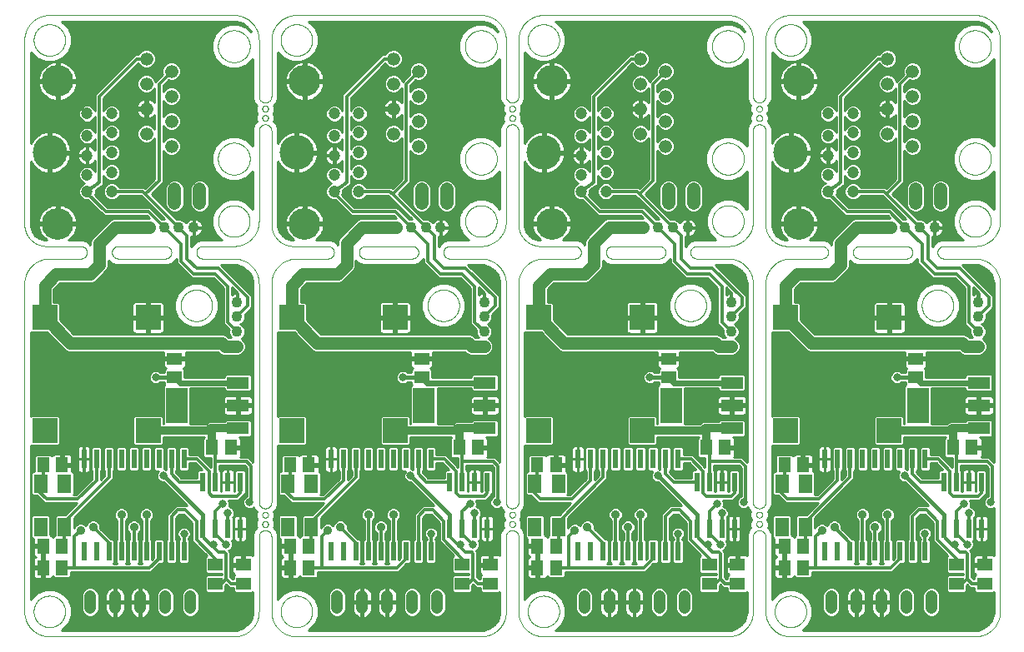
<source format=gtl>
G75*
%MOIN*%
%OFA0B0*%
%FSLAX25Y25*%
%IPPOS*%
%LPD*%
%AMOC8*
5,1,8,0,0,1.08239X$1,22.5*
%
%ADD10C,0.00000*%
%ADD11R,0.05118X0.05906*%
%ADD12R,0.05906X0.05118*%
%ADD13R,0.08800X0.04800*%
%ADD14R,0.08661X0.14173*%
%ADD15R,0.05512X0.07480*%
%ADD16R,0.02200X0.07800*%
%ADD17C,0.04331*%
%ADD18R,0.09843X0.09843*%
%ADD19C,0.05250*%
%ADD20C,0.04724*%
%ADD21C,0.13843*%
%ADD22C,0.12661*%
%ADD23C,0.05400*%
%ADD24C,0.04800*%
%ADD25C,0.03169*%
%ADD26C,0.01000*%
%ADD27C,0.02400*%
%ADD28C,0.01600*%
%ADD29C,0.01200*%
%ADD30C,0.03200*%
%ADD31C,0.05000*%
%ADD32C,0.03562*%
D10*
X0046345Y0032550D02*
X0046345Y0163800D01*
X0046348Y0164042D01*
X0046357Y0164283D01*
X0046371Y0164524D01*
X0046392Y0164765D01*
X0046418Y0165005D01*
X0046450Y0165245D01*
X0046488Y0165484D01*
X0046531Y0165721D01*
X0046581Y0165958D01*
X0046636Y0166193D01*
X0046696Y0166427D01*
X0046763Y0166659D01*
X0046834Y0166890D01*
X0046912Y0167119D01*
X0046995Y0167346D01*
X0047083Y0167571D01*
X0047177Y0167794D01*
X0047276Y0168014D01*
X0047381Y0168232D01*
X0047490Y0168447D01*
X0047605Y0168660D01*
X0047725Y0168870D01*
X0047850Y0169076D01*
X0047980Y0169280D01*
X0048115Y0169481D01*
X0048255Y0169678D01*
X0048399Y0169872D01*
X0048548Y0170062D01*
X0048702Y0170248D01*
X0048860Y0170431D01*
X0049022Y0170610D01*
X0049189Y0170785D01*
X0049360Y0170956D01*
X0049535Y0171123D01*
X0049714Y0171285D01*
X0049897Y0171443D01*
X0050083Y0171597D01*
X0050273Y0171746D01*
X0050467Y0171890D01*
X0050664Y0172030D01*
X0050865Y0172165D01*
X0051069Y0172295D01*
X0051275Y0172420D01*
X0051485Y0172540D01*
X0051698Y0172655D01*
X0051913Y0172764D01*
X0052131Y0172869D01*
X0052351Y0172968D01*
X0052574Y0173062D01*
X0052799Y0173150D01*
X0053026Y0173233D01*
X0053255Y0173311D01*
X0053486Y0173382D01*
X0053718Y0173449D01*
X0053952Y0173509D01*
X0054187Y0173564D01*
X0054424Y0173614D01*
X0054661Y0173657D01*
X0054900Y0173695D01*
X0055140Y0173727D01*
X0055380Y0173753D01*
X0055621Y0173774D01*
X0055862Y0173788D01*
X0056103Y0173797D01*
X0056345Y0173800D01*
X0068845Y0173800D01*
X0071345Y0176300D02*
X0071343Y0176398D01*
X0071337Y0176496D01*
X0071328Y0176594D01*
X0071314Y0176691D01*
X0071297Y0176788D01*
X0071276Y0176884D01*
X0071251Y0176979D01*
X0071223Y0177073D01*
X0071190Y0177165D01*
X0071155Y0177257D01*
X0071115Y0177347D01*
X0071073Y0177435D01*
X0071026Y0177522D01*
X0070977Y0177606D01*
X0070924Y0177689D01*
X0070868Y0177769D01*
X0070808Y0177848D01*
X0070746Y0177924D01*
X0070681Y0177997D01*
X0070613Y0178068D01*
X0070542Y0178136D01*
X0070469Y0178201D01*
X0070393Y0178263D01*
X0070314Y0178323D01*
X0070234Y0178379D01*
X0070151Y0178432D01*
X0070067Y0178481D01*
X0069980Y0178528D01*
X0069892Y0178570D01*
X0069802Y0178610D01*
X0069710Y0178645D01*
X0069618Y0178678D01*
X0069524Y0178706D01*
X0069429Y0178731D01*
X0069333Y0178752D01*
X0069236Y0178769D01*
X0069139Y0178783D01*
X0069041Y0178792D01*
X0068943Y0178798D01*
X0068845Y0178800D01*
X0055095Y0178800D01*
X0054884Y0178803D01*
X0054672Y0178810D01*
X0054461Y0178823D01*
X0054251Y0178841D01*
X0054040Y0178864D01*
X0053831Y0178892D01*
X0053622Y0178925D01*
X0053414Y0178963D01*
X0053207Y0179006D01*
X0053001Y0179054D01*
X0052796Y0179107D01*
X0052593Y0179165D01*
X0052391Y0179228D01*
X0052191Y0179296D01*
X0051992Y0179369D01*
X0051795Y0179446D01*
X0051601Y0179528D01*
X0051408Y0179615D01*
X0051217Y0179706D01*
X0051029Y0179802D01*
X0050843Y0179903D01*
X0050659Y0180008D01*
X0050478Y0180117D01*
X0050300Y0180231D01*
X0050124Y0180349D01*
X0049952Y0180471D01*
X0049782Y0180597D01*
X0049616Y0180728D01*
X0049453Y0180862D01*
X0049293Y0181001D01*
X0049136Y0181143D01*
X0048983Y0181289D01*
X0048834Y0181438D01*
X0048688Y0181591D01*
X0048546Y0181748D01*
X0048407Y0181908D01*
X0048273Y0182071D01*
X0048142Y0182237D01*
X0048016Y0182407D01*
X0047894Y0182579D01*
X0047776Y0182755D01*
X0047662Y0182933D01*
X0047553Y0183114D01*
X0047448Y0183298D01*
X0047347Y0183484D01*
X0047251Y0183672D01*
X0047160Y0183863D01*
X0047073Y0184056D01*
X0046991Y0184250D01*
X0046914Y0184447D01*
X0046841Y0184646D01*
X0046773Y0184846D01*
X0046710Y0185048D01*
X0046652Y0185251D01*
X0046599Y0185456D01*
X0046551Y0185662D01*
X0046508Y0185869D01*
X0046470Y0186077D01*
X0046437Y0186286D01*
X0046409Y0186495D01*
X0046386Y0186706D01*
X0046368Y0186916D01*
X0046355Y0187127D01*
X0046348Y0187339D01*
X0046345Y0187550D01*
X0046345Y0261300D01*
X0046348Y0261542D01*
X0046357Y0261783D01*
X0046371Y0262024D01*
X0046392Y0262265D01*
X0046418Y0262505D01*
X0046450Y0262745D01*
X0046488Y0262984D01*
X0046531Y0263221D01*
X0046581Y0263458D01*
X0046636Y0263693D01*
X0046696Y0263927D01*
X0046763Y0264159D01*
X0046834Y0264390D01*
X0046912Y0264619D01*
X0046995Y0264846D01*
X0047083Y0265071D01*
X0047177Y0265294D01*
X0047276Y0265514D01*
X0047381Y0265732D01*
X0047490Y0265947D01*
X0047605Y0266160D01*
X0047725Y0266370D01*
X0047850Y0266576D01*
X0047980Y0266780D01*
X0048115Y0266981D01*
X0048255Y0267178D01*
X0048399Y0267372D01*
X0048548Y0267562D01*
X0048702Y0267748D01*
X0048860Y0267931D01*
X0049022Y0268110D01*
X0049189Y0268285D01*
X0049360Y0268456D01*
X0049535Y0268623D01*
X0049714Y0268785D01*
X0049897Y0268943D01*
X0050083Y0269097D01*
X0050273Y0269246D01*
X0050467Y0269390D01*
X0050664Y0269530D01*
X0050865Y0269665D01*
X0051069Y0269795D01*
X0051275Y0269920D01*
X0051485Y0270040D01*
X0051698Y0270155D01*
X0051913Y0270264D01*
X0052131Y0270369D01*
X0052351Y0270468D01*
X0052574Y0270562D01*
X0052799Y0270650D01*
X0053026Y0270733D01*
X0053255Y0270811D01*
X0053486Y0270882D01*
X0053718Y0270949D01*
X0053952Y0271009D01*
X0054187Y0271064D01*
X0054424Y0271114D01*
X0054661Y0271157D01*
X0054900Y0271195D01*
X0055140Y0271227D01*
X0055380Y0271253D01*
X0055621Y0271274D01*
X0055862Y0271288D01*
X0056103Y0271297D01*
X0056345Y0271300D01*
X0130095Y0271300D01*
X0130337Y0271297D01*
X0130578Y0271288D01*
X0130819Y0271274D01*
X0131060Y0271253D01*
X0131300Y0271227D01*
X0131540Y0271195D01*
X0131779Y0271157D01*
X0132016Y0271114D01*
X0132253Y0271064D01*
X0132488Y0271009D01*
X0132722Y0270949D01*
X0132954Y0270882D01*
X0133185Y0270811D01*
X0133414Y0270733D01*
X0133641Y0270650D01*
X0133866Y0270562D01*
X0134089Y0270468D01*
X0134309Y0270369D01*
X0134527Y0270264D01*
X0134742Y0270155D01*
X0134955Y0270040D01*
X0135165Y0269920D01*
X0135371Y0269795D01*
X0135575Y0269665D01*
X0135776Y0269530D01*
X0135973Y0269390D01*
X0136167Y0269246D01*
X0136357Y0269097D01*
X0136543Y0268943D01*
X0136726Y0268785D01*
X0136905Y0268623D01*
X0137080Y0268456D01*
X0137251Y0268285D01*
X0137418Y0268110D01*
X0137580Y0267931D01*
X0137738Y0267748D01*
X0137892Y0267562D01*
X0138041Y0267372D01*
X0138185Y0267178D01*
X0138325Y0266981D01*
X0138460Y0266780D01*
X0138590Y0266576D01*
X0138715Y0266370D01*
X0138835Y0266160D01*
X0138950Y0265947D01*
X0139059Y0265732D01*
X0139164Y0265514D01*
X0139263Y0265294D01*
X0139357Y0265071D01*
X0139445Y0264846D01*
X0139528Y0264619D01*
X0139606Y0264390D01*
X0139677Y0264159D01*
X0139744Y0263927D01*
X0139804Y0263693D01*
X0139859Y0263458D01*
X0139909Y0263221D01*
X0139952Y0262984D01*
X0139990Y0262745D01*
X0140022Y0262505D01*
X0140048Y0262265D01*
X0140069Y0262024D01*
X0140083Y0261783D01*
X0140092Y0261542D01*
X0140095Y0261300D01*
X0140095Y0238800D01*
X0142595Y0236300D02*
X0142693Y0236302D01*
X0142791Y0236308D01*
X0142889Y0236317D01*
X0142986Y0236331D01*
X0143083Y0236348D01*
X0143179Y0236369D01*
X0143274Y0236394D01*
X0143368Y0236422D01*
X0143460Y0236455D01*
X0143552Y0236490D01*
X0143642Y0236530D01*
X0143730Y0236572D01*
X0143817Y0236619D01*
X0143901Y0236668D01*
X0143984Y0236721D01*
X0144064Y0236777D01*
X0144143Y0236837D01*
X0144219Y0236899D01*
X0144292Y0236964D01*
X0144363Y0237032D01*
X0144431Y0237103D01*
X0144496Y0237176D01*
X0144558Y0237252D01*
X0144618Y0237331D01*
X0144674Y0237411D01*
X0144727Y0237494D01*
X0144776Y0237578D01*
X0144823Y0237665D01*
X0144865Y0237753D01*
X0144905Y0237843D01*
X0144940Y0237935D01*
X0144973Y0238027D01*
X0145001Y0238121D01*
X0145026Y0238216D01*
X0145047Y0238312D01*
X0145064Y0238409D01*
X0145078Y0238506D01*
X0145087Y0238604D01*
X0145093Y0238702D01*
X0145095Y0238800D01*
X0145095Y0261300D01*
X0145098Y0261542D01*
X0145107Y0261783D01*
X0145121Y0262024D01*
X0145142Y0262265D01*
X0145168Y0262505D01*
X0145200Y0262745D01*
X0145238Y0262984D01*
X0145281Y0263221D01*
X0145331Y0263458D01*
X0145386Y0263693D01*
X0145446Y0263927D01*
X0145513Y0264159D01*
X0145584Y0264390D01*
X0145662Y0264619D01*
X0145745Y0264846D01*
X0145833Y0265071D01*
X0145927Y0265294D01*
X0146026Y0265514D01*
X0146131Y0265732D01*
X0146240Y0265947D01*
X0146355Y0266160D01*
X0146475Y0266370D01*
X0146600Y0266576D01*
X0146730Y0266780D01*
X0146865Y0266981D01*
X0147005Y0267178D01*
X0147149Y0267372D01*
X0147298Y0267562D01*
X0147452Y0267748D01*
X0147610Y0267931D01*
X0147772Y0268110D01*
X0147939Y0268285D01*
X0148110Y0268456D01*
X0148285Y0268623D01*
X0148464Y0268785D01*
X0148647Y0268943D01*
X0148833Y0269097D01*
X0149023Y0269246D01*
X0149217Y0269390D01*
X0149414Y0269530D01*
X0149615Y0269665D01*
X0149819Y0269795D01*
X0150025Y0269920D01*
X0150235Y0270040D01*
X0150448Y0270155D01*
X0150663Y0270264D01*
X0150881Y0270369D01*
X0151101Y0270468D01*
X0151324Y0270562D01*
X0151549Y0270650D01*
X0151776Y0270733D01*
X0152005Y0270811D01*
X0152236Y0270882D01*
X0152468Y0270949D01*
X0152702Y0271009D01*
X0152937Y0271064D01*
X0153174Y0271114D01*
X0153411Y0271157D01*
X0153650Y0271195D01*
X0153890Y0271227D01*
X0154130Y0271253D01*
X0154371Y0271274D01*
X0154612Y0271288D01*
X0154853Y0271297D01*
X0155095Y0271300D01*
X0228845Y0271300D01*
X0229087Y0271297D01*
X0229328Y0271288D01*
X0229569Y0271274D01*
X0229810Y0271253D01*
X0230050Y0271227D01*
X0230290Y0271195D01*
X0230529Y0271157D01*
X0230766Y0271114D01*
X0231003Y0271064D01*
X0231238Y0271009D01*
X0231472Y0270949D01*
X0231704Y0270882D01*
X0231935Y0270811D01*
X0232164Y0270733D01*
X0232391Y0270650D01*
X0232616Y0270562D01*
X0232839Y0270468D01*
X0233059Y0270369D01*
X0233277Y0270264D01*
X0233492Y0270155D01*
X0233705Y0270040D01*
X0233915Y0269920D01*
X0234121Y0269795D01*
X0234325Y0269665D01*
X0234526Y0269530D01*
X0234723Y0269390D01*
X0234917Y0269246D01*
X0235107Y0269097D01*
X0235293Y0268943D01*
X0235476Y0268785D01*
X0235655Y0268623D01*
X0235830Y0268456D01*
X0236001Y0268285D01*
X0236168Y0268110D01*
X0236330Y0267931D01*
X0236488Y0267748D01*
X0236642Y0267562D01*
X0236791Y0267372D01*
X0236935Y0267178D01*
X0237075Y0266981D01*
X0237210Y0266780D01*
X0237340Y0266576D01*
X0237465Y0266370D01*
X0237585Y0266160D01*
X0237700Y0265947D01*
X0237809Y0265732D01*
X0237914Y0265514D01*
X0238013Y0265294D01*
X0238107Y0265071D01*
X0238195Y0264846D01*
X0238278Y0264619D01*
X0238356Y0264390D01*
X0238427Y0264159D01*
X0238494Y0263927D01*
X0238554Y0263693D01*
X0238609Y0263458D01*
X0238659Y0263221D01*
X0238702Y0262984D01*
X0238740Y0262745D01*
X0238772Y0262505D01*
X0238798Y0262265D01*
X0238819Y0262024D01*
X0238833Y0261783D01*
X0238842Y0261542D01*
X0238845Y0261300D01*
X0238845Y0238800D01*
X0241345Y0236300D02*
X0241443Y0236302D01*
X0241541Y0236308D01*
X0241639Y0236317D01*
X0241736Y0236331D01*
X0241833Y0236348D01*
X0241929Y0236369D01*
X0242024Y0236394D01*
X0242118Y0236422D01*
X0242210Y0236455D01*
X0242302Y0236490D01*
X0242392Y0236530D01*
X0242480Y0236572D01*
X0242567Y0236619D01*
X0242651Y0236668D01*
X0242734Y0236721D01*
X0242814Y0236777D01*
X0242893Y0236837D01*
X0242969Y0236899D01*
X0243042Y0236964D01*
X0243113Y0237032D01*
X0243181Y0237103D01*
X0243246Y0237176D01*
X0243308Y0237252D01*
X0243368Y0237331D01*
X0243424Y0237411D01*
X0243477Y0237494D01*
X0243526Y0237578D01*
X0243573Y0237665D01*
X0243615Y0237753D01*
X0243655Y0237843D01*
X0243690Y0237935D01*
X0243723Y0238027D01*
X0243751Y0238121D01*
X0243776Y0238216D01*
X0243797Y0238312D01*
X0243814Y0238409D01*
X0243828Y0238506D01*
X0243837Y0238604D01*
X0243843Y0238702D01*
X0243845Y0238800D01*
X0243845Y0261300D01*
X0243848Y0261542D01*
X0243857Y0261783D01*
X0243871Y0262024D01*
X0243892Y0262265D01*
X0243918Y0262505D01*
X0243950Y0262745D01*
X0243988Y0262984D01*
X0244031Y0263221D01*
X0244081Y0263458D01*
X0244136Y0263693D01*
X0244196Y0263927D01*
X0244263Y0264159D01*
X0244334Y0264390D01*
X0244412Y0264619D01*
X0244495Y0264846D01*
X0244583Y0265071D01*
X0244677Y0265294D01*
X0244776Y0265514D01*
X0244881Y0265732D01*
X0244990Y0265947D01*
X0245105Y0266160D01*
X0245225Y0266370D01*
X0245350Y0266576D01*
X0245480Y0266780D01*
X0245615Y0266981D01*
X0245755Y0267178D01*
X0245899Y0267372D01*
X0246048Y0267562D01*
X0246202Y0267748D01*
X0246360Y0267931D01*
X0246522Y0268110D01*
X0246689Y0268285D01*
X0246860Y0268456D01*
X0247035Y0268623D01*
X0247214Y0268785D01*
X0247397Y0268943D01*
X0247583Y0269097D01*
X0247773Y0269246D01*
X0247967Y0269390D01*
X0248164Y0269530D01*
X0248365Y0269665D01*
X0248569Y0269795D01*
X0248775Y0269920D01*
X0248985Y0270040D01*
X0249198Y0270155D01*
X0249413Y0270264D01*
X0249631Y0270369D01*
X0249851Y0270468D01*
X0250074Y0270562D01*
X0250299Y0270650D01*
X0250526Y0270733D01*
X0250755Y0270811D01*
X0250986Y0270882D01*
X0251218Y0270949D01*
X0251452Y0271009D01*
X0251687Y0271064D01*
X0251924Y0271114D01*
X0252161Y0271157D01*
X0252400Y0271195D01*
X0252640Y0271227D01*
X0252880Y0271253D01*
X0253121Y0271274D01*
X0253362Y0271288D01*
X0253603Y0271297D01*
X0253845Y0271300D01*
X0327595Y0271300D01*
X0327837Y0271297D01*
X0328078Y0271288D01*
X0328319Y0271274D01*
X0328560Y0271253D01*
X0328800Y0271227D01*
X0329040Y0271195D01*
X0329279Y0271157D01*
X0329516Y0271114D01*
X0329753Y0271064D01*
X0329988Y0271009D01*
X0330222Y0270949D01*
X0330454Y0270882D01*
X0330685Y0270811D01*
X0330914Y0270733D01*
X0331141Y0270650D01*
X0331366Y0270562D01*
X0331589Y0270468D01*
X0331809Y0270369D01*
X0332027Y0270264D01*
X0332242Y0270155D01*
X0332455Y0270040D01*
X0332665Y0269920D01*
X0332871Y0269795D01*
X0333075Y0269665D01*
X0333276Y0269530D01*
X0333473Y0269390D01*
X0333667Y0269246D01*
X0333857Y0269097D01*
X0334043Y0268943D01*
X0334226Y0268785D01*
X0334405Y0268623D01*
X0334580Y0268456D01*
X0334751Y0268285D01*
X0334918Y0268110D01*
X0335080Y0267931D01*
X0335238Y0267748D01*
X0335392Y0267562D01*
X0335541Y0267372D01*
X0335685Y0267178D01*
X0335825Y0266981D01*
X0335960Y0266780D01*
X0336090Y0266576D01*
X0336215Y0266370D01*
X0336335Y0266160D01*
X0336450Y0265947D01*
X0336559Y0265732D01*
X0336664Y0265514D01*
X0336763Y0265294D01*
X0336857Y0265071D01*
X0336945Y0264846D01*
X0337028Y0264619D01*
X0337106Y0264390D01*
X0337177Y0264159D01*
X0337244Y0263927D01*
X0337304Y0263693D01*
X0337359Y0263458D01*
X0337409Y0263221D01*
X0337452Y0262984D01*
X0337490Y0262745D01*
X0337522Y0262505D01*
X0337548Y0262265D01*
X0337569Y0262024D01*
X0337583Y0261783D01*
X0337592Y0261542D01*
X0337595Y0261300D01*
X0337595Y0238800D01*
X0340095Y0236300D02*
X0340193Y0236302D01*
X0340291Y0236308D01*
X0340389Y0236317D01*
X0340486Y0236331D01*
X0340583Y0236348D01*
X0340679Y0236369D01*
X0340774Y0236394D01*
X0340868Y0236422D01*
X0340960Y0236455D01*
X0341052Y0236490D01*
X0341142Y0236530D01*
X0341230Y0236572D01*
X0341317Y0236619D01*
X0341401Y0236668D01*
X0341484Y0236721D01*
X0341564Y0236777D01*
X0341643Y0236837D01*
X0341719Y0236899D01*
X0341792Y0236964D01*
X0341863Y0237032D01*
X0341931Y0237103D01*
X0341996Y0237176D01*
X0342058Y0237252D01*
X0342118Y0237331D01*
X0342174Y0237411D01*
X0342227Y0237494D01*
X0342276Y0237578D01*
X0342323Y0237665D01*
X0342365Y0237753D01*
X0342405Y0237843D01*
X0342440Y0237935D01*
X0342473Y0238027D01*
X0342501Y0238121D01*
X0342526Y0238216D01*
X0342547Y0238312D01*
X0342564Y0238409D01*
X0342578Y0238506D01*
X0342587Y0238604D01*
X0342593Y0238702D01*
X0342595Y0238800D01*
X0342595Y0261300D01*
X0342598Y0261542D01*
X0342607Y0261783D01*
X0342621Y0262024D01*
X0342642Y0262265D01*
X0342668Y0262505D01*
X0342700Y0262745D01*
X0342738Y0262984D01*
X0342781Y0263221D01*
X0342831Y0263458D01*
X0342886Y0263693D01*
X0342946Y0263927D01*
X0343013Y0264159D01*
X0343084Y0264390D01*
X0343162Y0264619D01*
X0343245Y0264846D01*
X0343333Y0265071D01*
X0343427Y0265294D01*
X0343526Y0265514D01*
X0343631Y0265732D01*
X0343740Y0265947D01*
X0343855Y0266160D01*
X0343975Y0266370D01*
X0344100Y0266576D01*
X0344230Y0266780D01*
X0344365Y0266981D01*
X0344505Y0267178D01*
X0344649Y0267372D01*
X0344798Y0267562D01*
X0344952Y0267748D01*
X0345110Y0267931D01*
X0345272Y0268110D01*
X0345439Y0268285D01*
X0345610Y0268456D01*
X0345785Y0268623D01*
X0345964Y0268785D01*
X0346147Y0268943D01*
X0346333Y0269097D01*
X0346523Y0269246D01*
X0346717Y0269390D01*
X0346914Y0269530D01*
X0347115Y0269665D01*
X0347319Y0269795D01*
X0347525Y0269920D01*
X0347735Y0270040D01*
X0347948Y0270155D01*
X0348163Y0270264D01*
X0348381Y0270369D01*
X0348601Y0270468D01*
X0348824Y0270562D01*
X0349049Y0270650D01*
X0349276Y0270733D01*
X0349505Y0270811D01*
X0349736Y0270882D01*
X0349968Y0270949D01*
X0350202Y0271009D01*
X0350437Y0271064D01*
X0350674Y0271114D01*
X0350911Y0271157D01*
X0351150Y0271195D01*
X0351390Y0271227D01*
X0351630Y0271253D01*
X0351871Y0271274D01*
X0352112Y0271288D01*
X0352353Y0271297D01*
X0352595Y0271300D01*
X0426345Y0271300D01*
X0426587Y0271297D01*
X0426828Y0271288D01*
X0427069Y0271274D01*
X0427310Y0271253D01*
X0427550Y0271227D01*
X0427790Y0271195D01*
X0428029Y0271157D01*
X0428266Y0271114D01*
X0428503Y0271064D01*
X0428738Y0271009D01*
X0428972Y0270949D01*
X0429204Y0270882D01*
X0429435Y0270811D01*
X0429664Y0270733D01*
X0429891Y0270650D01*
X0430116Y0270562D01*
X0430339Y0270468D01*
X0430559Y0270369D01*
X0430777Y0270264D01*
X0430992Y0270155D01*
X0431205Y0270040D01*
X0431415Y0269920D01*
X0431621Y0269795D01*
X0431825Y0269665D01*
X0432026Y0269530D01*
X0432223Y0269390D01*
X0432417Y0269246D01*
X0432607Y0269097D01*
X0432793Y0268943D01*
X0432976Y0268785D01*
X0433155Y0268623D01*
X0433330Y0268456D01*
X0433501Y0268285D01*
X0433668Y0268110D01*
X0433830Y0267931D01*
X0433988Y0267748D01*
X0434142Y0267562D01*
X0434291Y0267372D01*
X0434435Y0267178D01*
X0434575Y0266981D01*
X0434710Y0266780D01*
X0434840Y0266576D01*
X0434965Y0266370D01*
X0435085Y0266160D01*
X0435200Y0265947D01*
X0435309Y0265732D01*
X0435414Y0265514D01*
X0435513Y0265294D01*
X0435607Y0265071D01*
X0435695Y0264846D01*
X0435778Y0264619D01*
X0435856Y0264390D01*
X0435927Y0264159D01*
X0435994Y0263927D01*
X0436054Y0263693D01*
X0436109Y0263458D01*
X0436159Y0263221D01*
X0436202Y0262984D01*
X0436240Y0262745D01*
X0436272Y0262505D01*
X0436298Y0262265D01*
X0436319Y0262024D01*
X0436333Y0261783D01*
X0436342Y0261542D01*
X0436345Y0261300D01*
X0436345Y0188800D01*
X0436342Y0188558D01*
X0436333Y0188317D01*
X0436319Y0188076D01*
X0436298Y0187835D01*
X0436272Y0187595D01*
X0436240Y0187355D01*
X0436202Y0187116D01*
X0436159Y0186879D01*
X0436109Y0186642D01*
X0436054Y0186407D01*
X0435994Y0186173D01*
X0435927Y0185941D01*
X0435856Y0185710D01*
X0435778Y0185481D01*
X0435695Y0185254D01*
X0435607Y0185029D01*
X0435513Y0184806D01*
X0435414Y0184586D01*
X0435309Y0184368D01*
X0435200Y0184153D01*
X0435085Y0183940D01*
X0434965Y0183730D01*
X0434840Y0183524D01*
X0434710Y0183320D01*
X0434575Y0183119D01*
X0434435Y0182922D01*
X0434291Y0182728D01*
X0434142Y0182538D01*
X0433988Y0182352D01*
X0433830Y0182169D01*
X0433668Y0181990D01*
X0433501Y0181815D01*
X0433330Y0181644D01*
X0433155Y0181477D01*
X0432976Y0181315D01*
X0432793Y0181157D01*
X0432607Y0181003D01*
X0432417Y0180854D01*
X0432223Y0180710D01*
X0432026Y0180570D01*
X0431825Y0180435D01*
X0431621Y0180305D01*
X0431415Y0180180D01*
X0431205Y0180060D01*
X0430992Y0179945D01*
X0430777Y0179836D01*
X0430559Y0179731D01*
X0430339Y0179632D01*
X0430116Y0179538D01*
X0429891Y0179450D01*
X0429664Y0179367D01*
X0429435Y0179289D01*
X0429204Y0179218D01*
X0428972Y0179151D01*
X0428738Y0179091D01*
X0428503Y0179036D01*
X0428266Y0178986D01*
X0428029Y0178943D01*
X0427790Y0178905D01*
X0427550Y0178873D01*
X0427310Y0178847D01*
X0427069Y0178826D01*
X0426828Y0178812D01*
X0426587Y0178803D01*
X0426345Y0178800D01*
X0413845Y0178800D01*
X0413747Y0178798D01*
X0413649Y0178792D01*
X0413551Y0178783D01*
X0413454Y0178769D01*
X0413357Y0178752D01*
X0413261Y0178731D01*
X0413166Y0178706D01*
X0413072Y0178678D01*
X0412980Y0178645D01*
X0412888Y0178610D01*
X0412798Y0178570D01*
X0412710Y0178528D01*
X0412623Y0178481D01*
X0412539Y0178432D01*
X0412456Y0178379D01*
X0412376Y0178323D01*
X0412297Y0178263D01*
X0412221Y0178201D01*
X0412148Y0178136D01*
X0412077Y0178068D01*
X0412009Y0177997D01*
X0411944Y0177924D01*
X0411882Y0177848D01*
X0411822Y0177769D01*
X0411766Y0177689D01*
X0411713Y0177606D01*
X0411664Y0177522D01*
X0411617Y0177435D01*
X0411575Y0177347D01*
X0411535Y0177257D01*
X0411500Y0177165D01*
X0411467Y0177073D01*
X0411439Y0176979D01*
X0411414Y0176884D01*
X0411393Y0176788D01*
X0411376Y0176691D01*
X0411362Y0176594D01*
X0411353Y0176496D01*
X0411347Y0176398D01*
X0411345Y0176300D01*
X0411347Y0176202D01*
X0411353Y0176104D01*
X0411362Y0176006D01*
X0411376Y0175909D01*
X0411393Y0175812D01*
X0411414Y0175716D01*
X0411439Y0175621D01*
X0411467Y0175527D01*
X0411500Y0175435D01*
X0411535Y0175343D01*
X0411575Y0175253D01*
X0411617Y0175165D01*
X0411664Y0175078D01*
X0411713Y0174994D01*
X0411766Y0174911D01*
X0411822Y0174831D01*
X0411882Y0174752D01*
X0411944Y0174676D01*
X0412009Y0174603D01*
X0412077Y0174532D01*
X0412148Y0174464D01*
X0412221Y0174399D01*
X0412297Y0174337D01*
X0412376Y0174277D01*
X0412456Y0174221D01*
X0412539Y0174168D01*
X0412623Y0174119D01*
X0412710Y0174072D01*
X0412798Y0174030D01*
X0412888Y0173990D01*
X0412980Y0173955D01*
X0413072Y0173922D01*
X0413166Y0173894D01*
X0413261Y0173869D01*
X0413357Y0173848D01*
X0413454Y0173831D01*
X0413551Y0173817D01*
X0413649Y0173808D01*
X0413747Y0173802D01*
X0413845Y0173800D01*
X0426345Y0173800D01*
X0426587Y0173797D01*
X0426828Y0173788D01*
X0427069Y0173774D01*
X0427310Y0173753D01*
X0427550Y0173727D01*
X0427790Y0173695D01*
X0428029Y0173657D01*
X0428266Y0173614D01*
X0428503Y0173564D01*
X0428738Y0173509D01*
X0428972Y0173449D01*
X0429204Y0173382D01*
X0429435Y0173311D01*
X0429664Y0173233D01*
X0429891Y0173150D01*
X0430116Y0173062D01*
X0430339Y0172968D01*
X0430559Y0172869D01*
X0430777Y0172764D01*
X0430992Y0172655D01*
X0431205Y0172540D01*
X0431415Y0172420D01*
X0431621Y0172295D01*
X0431825Y0172165D01*
X0432026Y0172030D01*
X0432223Y0171890D01*
X0432417Y0171746D01*
X0432607Y0171597D01*
X0432793Y0171443D01*
X0432976Y0171285D01*
X0433155Y0171123D01*
X0433330Y0170956D01*
X0433501Y0170785D01*
X0433668Y0170610D01*
X0433830Y0170431D01*
X0433988Y0170248D01*
X0434142Y0170062D01*
X0434291Y0169872D01*
X0434435Y0169678D01*
X0434575Y0169481D01*
X0434710Y0169280D01*
X0434840Y0169076D01*
X0434965Y0168870D01*
X0435085Y0168660D01*
X0435200Y0168447D01*
X0435309Y0168232D01*
X0435414Y0168014D01*
X0435513Y0167794D01*
X0435607Y0167571D01*
X0435695Y0167346D01*
X0435778Y0167119D01*
X0435856Y0166890D01*
X0435927Y0166659D01*
X0435994Y0166427D01*
X0436054Y0166193D01*
X0436109Y0165958D01*
X0436159Y0165721D01*
X0436202Y0165484D01*
X0436240Y0165245D01*
X0436272Y0165005D01*
X0436298Y0164765D01*
X0436319Y0164524D01*
X0436333Y0164283D01*
X0436342Y0164042D01*
X0436345Y0163800D01*
X0436345Y0032550D01*
X0436342Y0032308D01*
X0436333Y0032067D01*
X0436319Y0031826D01*
X0436298Y0031585D01*
X0436272Y0031345D01*
X0436240Y0031105D01*
X0436202Y0030866D01*
X0436159Y0030629D01*
X0436109Y0030392D01*
X0436054Y0030157D01*
X0435994Y0029923D01*
X0435927Y0029691D01*
X0435856Y0029460D01*
X0435778Y0029231D01*
X0435695Y0029004D01*
X0435607Y0028779D01*
X0435513Y0028556D01*
X0435414Y0028336D01*
X0435309Y0028118D01*
X0435200Y0027903D01*
X0435085Y0027690D01*
X0434965Y0027480D01*
X0434840Y0027274D01*
X0434710Y0027070D01*
X0434575Y0026869D01*
X0434435Y0026672D01*
X0434291Y0026478D01*
X0434142Y0026288D01*
X0433988Y0026102D01*
X0433830Y0025919D01*
X0433668Y0025740D01*
X0433501Y0025565D01*
X0433330Y0025394D01*
X0433155Y0025227D01*
X0432976Y0025065D01*
X0432793Y0024907D01*
X0432607Y0024753D01*
X0432417Y0024604D01*
X0432223Y0024460D01*
X0432026Y0024320D01*
X0431825Y0024185D01*
X0431621Y0024055D01*
X0431415Y0023930D01*
X0431205Y0023810D01*
X0430992Y0023695D01*
X0430777Y0023586D01*
X0430559Y0023481D01*
X0430339Y0023382D01*
X0430116Y0023288D01*
X0429891Y0023200D01*
X0429664Y0023117D01*
X0429435Y0023039D01*
X0429204Y0022968D01*
X0428972Y0022901D01*
X0428738Y0022841D01*
X0428503Y0022786D01*
X0428266Y0022736D01*
X0428029Y0022693D01*
X0427790Y0022655D01*
X0427550Y0022623D01*
X0427310Y0022597D01*
X0427069Y0022576D01*
X0426828Y0022562D01*
X0426587Y0022553D01*
X0426345Y0022550D01*
X0352595Y0022550D01*
X0352353Y0022553D01*
X0352112Y0022562D01*
X0351871Y0022576D01*
X0351630Y0022597D01*
X0351390Y0022623D01*
X0351150Y0022655D01*
X0350911Y0022693D01*
X0350674Y0022736D01*
X0350437Y0022786D01*
X0350202Y0022841D01*
X0349968Y0022901D01*
X0349736Y0022968D01*
X0349505Y0023039D01*
X0349276Y0023117D01*
X0349049Y0023200D01*
X0348824Y0023288D01*
X0348601Y0023382D01*
X0348381Y0023481D01*
X0348163Y0023586D01*
X0347948Y0023695D01*
X0347735Y0023810D01*
X0347525Y0023930D01*
X0347319Y0024055D01*
X0347115Y0024185D01*
X0346914Y0024320D01*
X0346717Y0024460D01*
X0346523Y0024604D01*
X0346333Y0024753D01*
X0346147Y0024907D01*
X0345964Y0025065D01*
X0345785Y0025227D01*
X0345610Y0025394D01*
X0345439Y0025565D01*
X0345272Y0025740D01*
X0345110Y0025919D01*
X0344952Y0026102D01*
X0344798Y0026288D01*
X0344649Y0026478D01*
X0344505Y0026672D01*
X0344365Y0026869D01*
X0344230Y0027070D01*
X0344100Y0027274D01*
X0343975Y0027480D01*
X0343855Y0027690D01*
X0343740Y0027903D01*
X0343631Y0028118D01*
X0343526Y0028336D01*
X0343427Y0028556D01*
X0343333Y0028779D01*
X0343245Y0029004D01*
X0343162Y0029231D01*
X0343084Y0029460D01*
X0343013Y0029691D01*
X0342946Y0029923D01*
X0342886Y0030157D01*
X0342831Y0030392D01*
X0342781Y0030629D01*
X0342738Y0030866D01*
X0342700Y0031105D01*
X0342668Y0031345D01*
X0342642Y0031585D01*
X0342621Y0031826D01*
X0342607Y0032067D01*
X0342598Y0032308D01*
X0342595Y0032550D01*
X0342595Y0062550D01*
X0342593Y0062648D01*
X0342587Y0062746D01*
X0342578Y0062844D01*
X0342564Y0062941D01*
X0342547Y0063038D01*
X0342526Y0063134D01*
X0342501Y0063229D01*
X0342473Y0063323D01*
X0342440Y0063415D01*
X0342405Y0063507D01*
X0342365Y0063597D01*
X0342323Y0063685D01*
X0342276Y0063772D01*
X0342227Y0063856D01*
X0342174Y0063939D01*
X0342118Y0064019D01*
X0342058Y0064098D01*
X0341996Y0064174D01*
X0341931Y0064247D01*
X0341863Y0064318D01*
X0341792Y0064386D01*
X0341719Y0064451D01*
X0341643Y0064513D01*
X0341564Y0064573D01*
X0341484Y0064629D01*
X0341401Y0064682D01*
X0341317Y0064731D01*
X0341230Y0064778D01*
X0341142Y0064820D01*
X0341052Y0064860D01*
X0340960Y0064895D01*
X0340868Y0064928D01*
X0340774Y0064956D01*
X0340679Y0064981D01*
X0340583Y0065002D01*
X0340486Y0065019D01*
X0340389Y0065033D01*
X0340291Y0065042D01*
X0340193Y0065048D01*
X0340095Y0065050D01*
X0339997Y0065048D01*
X0339899Y0065042D01*
X0339801Y0065033D01*
X0339704Y0065019D01*
X0339607Y0065002D01*
X0339511Y0064981D01*
X0339416Y0064956D01*
X0339322Y0064928D01*
X0339230Y0064895D01*
X0339138Y0064860D01*
X0339048Y0064820D01*
X0338960Y0064778D01*
X0338873Y0064731D01*
X0338789Y0064682D01*
X0338706Y0064629D01*
X0338626Y0064573D01*
X0338547Y0064513D01*
X0338471Y0064451D01*
X0338398Y0064386D01*
X0338327Y0064318D01*
X0338259Y0064247D01*
X0338194Y0064174D01*
X0338132Y0064098D01*
X0338072Y0064019D01*
X0338016Y0063939D01*
X0337963Y0063856D01*
X0337914Y0063772D01*
X0337867Y0063685D01*
X0337825Y0063597D01*
X0337785Y0063507D01*
X0337750Y0063415D01*
X0337717Y0063323D01*
X0337689Y0063229D01*
X0337664Y0063134D01*
X0337643Y0063038D01*
X0337626Y0062941D01*
X0337612Y0062844D01*
X0337603Y0062746D01*
X0337597Y0062648D01*
X0337595Y0062550D01*
X0337595Y0032550D01*
X0337592Y0032308D01*
X0337583Y0032067D01*
X0337569Y0031826D01*
X0337548Y0031585D01*
X0337522Y0031345D01*
X0337490Y0031105D01*
X0337452Y0030866D01*
X0337409Y0030629D01*
X0337359Y0030392D01*
X0337304Y0030157D01*
X0337244Y0029923D01*
X0337177Y0029691D01*
X0337106Y0029460D01*
X0337028Y0029231D01*
X0336945Y0029004D01*
X0336857Y0028779D01*
X0336763Y0028556D01*
X0336664Y0028336D01*
X0336559Y0028118D01*
X0336450Y0027903D01*
X0336335Y0027690D01*
X0336215Y0027480D01*
X0336090Y0027274D01*
X0335960Y0027070D01*
X0335825Y0026869D01*
X0335685Y0026672D01*
X0335541Y0026478D01*
X0335392Y0026288D01*
X0335238Y0026102D01*
X0335080Y0025919D01*
X0334918Y0025740D01*
X0334751Y0025565D01*
X0334580Y0025394D01*
X0334405Y0025227D01*
X0334226Y0025065D01*
X0334043Y0024907D01*
X0333857Y0024753D01*
X0333667Y0024604D01*
X0333473Y0024460D01*
X0333276Y0024320D01*
X0333075Y0024185D01*
X0332871Y0024055D01*
X0332665Y0023930D01*
X0332455Y0023810D01*
X0332242Y0023695D01*
X0332027Y0023586D01*
X0331809Y0023481D01*
X0331589Y0023382D01*
X0331366Y0023288D01*
X0331141Y0023200D01*
X0330914Y0023117D01*
X0330685Y0023039D01*
X0330454Y0022968D01*
X0330222Y0022901D01*
X0329988Y0022841D01*
X0329753Y0022786D01*
X0329516Y0022736D01*
X0329279Y0022693D01*
X0329040Y0022655D01*
X0328800Y0022623D01*
X0328560Y0022597D01*
X0328319Y0022576D01*
X0328078Y0022562D01*
X0327837Y0022553D01*
X0327595Y0022550D01*
X0253845Y0022550D01*
X0253603Y0022553D01*
X0253362Y0022562D01*
X0253121Y0022576D01*
X0252880Y0022597D01*
X0252640Y0022623D01*
X0252400Y0022655D01*
X0252161Y0022693D01*
X0251924Y0022736D01*
X0251687Y0022786D01*
X0251452Y0022841D01*
X0251218Y0022901D01*
X0250986Y0022968D01*
X0250755Y0023039D01*
X0250526Y0023117D01*
X0250299Y0023200D01*
X0250074Y0023288D01*
X0249851Y0023382D01*
X0249631Y0023481D01*
X0249413Y0023586D01*
X0249198Y0023695D01*
X0248985Y0023810D01*
X0248775Y0023930D01*
X0248569Y0024055D01*
X0248365Y0024185D01*
X0248164Y0024320D01*
X0247967Y0024460D01*
X0247773Y0024604D01*
X0247583Y0024753D01*
X0247397Y0024907D01*
X0247214Y0025065D01*
X0247035Y0025227D01*
X0246860Y0025394D01*
X0246689Y0025565D01*
X0246522Y0025740D01*
X0246360Y0025919D01*
X0246202Y0026102D01*
X0246048Y0026288D01*
X0245899Y0026478D01*
X0245755Y0026672D01*
X0245615Y0026869D01*
X0245480Y0027070D01*
X0245350Y0027274D01*
X0245225Y0027480D01*
X0245105Y0027690D01*
X0244990Y0027903D01*
X0244881Y0028118D01*
X0244776Y0028336D01*
X0244677Y0028556D01*
X0244583Y0028779D01*
X0244495Y0029004D01*
X0244412Y0029231D01*
X0244334Y0029460D01*
X0244263Y0029691D01*
X0244196Y0029923D01*
X0244136Y0030157D01*
X0244081Y0030392D01*
X0244031Y0030629D01*
X0243988Y0030866D01*
X0243950Y0031105D01*
X0243918Y0031345D01*
X0243892Y0031585D01*
X0243871Y0031826D01*
X0243857Y0032067D01*
X0243848Y0032308D01*
X0243845Y0032550D01*
X0243845Y0062550D01*
X0243843Y0062648D01*
X0243837Y0062746D01*
X0243828Y0062844D01*
X0243814Y0062941D01*
X0243797Y0063038D01*
X0243776Y0063134D01*
X0243751Y0063229D01*
X0243723Y0063323D01*
X0243690Y0063415D01*
X0243655Y0063507D01*
X0243615Y0063597D01*
X0243573Y0063685D01*
X0243526Y0063772D01*
X0243477Y0063856D01*
X0243424Y0063939D01*
X0243368Y0064019D01*
X0243308Y0064098D01*
X0243246Y0064174D01*
X0243181Y0064247D01*
X0243113Y0064318D01*
X0243042Y0064386D01*
X0242969Y0064451D01*
X0242893Y0064513D01*
X0242814Y0064573D01*
X0242734Y0064629D01*
X0242651Y0064682D01*
X0242567Y0064731D01*
X0242480Y0064778D01*
X0242392Y0064820D01*
X0242302Y0064860D01*
X0242210Y0064895D01*
X0242118Y0064928D01*
X0242024Y0064956D01*
X0241929Y0064981D01*
X0241833Y0065002D01*
X0241736Y0065019D01*
X0241639Y0065033D01*
X0241541Y0065042D01*
X0241443Y0065048D01*
X0241345Y0065050D01*
X0241247Y0065048D01*
X0241149Y0065042D01*
X0241051Y0065033D01*
X0240954Y0065019D01*
X0240857Y0065002D01*
X0240761Y0064981D01*
X0240666Y0064956D01*
X0240572Y0064928D01*
X0240480Y0064895D01*
X0240388Y0064860D01*
X0240298Y0064820D01*
X0240210Y0064778D01*
X0240123Y0064731D01*
X0240039Y0064682D01*
X0239956Y0064629D01*
X0239876Y0064573D01*
X0239797Y0064513D01*
X0239721Y0064451D01*
X0239648Y0064386D01*
X0239577Y0064318D01*
X0239509Y0064247D01*
X0239444Y0064174D01*
X0239382Y0064098D01*
X0239322Y0064019D01*
X0239266Y0063939D01*
X0239213Y0063856D01*
X0239164Y0063772D01*
X0239117Y0063685D01*
X0239075Y0063597D01*
X0239035Y0063507D01*
X0239000Y0063415D01*
X0238967Y0063323D01*
X0238939Y0063229D01*
X0238914Y0063134D01*
X0238893Y0063038D01*
X0238876Y0062941D01*
X0238862Y0062844D01*
X0238853Y0062746D01*
X0238847Y0062648D01*
X0238845Y0062550D01*
X0238845Y0032550D01*
X0238842Y0032308D01*
X0238833Y0032067D01*
X0238819Y0031826D01*
X0238798Y0031585D01*
X0238772Y0031345D01*
X0238740Y0031105D01*
X0238702Y0030866D01*
X0238659Y0030629D01*
X0238609Y0030392D01*
X0238554Y0030157D01*
X0238494Y0029923D01*
X0238427Y0029691D01*
X0238356Y0029460D01*
X0238278Y0029231D01*
X0238195Y0029004D01*
X0238107Y0028779D01*
X0238013Y0028556D01*
X0237914Y0028336D01*
X0237809Y0028118D01*
X0237700Y0027903D01*
X0237585Y0027690D01*
X0237465Y0027480D01*
X0237340Y0027274D01*
X0237210Y0027070D01*
X0237075Y0026869D01*
X0236935Y0026672D01*
X0236791Y0026478D01*
X0236642Y0026288D01*
X0236488Y0026102D01*
X0236330Y0025919D01*
X0236168Y0025740D01*
X0236001Y0025565D01*
X0235830Y0025394D01*
X0235655Y0025227D01*
X0235476Y0025065D01*
X0235293Y0024907D01*
X0235107Y0024753D01*
X0234917Y0024604D01*
X0234723Y0024460D01*
X0234526Y0024320D01*
X0234325Y0024185D01*
X0234121Y0024055D01*
X0233915Y0023930D01*
X0233705Y0023810D01*
X0233492Y0023695D01*
X0233277Y0023586D01*
X0233059Y0023481D01*
X0232839Y0023382D01*
X0232616Y0023288D01*
X0232391Y0023200D01*
X0232164Y0023117D01*
X0231935Y0023039D01*
X0231704Y0022968D01*
X0231472Y0022901D01*
X0231238Y0022841D01*
X0231003Y0022786D01*
X0230766Y0022736D01*
X0230529Y0022693D01*
X0230290Y0022655D01*
X0230050Y0022623D01*
X0229810Y0022597D01*
X0229569Y0022576D01*
X0229328Y0022562D01*
X0229087Y0022553D01*
X0228845Y0022550D01*
X0155095Y0022550D01*
X0154853Y0022553D01*
X0154612Y0022562D01*
X0154371Y0022576D01*
X0154130Y0022597D01*
X0153890Y0022623D01*
X0153650Y0022655D01*
X0153411Y0022693D01*
X0153174Y0022736D01*
X0152937Y0022786D01*
X0152702Y0022841D01*
X0152468Y0022901D01*
X0152236Y0022968D01*
X0152005Y0023039D01*
X0151776Y0023117D01*
X0151549Y0023200D01*
X0151324Y0023288D01*
X0151101Y0023382D01*
X0150881Y0023481D01*
X0150663Y0023586D01*
X0150448Y0023695D01*
X0150235Y0023810D01*
X0150025Y0023930D01*
X0149819Y0024055D01*
X0149615Y0024185D01*
X0149414Y0024320D01*
X0149217Y0024460D01*
X0149023Y0024604D01*
X0148833Y0024753D01*
X0148647Y0024907D01*
X0148464Y0025065D01*
X0148285Y0025227D01*
X0148110Y0025394D01*
X0147939Y0025565D01*
X0147772Y0025740D01*
X0147610Y0025919D01*
X0147452Y0026102D01*
X0147298Y0026288D01*
X0147149Y0026478D01*
X0147005Y0026672D01*
X0146865Y0026869D01*
X0146730Y0027070D01*
X0146600Y0027274D01*
X0146475Y0027480D01*
X0146355Y0027690D01*
X0146240Y0027903D01*
X0146131Y0028118D01*
X0146026Y0028336D01*
X0145927Y0028556D01*
X0145833Y0028779D01*
X0145745Y0029004D01*
X0145662Y0029231D01*
X0145584Y0029460D01*
X0145513Y0029691D01*
X0145446Y0029923D01*
X0145386Y0030157D01*
X0145331Y0030392D01*
X0145281Y0030629D01*
X0145238Y0030866D01*
X0145200Y0031105D01*
X0145168Y0031345D01*
X0145142Y0031585D01*
X0145121Y0031826D01*
X0145107Y0032067D01*
X0145098Y0032308D01*
X0145095Y0032550D01*
X0145095Y0062550D01*
X0145093Y0062648D01*
X0145087Y0062746D01*
X0145078Y0062844D01*
X0145064Y0062941D01*
X0145047Y0063038D01*
X0145026Y0063134D01*
X0145001Y0063229D01*
X0144973Y0063323D01*
X0144940Y0063415D01*
X0144905Y0063507D01*
X0144865Y0063597D01*
X0144823Y0063685D01*
X0144776Y0063772D01*
X0144727Y0063856D01*
X0144674Y0063939D01*
X0144618Y0064019D01*
X0144558Y0064098D01*
X0144496Y0064174D01*
X0144431Y0064247D01*
X0144363Y0064318D01*
X0144292Y0064386D01*
X0144219Y0064451D01*
X0144143Y0064513D01*
X0144064Y0064573D01*
X0143984Y0064629D01*
X0143901Y0064682D01*
X0143817Y0064731D01*
X0143730Y0064778D01*
X0143642Y0064820D01*
X0143552Y0064860D01*
X0143460Y0064895D01*
X0143368Y0064928D01*
X0143274Y0064956D01*
X0143179Y0064981D01*
X0143083Y0065002D01*
X0142986Y0065019D01*
X0142889Y0065033D01*
X0142791Y0065042D01*
X0142693Y0065048D01*
X0142595Y0065050D01*
X0142497Y0065048D01*
X0142399Y0065042D01*
X0142301Y0065033D01*
X0142204Y0065019D01*
X0142107Y0065002D01*
X0142011Y0064981D01*
X0141916Y0064956D01*
X0141822Y0064928D01*
X0141730Y0064895D01*
X0141638Y0064860D01*
X0141548Y0064820D01*
X0141460Y0064778D01*
X0141373Y0064731D01*
X0141289Y0064682D01*
X0141206Y0064629D01*
X0141126Y0064573D01*
X0141047Y0064513D01*
X0140971Y0064451D01*
X0140898Y0064386D01*
X0140827Y0064318D01*
X0140759Y0064247D01*
X0140694Y0064174D01*
X0140632Y0064098D01*
X0140572Y0064019D01*
X0140516Y0063939D01*
X0140463Y0063856D01*
X0140414Y0063772D01*
X0140367Y0063685D01*
X0140325Y0063597D01*
X0140285Y0063507D01*
X0140250Y0063415D01*
X0140217Y0063323D01*
X0140189Y0063229D01*
X0140164Y0063134D01*
X0140143Y0063038D01*
X0140126Y0062941D01*
X0140112Y0062844D01*
X0140103Y0062746D01*
X0140097Y0062648D01*
X0140095Y0062550D01*
X0140095Y0032550D01*
X0140092Y0032308D01*
X0140083Y0032067D01*
X0140069Y0031826D01*
X0140048Y0031585D01*
X0140022Y0031345D01*
X0139990Y0031105D01*
X0139952Y0030866D01*
X0139909Y0030629D01*
X0139859Y0030392D01*
X0139804Y0030157D01*
X0139744Y0029923D01*
X0139677Y0029691D01*
X0139606Y0029460D01*
X0139528Y0029231D01*
X0139445Y0029004D01*
X0139357Y0028779D01*
X0139263Y0028556D01*
X0139164Y0028336D01*
X0139059Y0028118D01*
X0138950Y0027903D01*
X0138835Y0027690D01*
X0138715Y0027480D01*
X0138590Y0027274D01*
X0138460Y0027070D01*
X0138325Y0026869D01*
X0138185Y0026672D01*
X0138041Y0026478D01*
X0137892Y0026288D01*
X0137738Y0026102D01*
X0137580Y0025919D01*
X0137418Y0025740D01*
X0137251Y0025565D01*
X0137080Y0025394D01*
X0136905Y0025227D01*
X0136726Y0025065D01*
X0136543Y0024907D01*
X0136357Y0024753D01*
X0136167Y0024604D01*
X0135973Y0024460D01*
X0135776Y0024320D01*
X0135575Y0024185D01*
X0135371Y0024055D01*
X0135165Y0023930D01*
X0134955Y0023810D01*
X0134742Y0023695D01*
X0134527Y0023586D01*
X0134309Y0023481D01*
X0134089Y0023382D01*
X0133866Y0023288D01*
X0133641Y0023200D01*
X0133414Y0023117D01*
X0133185Y0023039D01*
X0132954Y0022968D01*
X0132722Y0022901D01*
X0132488Y0022841D01*
X0132253Y0022786D01*
X0132016Y0022736D01*
X0131779Y0022693D01*
X0131540Y0022655D01*
X0131300Y0022623D01*
X0131060Y0022597D01*
X0130819Y0022576D01*
X0130578Y0022562D01*
X0130337Y0022553D01*
X0130095Y0022550D01*
X0056345Y0022550D01*
X0056103Y0022553D01*
X0055862Y0022562D01*
X0055621Y0022576D01*
X0055380Y0022597D01*
X0055140Y0022623D01*
X0054900Y0022655D01*
X0054661Y0022693D01*
X0054424Y0022736D01*
X0054187Y0022786D01*
X0053952Y0022841D01*
X0053718Y0022901D01*
X0053486Y0022968D01*
X0053255Y0023039D01*
X0053026Y0023117D01*
X0052799Y0023200D01*
X0052574Y0023288D01*
X0052351Y0023382D01*
X0052131Y0023481D01*
X0051913Y0023586D01*
X0051698Y0023695D01*
X0051485Y0023810D01*
X0051275Y0023930D01*
X0051069Y0024055D01*
X0050865Y0024185D01*
X0050664Y0024320D01*
X0050467Y0024460D01*
X0050273Y0024604D01*
X0050083Y0024753D01*
X0049897Y0024907D01*
X0049714Y0025065D01*
X0049535Y0025227D01*
X0049360Y0025394D01*
X0049189Y0025565D01*
X0049022Y0025740D01*
X0048860Y0025919D01*
X0048702Y0026102D01*
X0048548Y0026288D01*
X0048399Y0026478D01*
X0048255Y0026672D01*
X0048115Y0026869D01*
X0047980Y0027070D01*
X0047850Y0027274D01*
X0047725Y0027480D01*
X0047605Y0027690D01*
X0047490Y0027903D01*
X0047381Y0028118D01*
X0047276Y0028336D01*
X0047177Y0028556D01*
X0047083Y0028779D01*
X0046995Y0029004D01*
X0046912Y0029231D01*
X0046834Y0029460D01*
X0046763Y0029691D01*
X0046696Y0029923D01*
X0046636Y0030157D01*
X0046581Y0030392D01*
X0046531Y0030629D01*
X0046488Y0030866D01*
X0046450Y0031105D01*
X0046418Y0031345D01*
X0046392Y0031585D01*
X0046371Y0031826D01*
X0046357Y0032067D01*
X0046348Y0032308D01*
X0046345Y0032550D01*
X0050046Y0032550D02*
X0050048Y0032708D01*
X0050054Y0032866D01*
X0050064Y0033024D01*
X0050078Y0033182D01*
X0050096Y0033339D01*
X0050117Y0033496D01*
X0050143Y0033652D01*
X0050173Y0033808D01*
X0050206Y0033963D01*
X0050244Y0034116D01*
X0050285Y0034269D01*
X0050330Y0034421D01*
X0050379Y0034572D01*
X0050432Y0034721D01*
X0050488Y0034869D01*
X0050548Y0035015D01*
X0050612Y0035160D01*
X0050680Y0035303D01*
X0050751Y0035445D01*
X0050825Y0035585D01*
X0050903Y0035722D01*
X0050985Y0035858D01*
X0051069Y0035992D01*
X0051158Y0036123D01*
X0051249Y0036252D01*
X0051344Y0036379D01*
X0051441Y0036504D01*
X0051542Y0036626D01*
X0051646Y0036745D01*
X0051753Y0036862D01*
X0051863Y0036976D01*
X0051976Y0037087D01*
X0052091Y0037196D01*
X0052209Y0037301D01*
X0052330Y0037403D01*
X0052453Y0037503D01*
X0052579Y0037599D01*
X0052707Y0037692D01*
X0052837Y0037782D01*
X0052970Y0037868D01*
X0053105Y0037952D01*
X0053241Y0038031D01*
X0053380Y0038108D01*
X0053521Y0038180D01*
X0053663Y0038250D01*
X0053807Y0038315D01*
X0053953Y0038377D01*
X0054100Y0038435D01*
X0054249Y0038490D01*
X0054399Y0038541D01*
X0054550Y0038588D01*
X0054702Y0038631D01*
X0054855Y0038670D01*
X0055010Y0038706D01*
X0055165Y0038737D01*
X0055321Y0038765D01*
X0055477Y0038789D01*
X0055634Y0038809D01*
X0055792Y0038825D01*
X0055949Y0038837D01*
X0056108Y0038845D01*
X0056266Y0038849D01*
X0056424Y0038849D01*
X0056582Y0038845D01*
X0056741Y0038837D01*
X0056898Y0038825D01*
X0057056Y0038809D01*
X0057213Y0038789D01*
X0057369Y0038765D01*
X0057525Y0038737D01*
X0057680Y0038706D01*
X0057835Y0038670D01*
X0057988Y0038631D01*
X0058140Y0038588D01*
X0058291Y0038541D01*
X0058441Y0038490D01*
X0058590Y0038435D01*
X0058737Y0038377D01*
X0058883Y0038315D01*
X0059027Y0038250D01*
X0059169Y0038180D01*
X0059310Y0038108D01*
X0059449Y0038031D01*
X0059585Y0037952D01*
X0059720Y0037868D01*
X0059853Y0037782D01*
X0059983Y0037692D01*
X0060111Y0037599D01*
X0060237Y0037503D01*
X0060360Y0037403D01*
X0060481Y0037301D01*
X0060599Y0037196D01*
X0060714Y0037087D01*
X0060827Y0036976D01*
X0060937Y0036862D01*
X0061044Y0036745D01*
X0061148Y0036626D01*
X0061249Y0036504D01*
X0061346Y0036379D01*
X0061441Y0036252D01*
X0061532Y0036123D01*
X0061621Y0035992D01*
X0061705Y0035858D01*
X0061787Y0035722D01*
X0061865Y0035585D01*
X0061939Y0035445D01*
X0062010Y0035303D01*
X0062078Y0035160D01*
X0062142Y0035015D01*
X0062202Y0034869D01*
X0062258Y0034721D01*
X0062311Y0034572D01*
X0062360Y0034421D01*
X0062405Y0034269D01*
X0062446Y0034116D01*
X0062484Y0033963D01*
X0062517Y0033808D01*
X0062547Y0033652D01*
X0062573Y0033496D01*
X0062594Y0033339D01*
X0062612Y0033182D01*
X0062626Y0033024D01*
X0062636Y0032866D01*
X0062642Y0032708D01*
X0062644Y0032550D01*
X0062642Y0032392D01*
X0062636Y0032234D01*
X0062626Y0032076D01*
X0062612Y0031918D01*
X0062594Y0031761D01*
X0062573Y0031604D01*
X0062547Y0031448D01*
X0062517Y0031292D01*
X0062484Y0031137D01*
X0062446Y0030984D01*
X0062405Y0030831D01*
X0062360Y0030679D01*
X0062311Y0030528D01*
X0062258Y0030379D01*
X0062202Y0030231D01*
X0062142Y0030085D01*
X0062078Y0029940D01*
X0062010Y0029797D01*
X0061939Y0029655D01*
X0061865Y0029515D01*
X0061787Y0029378D01*
X0061705Y0029242D01*
X0061621Y0029108D01*
X0061532Y0028977D01*
X0061441Y0028848D01*
X0061346Y0028721D01*
X0061249Y0028596D01*
X0061148Y0028474D01*
X0061044Y0028355D01*
X0060937Y0028238D01*
X0060827Y0028124D01*
X0060714Y0028013D01*
X0060599Y0027904D01*
X0060481Y0027799D01*
X0060360Y0027697D01*
X0060237Y0027597D01*
X0060111Y0027501D01*
X0059983Y0027408D01*
X0059853Y0027318D01*
X0059720Y0027232D01*
X0059585Y0027148D01*
X0059449Y0027069D01*
X0059310Y0026992D01*
X0059169Y0026920D01*
X0059027Y0026850D01*
X0058883Y0026785D01*
X0058737Y0026723D01*
X0058590Y0026665D01*
X0058441Y0026610D01*
X0058291Y0026559D01*
X0058140Y0026512D01*
X0057988Y0026469D01*
X0057835Y0026430D01*
X0057680Y0026394D01*
X0057525Y0026363D01*
X0057369Y0026335D01*
X0057213Y0026311D01*
X0057056Y0026291D01*
X0056898Y0026275D01*
X0056741Y0026263D01*
X0056582Y0026255D01*
X0056424Y0026251D01*
X0056266Y0026251D01*
X0056108Y0026255D01*
X0055949Y0026263D01*
X0055792Y0026275D01*
X0055634Y0026291D01*
X0055477Y0026311D01*
X0055321Y0026335D01*
X0055165Y0026363D01*
X0055010Y0026394D01*
X0054855Y0026430D01*
X0054702Y0026469D01*
X0054550Y0026512D01*
X0054399Y0026559D01*
X0054249Y0026610D01*
X0054100Y0026665D01*
X0053953Y0026723D01*
X0053807Y0026785D01*
X0053663Y0026850D01*
X0053521Y0026920D01*
X0053380Y0026992D01*
X0053241Y0027069D01*
X0053105Y0027148D01*
X0052970Y0027232D01*
X0052837Y0027318D01*
X0052707Y0027408D01*
X0052579Y0027501D01*
X0052453Y0027597D01*
X0052330Y0027697D01*
X0052209Y0027799D01*
X0052091Y0027904D01*
X0051976Y0028013D01*
X0051863Y0028124D01*
X0051753Y0028238D01*
X0051646Y0028355D01*
X0051542Y0028474D01*
X0051441Y0028596D01*
X0051344Y0028721D01*
X0051249Y0028848D01*
X0051158Y0028977D01*
X0051069Y0029108D01*
X0050985Y0029242D01*
X0050903Y0029378D01*
X0050825Y0029515D01*
X0050751Y0029655D01*
X0050680Y0029797D01*
X0050612Y0029940D01*
X0050548Y0030085D01*
X0050488Y0030231D01*
X0050432Y0030379D01*
X0050379Y0030528D01*
X0050330Y0030679D01*
X0050285Y0030831D01*
X0050244Y0030984D01*
X0050206Y0031137D01*
X0050173Y0031292D01*
X0050143Y0031448D01*
X0050117Y0031604D01*
X0050096Y0031761D01*
X0050078Y0031918D01*
X0050064Y0032076D01*
X0050054Y0032234D01*
X0050048Y0032392D01*
X0050046Y0032550D01*
X0140095Y0076300D02*
X0140095Y0163800D01*
X0145095Y0163800D02*
X0145095Y0076300D01*
X0145093Y0076202D01*
X0145087Y0076104D01*
X0145078Y0076006D01*
X0145064Y0075909D01*
X0145047Y0075812D01*
X0145026Y0075716D01*
X0145001Y0075621D01*
X0144973Y0075527D01*
X0144940Y0075435D01*
X0144905Y0075343D01*
X0144865Y0075253D01*
X0144823Y0075165D01*
X0144776Y0075078D01*
X0144727Y0074994D01*
X0144674Y0074911D01*
X0144618Y0074831D01*
X0144558Y0074752D01*
X0144496Y0074676D01*
X0144431Y0074603D01*
X0144363Y0074532D01*
X0144292Y0074464D01*
X0144219Y0074399D01*
X0144143Y0074337D01*
X0144064Y0074277D01*
X0143984Y0074221D01*
X0143901Y0074168D01*
X0143817Y0074119D01*
X0143730Y0074072D01*
X0143642Y0074030D01*
X0143552Y0073990D01*
X0143460Y0073955D01*
X0143368Y0073922D01*
X0143274Y0073894D01*
X0143179Y0073869D01*
X0143083Y0073848D01*
X0142986Y0073831D01*
X0142889Y0073817D01*
X0142791Y0073808D01*
X0142693Y0073802D01*
X0142595Y0073800D01*
X0141414Y0071300D02*
X0141416Y0071369D01*
X0141422Y0071437D01*
X0141432Y0071505D01*
X0141446Y0071572D01*
X0141464Y0071639D01*
X0141485Y0071704D01*
X0141511Y0071768D01*
X0141540Y0071830D01*
X0141572Y0071890D01*
X0141608Y0071949D01*
X0141648Y0072005D01*
X0141690Y0072059D01*
X0141736Y0072110D01*
X0141785Y0072159D01*
X0141836Y0072205D01*
X0141890Y0072247D01*
X0141946Y0072287D01*
X0142004Y0072323D01*
X0142065Y0072355D01*
X0142127Y0072384D01*
X0142191Y0072410D01*
X0142256Y0072431D01*
X0142323Y0072449D01*
X0142390Y0072463D01*
X0142458Y0072473D01*
X0142526Y0072479D01*
X0142595Y0072481D01*
X0142664Y0072479D01*
X0142732Y0072473D01*
X0142800Y0072463D01*
X0142867Y0072449D01*
X0142934Y0072431D01*
X0142999Y0072410D01*
X0143063Y0072384D01*
X0143125Y0072355D01*
X0143185Y0072323D01*
X0143244Y0072287D01*
X0143300Y0072247D01*
X0143354Y0072205D01*
X0143405Y0072159D01*
X0143454Y0072110D01*
X0143500Y0072059D01*
X0143542Y0072005D01*
X0143582Y0071949D01*
X0143618Y0071890D01*
X0143650Y0071830D01*
X0143679Y0071768D01*
X0143705Y0071704D01*
X0143726Y0071639D01*
X0143744Y0071572D01*
X0143758Y0071505D01*
X0143768Y0071437D01*
X0143774Y0071369D01*
X0143776Y0071300D01*
X0143774Y0071231D01*
X0143768Y0071163D01*
X0143758Y0071095D01*
X0143744Y0071028D01*
X0143726Y0070961D01*
X0143705Y0070896D01*
X0143679Y0070832D01*
X0143650Y0070770D01*
X0143618Y0070709D01*
X0143582Y0070651D01*
X0143542Y0070595D01*
X0143500Y0070541D01*
X0143454Y0070490D01*
X0143405Y0070441D01*
X0143354Y0070395D01*
X0143300Y0070353D01*
X0143244Y0070313D01*
X0143186Y0070277D01*
X0143125Y0070245D01*
X0143063Y0070216D01*
X0142999Y0070190D01*
X0142934Y0070169D01*
X0142867Y0070151D01*
X0142800Y0070137D01*
X0142732Y0070127D01*
X0142664Y0070121D01*
X0142595Y0070119D01*
X0142526Y0070121D01*
X0142458Y0070127D01*
X0142390Y0070137D01*
X0142323Y0070151D01*
X0142256Y0070169D01*
X0142191Y0070190D01*
X0142127Y0070216D01*
X0142065Y0070245D01*
X0142004Y0070277D01*
X0141946Y0070313D01*
X0141890Y0070353D01*
X0141836Y0070395D01*
X0141785Y0070441D01*
X0141736Y0070490D01*
X0141690Y0070541D01*
X0141648Y0070595D01*
X0141608Y0070651D01*
X0141572Y0070709D01*
X0141540Y0070770D01*
X0141511Y0070832D01*
X0141485Y0070896D01*
X0141464Y0070961D01*
X0141446Y0071028D01*
X0141432Y0071095D01*
X0141422Y0071163D01*
X0141416Y0071231D01*
X0141414Y0071300D01*
X0141414Y0067550D02*
X0141416Y0067619D01*
X0141422Y0067687D01*
X0141432Y0067755D01*
X0141446Y0067822D01*
X0141464Y0067889D01*
X0141485Y0067954D01*
X0141511Y0068018D01*
X0141540Y0068080D01*
X0141572Y0068140D01*
X0141608Y0068199D01*
X0141648Y0068255D01*
X0141690Y0068309D01*
X0141736Y0068360D01*
X0141785Y0068409D01*
X0141836Y0068455D01*
X0141890Y0068497D01*
X0141946Y0068537D01*
X0142004Y0068573D01*
X0142065Y0068605D01*
X0142127Y0068634D01*
X0142191Y0068660D01*
X0142256Y0068681D01*
X0142323Y0068699D01*
X0142390Y0068713D01*
X0142458Y0068723D01*
X0142526Y0068729D01*
X0142595Y0068731D01*
X0142664Y0068729D01*
X0142732Y0068723D01*
X0142800Y0068713D01*
X0142867Y0068699D01*
X0142934Y0068681D01*
X0142999Y0068660D01*
X0143063Y0068634D01*
X0143125Y0068605D01*
X0143185Y0068573D01*
X0143244Y0068537D01*
X0143300Y0068497D01*
X0143354Y0068455D01*
X0143405Y0068409D01*
X0143454Y0068360D01*
X0143500Y0068309D01*
X0143542Y0068255D01*
X0143582Y0068199D01*
X0143618Y0068140D01*
X0143650Y0068080D01*
X0143679Y0068018D01*
X0143705Y0067954D01*
X0143726Y0067889D01*
X0143744Y0067822D01*
X0143758Y0067755D01*
X0143768Y0067687D01*
X0143774Y0067619D01*
X0143776Y0067550D01*
X0143774Y0067481D01*
X0143768Y0067413D01*
X0143758Y0067345D01*
X0143744Y0067278D01*
X0143726Y0067211D01*
X0143705Y0067146D01*
X0143679Y0067082D01*
X0143650Y0067020D01*
X0143618Y0066959D01*
X0143582Y0066901D01*
X0143542Y0066845D01*
X0143500Y0066791D01*
X0143454Y0066740D01*
X0143405Y0066691D01*
X0143354Y0066645D01*
X0143300Y0066603D01*
X0143244Y0066563D01*
X0143186Y0066527D01*
X0143125Y0066495D01*
X0143063Y0066466D01*
X0142999Y0066440D01*
X0142934Y0066419D01*
X0142867Y0066401D01*
X0142800Y0066387D01*
X0142732Y0066377D01*
X0142664Y0066371D01*
X0142595Y0066369D01*
X0142526Y0066371D01*
X0142458Y0066377D01*
X0142390Y0066387D01*
X0142323Y0066401D01*
X0142256Y0066419D01*
X0142191Y0066440D01*
X0142127Y0066466D01*
X0142065Y0066495D01*
X0142004Y0066527D01*
X0141946Y0066563D01*
X0141890Y0066603D01*
X0141836Y0066645D01*
X0141785Y0066691D01*
X0141736Y0066740D01*
X0141690Y0066791D01*
X0141648Y0066845D01*
X0141608Y0066901D01*
X0141572Y0066959D01*
X0141540Y0067020D01*
X0141511Y0067082D01*
X0141485Y0067146D01*
X0141464Y0067211D01*
X0141446Y0067278D01*
X0141432Y0067345D01*
X0141422Y0067413D01*
X0141416Y0067481D01*
X0141414Y0067550D01*
X0142595Y0073800D02*
X0142497Y0073802D01*
X0142399Y0073808D01*
X0142301Y0073817D01*
X0142204Y0073831D01*
X0142107Y0073848D01*
X0142011Y0073869D01*
X0141916Y0073894D01*
X0141822Y0073922D01*
X0141730Y0073955D01*
X0141638Y0073990D01*
X0141548Y0074030D01*
X0141460Y0074072D01*
X0141373Y0074119D01*
X0141289Y0074168D01*
X0141206Y0074221D01*
X0141126Y0074277D01*
X0141047Y0074337D01*
X0140971Y0074399D01*
X0140898Y0074464D01*
X0140827Y0074532D01*
X0140759Y0074603D01*
X0140694Y0074676D01*
X0140632Y0074752D01*
X0140572Y0074831D01*
X0140516Y0074911D01*
X0140463Y0074994D01*
X0140414Y0075078D01*
X0140367Y0075165D01*
X0140325Y0075253D01*
X0140285Y0075343D01*
X0140250Y0075435D01*
X0140217Y0075527D01*
X0140189Y0075621D01*
X0140164Y0075716D01*
X0140143Y0075812D01*
X0140126Y0075909D01*
X0140112Y0076006D01*
X0140103Y0076104D01*
X0140097Y0076202D01*
X0140095Y0076300D01*
X0148796Y0032550D02*
X0148798Y0032708D01*
X0148804Y0032866D01*
X0148814Y0033024D01*
X0148828Y0033182D01*
X0148846Y0033339D01*
X0148867Y0033496D01*
X0148893Y0033652D01*
X0148923Y0033808D01*
X0148956Y0033963D01*
X0148994Y0034116D01*
X0149035Y0034269D01*
X0149080Y0034421D01*
X0149129Y0034572D01*
X0149182Y0034721D01*
X0149238Y0034869D01*
X0149298Y0035015D01*
X0149362Y0035160D01*
X0149430Y0035303D01*
X0149501Y0035445D01*
X0149575Y0035585D01*
X0149653Y0035722D01*
X0149735Y0035858D01*
X0149819Y0035992D01*
X0149908Y0036123D01*
X0149999Y0036252D01*
X0150094Y0036379D01*
X0150191Y0036504D01*
X0150292Y0036626D01*
X0150396Y0036745D01*
X0150503Y0036862D01*
X0150613Y0036976D01*
X0150726Y0037087D01*
X0150841Y0037196D01*
X0150959Y0037301D01*
X0151080Y0037403D01*
X0151203Y0037503D01*
X0151329Y0037599D01*
X0151457Y0037692D01*
X0151587Y0037782D01*
X0151720Y0037868D01*
X0151855Y0037952D01*
X0151991Y0038031D01*
X0152130Y0038108D01*
X0152271Y0038180D01*
X0152413Y0038250D01*
X0152557Y0038315D01*
X0152703Y0038377D01*
X0152850Y0038435D01*
X0152999Y0038490D01*
X0153149Y0038541D01*
X0153300Y0038588D01*
X0153452Y0038631D01*
X0153605Y0038670D01*
X0153760Y0038706D01*
X0153915Y0038737D01*
X0154071Y0038765D01*
X0154227Y0038789D01*
X0154384Y0038809D01*
X0154542Y0038825D01*
X0154699Y0038837D01*
X0154858Y0038845D01*
X0155016Y0038849D01*
X0155174Y0038849D01*
X0155332Y0038845D01*
X0155491Y0038837D01*
X0155648Y0038825D01*
X0155806Y0038809D01*
X0155963Y0038789D01*
X0156119Y0038765D01*
X0156275Y0038737D01*
X0156430Y0038706D01*
X0156585Y0038670D01*
X0156738Y0038631D01*
X0156890Y0038588D01*
X0157041Y0038541D01*
X0157191Y0038490D01*
X0157340Y0038435D01*
X0157487Y0038377D01*
X0157633Y0038315D01*
X0157777Y0038250D01*
X0157919Y0038180D01*
X0158060Y0038108D01*
X0158199Y0038031D01*
X0158335Y0037952D01*
X0158470Y0037868D01*
X0158603Y0037782D01*
X0158733Y0037692D01*
X0158861Y0037599D01*
X0158987Y0037503D01*
X0159110Y0037403D01*
X0159231Y0037301D01*
X0159349Y0037196D01*
X0159464Y0037087D01*
X0159577Y0036976D01*
X0159687Y0036862D01*
X0159794Y0036745D01*
X0159898Y0036626D01*
X0159999Y0036504D01*
X0160096Y0036379D01*
X0160191Y0036252D01*
X0160282Y0036123D01*
X0160371Y0035992D01*
X0160455Y0035858D01*
X0160537Y0035722D01*
X0160615Y0035585D01*
X0160689Y0035445D01*
X0160760Y0035303D01*
X0160828Y0035160D01*
X0160892Y0035015D01*
X0160952Y0034869D01*
X0161008Y0034721D01*
X0161061Y0034572D01*
X0161110Y0034421D01*
X0161155Y0034269D01*
X0161196Y0034116D01*
X0161234Y0033963D01*
X0161267Y0033808D01*
X0161297Y0033652D01*
X0161323Y0033496D01*
X0161344Y0033339D01*
X0161362Y0033182D01*
X0161376Y0033024D01*
X0161386Y0032866D01*
X0161392Y0032708D01*
X0161394Y0032550D01*
X0161392Y0032392D01*
X0161386Y0032234D01*
X0161376Y0032076D01*
X0161362Y0031918D01*
X0161344Y0031761D01*
X0161323Y0031604D01*
X0161297Y0031448D01*
X0161267Y0031292D01*
X0161234Y0031137D01*
X0161196Y0030984D01*
X0161155Y0030831D01*
X0161110Y0030679D01*
X0161061Y0030528D01*
X0161008Y0030379D01*
X0160952Y0030231D01*
X0160892Y0030085D01*
X0160828Y0029940D01*
X0160760Y0029797D01*
X0160689Y0029655D01*
X0160615Y0029515D01*
X0160537Y0029378D01*
X0160455Y0029242D01*
X0160371Y0029108D01*
X0160282Y0028977D01*
X0160191Y0028848D01*
X0160096Y0028721D01*
X0159999Y0028596D01*
X0159898Y0028474D01*
X0159794Y0028355D01*
X0159687Y0028238D01*
X0159577Y0028124D01*
X0159464Y0028013D01*
X0159349Y0027904D01*
X0159231Y0027799D01*
X0159110Y0027697D01*
X0158987Y0027597D01*
X0158861Y0027501D01*
X0158733Y0027408D01*
X0158603Y0027318D01*
X0158470Y0027232D01*
X0158335Y0027148D01*
X0158199Y0027069D01*
X0158060Y0026992D01*
X0157919Y0026920D01*
X0157777Y0026850D01*
X0157633Y0026785D01*
X0157487Y0026723D01*
X0157340Y0026665D01*
X0157191Y0026610D01*
X0157041Y0026559D01*
X0156890Y0026512D01*
X0156738Y0026469D01*
X0156585Y0026430D01*
X0156430Y0026394D01*
X0156275Y0026363D01*
X0156119Y0026335D01*
X0155963Y0026311D01*
X0155806Y0026291D01*
X0155648Y0026275D01*
X0155491Y0026263D01*
X0155332Y0026255D01*
X0155174Y0026251D01*
X0155016Y0026251D01*
X0154858Y0026255D01*
X0154699Y0026263D01*
X0154542Y0026275D01*
X0154384Y0026291D01*
X0154227Y0026311D01*
X0154071Y0026335D01*
X0153915Y0026363D01*
X0153760Y0026394D01*
X0153605Y0026430D01*
X0153452Y0026469D01*
X0153300Y0026512D01*
X0153149Y0026559D01*
X0152999Y0026610D01*
X0152850Y0026665D01*
X0152703Y0026723D01*
X0152557Y0026785D01*
X0152413Y0026850D01*
X0152271Y0026920D01*
X0152130Y0026992D01*
X0151991Y0027069D01*
X0151855Y0027148D01*
X0151720Y0027232D01*
X0151587Y0027318D01*
X0151457Y0027408D01*
X0151329Y0027501D01*
X0151203Y0027597D01*
X0151080Y0027697D01*
X0150959Y0027799D01*
X0150841Y0027904D01*
X0150726Y0028013D01*
X0150613Y0028124D01*
X0150503Y0028238D01*
X0150396Y0028355D01*
X0150292Y0028474D01*
X0150191Y0028596D01*
X0150094Y0028721D01*
X0149999Y0028848D01*
X0149908Y0028977D01*
X0149819Y0029108D01*
X0149735Y0029242D01*
X0149653Y0029378D01*
X0149575Y0029515D01*
X0149501Y0029655D01*
X0149430Y0029797D01*
X0149362Y0029940D01*
X0149298Y0030085D01*
X0149238Y0030231D01*
X0149182Y0030379D01*
X0149129Y0030528D01*
X0149080Y0030679D01*
X0149035Y0030831D01*
X0148994Y0030984D01*
X0148956Y0031137D01*
X0148923Y0031292D01*
X0148893Y0031448D01*
X0148867Y0031604D01*
X0148846Y0031761D01*
X0148828Y0031918D01*
X0148814Y0032076D01*
X0148804Y0032234D01*
X0148798Y0032392D01*
X0148796Y0032550D01*
X0240164Y0067550D02*
X0240166Y0067619D01*
X0240172Y0067687D01*
X0240182Y0067755D01*
X0240196Y0067822D01*
X0240214Y0067889D01*
X0240235Y0067954D01*
X0240261Y0068018D01*
X0240290Y0068080D01*
X0240322Y0068140D01*
X0240358Y0068199D01*
X0240398Y0068255D01*
X0240440Y0068309D01*
X0240486Y0068360D01*
X0240535Y0068409D01*
X0240586Y0068455D01*
X0240640Y0068497D01*
X0240696Y0068537D01*
X0240754Y0068573D01*
X0240815Y0068605D01*
X0240877Y0068634D01*
X0240941Y0068660D01*
X0241006Y0068681D01*
X0241073Y0068699D01*
X0241140Y0068713D01*
X0241208Y0068723D01*
X0241276Y0068729D01*
X0241345Y0068731D01*
X0241414Y0068729D01*
X0241482Y0068723D01*
X0241550Y0068713D01*
X0241617Y0068699D01*
X0241684Y0068681D01*
X0241749Y0068660D01*
X0241813Y0068634D01*
X0241875Y0068605D01*
X0241935Y0068573D01*
X0241994Y0068537D01*
X0242050Y0068497D01*
X0242104Y0068455D01*
X0242155Y0068409D01*
X0242204Y0068360D01*
X0242250Y0068309D01*
X0242292Y0068255D01*
X0242332Y0068199D01*
X0242368Y0068140D01*
X0242400Y0068080D01*
X0242429Y0068018D01*
X0242455Y0067954D01*
X0242476Y0067889D01*
X0242494Y0067822D01*
X0242508Y0067755D01*
X0242518Y0067687D01*
X0242524Y0067619D01*
X0242526Y0067550D01*
X0242524Y0067481D01*
X0242518Y0067413D01*
X0242508Y0067345D01*
X0242494Y0067278D01*
X0242476Y0067211D01*
X0242455Y0067146D01*
X0242429Y0067082D01*
X0242400Y0067020D01*
X0242368Y0066959D01*
X0242332Y0066901D01*
X0242292Y0066845D01*
X0242250Y0066791D01*
X0242204Y0066740D01*
X0242155Y0066691D01*
X0242104Y0066645D01*
X0242050Y0066603D01*
X0241994Y0066563D01*
X0241936Y0066527D01*
X0241875Y0066495D01*
X0241813Y0066466D01*
X0241749Y0066440D01*
X0241684Y0066419D01*
X0241617Y0066401D01*
X0241550Y0066387D01*
X0241482Y0066377D01*
X0241414Y0066371D01*
X0241345Y0066369D01*
X0241276Y0066371D01*
X0241208Y0066377D01*
X0241140Y0066387D01*
X0241073Y0066401D01*
X0241006Y0066419D01*
X0240941Y0066440D01*
X0240877Y0066466D01*
X0240815Y0066495D01*
X0240754Y0066527D01*
X0240696Y0066563D01*
X0240640Y0066603D01*
X0240586Y0066645D01*
X0240535Y0066691D01*
X0240486Y0066740D01*
X0240440Y0066791D01*
X0240398Y0066845D01*
X0240358Y0066901D01*
X0240322Y0066959D01*
X0240290Y0067020D01*
X0240261Y0067082D01*
X0240235Y0067146D01*
X0240214Y0067211D01*
X0240196Y0067278D01*
X0240182Y0067345D01*
X0240172Y0067413D01*
X0240166Y0067481D01*
X0240164Y0067550D01*
X0240164Y0071300D02*
X0240166Y0071369D01*
X0240172Y0071437D01*
X0240182Y0071505D01*
X0240196Y0071572D01*
X0240214Y0071639D01*
X0240235Y0071704D01*
X0240261Y0071768D01*
X0240290Y0071830D01*
X0240322Y0071890D01*
X0240358Y0071949D01*
X0240398Y0072005D01*
X0240440Y0072059D01*
X0240486Y0072110D01*
X0240535Y0072159D01*
X0240586Y0072205D01*
X0240640Y0072247D01*
X0240696Y0072287D01*
X0240754Y0072323D01*
X0240815Y0072355D01*
X0240877Y0072384D01*
X0240941Y0072410D01*
X0241006Y0072431D01*
X0241073Y0072449D01*
X0241140Y0072463D01*
X0241208Y0072473D01*
X0241276Y0072479D01*
X0241345Y0072481D01*
X0241414Y0072479D01*
X0241482Y0072473D01*
X0241550Y0072463D01*
X0241617Y0072449D01*
X0241684Y0072431D01*
X0241749Y0072410D01*
X0241813Y0072384D01*
X0241875Y0072355D01*
X0241935Y0072323D01*
X0241994Y0072287D01*
X0242050Y0072247D01*
X0242104Y0072205D01*
X0242155Y0072159D01*
X0242204Y0072110D01*
X0242250Y0072059D01*
X0242292Y0072005D01*
X0242332Y0071949D01*
X0242368Y0071890D01*
X0242400Y0071830D01*
X0242429Y0071768D01*
X0242455Y0071704D01*
X0242476Y0071639D01*
X0242494Y0071572D01*
X0242508Y0071505D01*
X0242518Y0071437D01*
X0242524Y0071369D01*
X0242526Y0071300D01*
X0242524Y0071231D01*
X0242518Y0071163D01*
X0242508Y0071095D01*
X0242494Y0071028D01*
X0242476Y0070961D01*
X0242455Y0070896D01*
X0242429Y0070832D01*
X0242400Y0070770D01*
X0242368Y0070709D01*
X0242332Y0070651D01*
X0242292Y0070595D01*
X0242250Y0070541D01*
X0242204Y0070490D01*
X0242155Y0070441D01*
X0242104Y0070395D01*
X0242050Y0070353D01*
X0241994Y0070313D01*
X0241936Y0070277D01*
X0241875Y0070245D01*
X0241813Y0070216D01*
X0241749Y0070190D01*
X0241684Y0070169D01*
X0241617Y0070151D01*
X0241550Y0070137D01*
X0241482Y0070127D01*
X0241414Y0070121D01*
X0241345Y0070119D01*
X0241276Y0070121D01*
X0241208Y0070127D01*
X0241140Y0070137D01*
X0241073Y0070151D01*
X0241006Y0070169D01*
X0240941Y0070190D01*
X0240877Y0070216D01*
X0240815Y0070245D01*
X0240754Y0070277D01*
X0240696Y0070313D01*
X0240640Y0070353D01*
X0240586Y0070395D01*
X0240535Y0070441D01*
X0240486Y0070490D01*
X0240440Y0070541D01*
X0240398Y0070595D01*
X0240358Y0070651D01*
X0240322Y0070709D01*
X0240290Y0070770D01*
X0240261Y0070832D01*
X0240235Y0070896D01*
X0240214Y0070961D01*
X0240196Y0071028D01*
X0240182Y0071095D01*
X0240172Y0071163D01*
X0240166Y0071231D01*
X0240164Y0071300D01*
X0241345Y0073800D02*
X0241443Y0073802D01*
X0241541Y0073808D01*
X0241639Y0073817D01*
X0241736Y0073831D01*
X0241833Y0073848D01*
X0241929Y0073869D01*
X0242024Y0073894D01*
X0242118Y0073922D01*
X0242210Y0073955D01*
X0242302Y0073990D01*
X0242392Y0074030D01*
X0242480Y0074072D01*
X0242567Y0074119D01*
X0242651Y0074168D01*
X0242734Y0074221D01*
X0242814Y0074277D01*
X0242893Y0074337D01*
X0242969Y0074399D01*
X0243042Y0074464D01*
X0243113Y0074532D01*
X0243181Y0074603D01*
X0243246Y0074676D01*
X0243308Y0074752D01*
X0243368Y0074831D01*
X0243424Y0074911D01*
X0243477Y0074994D01*
X0243526Y0075078D01*
X0243573Y0075165D01*
X0243615Y0075253D01*
X0243655Y0075343D01*
X0243690Y0075435D01*
X0243723Y0075527D01*
X0243751Y0075621D01*
X0243776Y0075716D01*
X0243797Y0075812D01*
X0243814Y0075909D01*
X0243828Y0076006D01*
X0243837Y0076104D01*
X0243843Y0076202D01*
X0243845Y0076300D01*
X0243845Y0163800D01*
X0238845Y0163800D02*
X0238845Y0076300D01*
X0238847Y0076202D01*
X0238853Y0076104D01*
X0238862Y0076006D01*
X0238876Y0075909D01*
X0238893Y0075812D01*
X0238914Y0075716D01*
X0238939Y0075621D01*
X0238967Y0075527D01*
X0239000Y0075435D01*
X0239035Y0075343D01*
X0239075Y0075253D01*
X0239117Y0075165D01*
X0239164Y0075078D01*
X0239213Y0074994D01*
X0239266Y0074911D01*
X0239322Y0074831D01*
X0239382Y0074752D01*
X0239444Y0074676D01*
X0239509Y0074603D01*
X0239577Y0074532D01*
X0239648Y0074464D01*
X0239721Y0074399D01*
X0239797Y0074337D01*
X0239876Y0074277D01*
X0239956Y0074221D01*
X0240039Y0074168D01*
X0240123Y0074119D01*
X0240210Y0074072D01*
X0240298Y0074030D01*
X0240388Y0073990D01*
X0240480Y0073955D01*
X0240572Y0073922D01*
X0240666Y0073894D01*
X0240761Y0073869D01*
X0240857Y0073848D01*
X0240954Y0073831D01*
X0241051Y0073817D01*
X0241149Y0073808D01*
X0241247Y0073802D01*
X0241345Y0073800D01*
X0247546Y0032550D02*
X0247548Y0032708D01*
X0247554Y0032866D01*
X0247564Y0033024D01*
X0247578Y0033182D01*
X0247596Y0033339D01*
X0247617Y0033496D01*
X0247643Y0033652D01*
X0247673Y0033808D01*
X0247706Y0033963D01*
X0247744Y0034116D01*
X0247785Y0034269D01*
X0247830Y0034421D01*
X0247879Y0034572D01*
X0247932Y0034721D01*
X0247988Y0034869D01*
X0248048Y0035015D01*
X0248112Y0035160D01*
X0248180Y0035303D01*
X0248251Y0035445D01*
X0248325Y0035585D01*
X0248403Y0035722D01*
X0248485Y0035858D01*
X0248569Y0035992D01*
X0248658Y0036123D01*
X0248749Y0036252D01*
X0248844Y0036379D01*
X0248941Y0036504D01*
X0249042Y0036626D01*
X0249146Y0036745D01*
X0249253Y0036862D01*
X0249363Y0036976D01*
X0249476Y0037087D01*
X0249591Y0037196D01*
X0249709Y0037301D01*
X0249830Y0037403D01*
X0249953Y0037503D01*
X0250079Y0037599D01*
X0250207Y0037692D01*
X0250337Y0037782D01*
X0250470Y0037868D01*
X0250605Y0037952D01*
X0250741Y0038031D01*
X0250880Y0038108D01*
X0251021Y0038180D01*
X0251163Y0038250D01*
X0251307Y0038315D01*
X0251453Y0038377D01*
X0251600Y0038435D01*
X0251749Y0038490D01*
X0251899Y0038541D01*
X0252050Y0038588D01*
X0252202Y0038631D01*
X0252355Y0038670D01*
X0252510Y0038706D01*
X0252665Y0038737D01*
X0252821Y0038765D01*
X0252977Y0038789D01*
X0253134Y0038809D01*
X0253292Y0038825D01*
X0253449Y0038837D01*
X0253608Y0038845D01*
X0253766Y0038849D01*
X0253924Y0038849D01*
X0254082Y0038845D01*
X0254241Y0038837D01*
X0254398Y0038825D01*
X0254556Y0038809D01*
X0254713Y0038789D01*
X0254869Y0038765D01*
X0255025Y0038737D01*
X0255180Y0038706D01*
X0255335Y0038670D01*
X0255488Y0038631D01*
X0255640Y0038588D01*
X0255791Y0038541D01*
X0255941Y0038490D01*
X0256090Y0038435D01*
X0256237Y0038377D01*
X0256383Y0038315D01*
X0256527Y0038250D01*
X0256669Y0038180D01*
X0256810Y0038108D01*
X0256949Y0038031D01*
X0257085Y0037952D01*
X0257220Y0037868D01*
X0257353Y0037782D01*
X0257483Y0037692D01*
X0257611Y0037599D01*
X0257737Y0037503D01*
X0257860Y0037403D01*
X0257981Y0037301D01*
X0258099Y0037196D01*
X0258214Y0037087D01*
X0258327Y0036976D01*
X0258437Y0036862D01*
X0258544Y0036745D01*
X0258648Y0036626D01*
X0258749Y0036504D01*
X0258846Y0036379D01*
X0258941Y0036252D01*
X0259032Y0036123D01*
X0259121Y0035992D01*
X0259205Y0035858D01*
X0259287Y0035722D01*
X0259365Y0035585D01*
X0259439Y0035445D01*
X0259510Y0035303D01*
X0259578Y0035160D01*
X0259642Y0035015D01*
X0259702Y0034869D01*
X0259758Y0034721D01*
X0259811Y0034572D01*
X0259860Y0034421D01*
X0259905Y0034269D01*
X0259946Y0034116D01*
X0259984Y0033963D01*
X0260017Y0033808D01*
X0260047Y0033652D01*
X0260073Y0033496D01*
X0260094Y0033339D01*
X0260112Y0033182D01*
X0260126Y0033024D01*
X0260136Y0032866D01*
X0260142Y0032708D01*
X0260144Y0032550D01*
X0260142Y0032392D01*
X0260136Y0032234D01*
X0260126Y0032076D01*
X0260112Y0031918D01*
X0260094Y0031761D01*
X0260073Y0031604D01*
X0260047Y0031448D01*
X0260017Y0031292D01*
X0259984Y0031137D01*
X0259946Y0030984D01*
X0259905Y0030831D01*
X0259860Y0030679D01*
X0259811Y0030528D01*
X0259758Y0030379D01*
X0259702Y0030231D01*
X0259642Y0030085D01*
X0259578Y0029940D01*
X0259510Y0029797D01*
X0259439Y0029655D01*
X0259365Y0029515D01*
X0259287Y0029378D01*
X0259205Y0029242D01*
X0259121Y0029108D01*
X0259032Y0028977D01*
X0258941Y0028848D01*
X0258846Y0028721D01*
X0258749Y0028596D01*
X0258648Y0028474D01*
X0258544Y0028355D01*
X0258437Y0028238D01*
X0258327Y0028124D01*
X0258214Y0028013D01*
X0258099Y0027904D01*
X0257981Y0027799D01*
X0257860Y0027697D01*
X0257737Y0027597D01*
X0257611Y0027501D01*
X0257483Y0027408D01*
X0257353Y0027318D01*
X0257220Y0027232D01*
X0257085Y0027148D01*
X0256949Y0027069D01*
X0256810Y0026992D01*
X0256669Y0026920D01*
X0256527Y0026850D01*
X0256383Y0026785D01*
X0256237Y0026723D01*
X0256090Y0026665D01*
X0255941Y0026610D01*
X0255791Y0026559D01*
X0255640Y0026512D01*
X0255488Y0026469D01*
X0255335Y0026430D01*
X0255180Y0026394D01*
X0255025Y0026363D01*
X0254869Y0026335D01*
X0254713Y0026311D01*
X0254556Y0026291D01*
X0254398Y0026275D01*
X0254241Y0026263D01*
X0254082Y0026255D01*
X0253924Y0026251D01*
X0253766Y0026251D01*
X0253608Y0026255D01*
X0253449Y0026263D01*
X0253292Y0026275D01*
X0253134Y0026291D01*
X0252977Y0026311D01*
X0252821Y0026335D01*
X0252665Y0026363D01*
X0252510Y0026394D01*
X0252355Y0026430D01*
X0252202Y0026469D01*
X0252050Y0026512D01*
X0251899Y0026559D01*
X0251749Y0026610D01*
X0251600Y0026665D01*
X0251453Y0026723D01*
X0251307Y0026785D01*
X0251163Y0026850D01*
X0251021Y0026920D01*
X0250880Y0026992D01*
X0250741Y0027069D01*
X0250605Y0027148D01*
X0250470Y0027232D01*
X0250337Y0027318D01*
X0250207Y0027408D01*
X0250079Y0027501D01*
X0249953Y0027597D01*
X0249830Y0027697D01*
X0249709Y0027799D01*
X0249591Y0027904D01*
X0249476Y0028013D01*
X0249363Y0028124D01*
X0249253Y0028238D01*
X0249146Y0028355D01*
X0249042Y0028474D01*
X0248941Y0028596D01*
X0248844Y0028721D01*
X0248749Y0028848D01*
X0248658Y0028977D01*
X0248569Y0029108D01*
X0248485Y0029242D01*
X0248403Y0029378D01*
X0248325Y0029515D01*
X0248251Y0029655D01*
X0248180Y0029797D01*
X0248112Y0029940D01*
X0248048Y0030085D01*
X0247988Y0030231D01*
X0247932Y0030379D01*
X0247879Y0030528D01*
X0247830Y0030679D01*
X0247785Y0030831D01*
X0247744Y0030984D01*
X0247706Y0031137D01*
X0247673Y0031292D01*
X0247643Y0031448D01*
X0247617Y0031604D01*
X0247596Y0031761D01*
X0247578Y0031918D01*
X0247564Y0032076D01*
X0247554Y0032234D01*
X0247548Y0032392D01*
X0247546Y0032550D01*
X0337595Y0076300D02*
X0337595Y0163800D01*
X0342595Y0163800D02*
X0342595Y0076300D01*
X0342593Y0076202D01*
X0342587Y0076104D01*
X0342578Y0076006D01*
X0342564Y0075909D01*
X0342547Y0075812D01*
X0342526Y0075716D01*
X0342501Y0075621D01*
X0342473Y0075527D01*
X0342440Y0075435D01*
X0342405Y0075343D01*
X0342365Y0075253D01*
X0342323Y0075165D01*
X0342276Y0075078D01*
X0342227Y0074994D01*
X0342174Y0074911D01*
X0342118Y0074831D01*
X0342058Y0074752D01*
X0341996Y0074676D01*
X0341931Y0074603D01*
X0341863Y0074532D01*
X0341792Y0074464D01*
X0341719Y0074399D01*
X0341643Y0074337D01*
X0341564Y0074277D01*
X0341484Y0074221D01*
X0341401Y0074168D01*
X0341317Y0074119D01*
X0341230Y0074072D01*
X0341142Y0074030D01*
X0341052Y0073990D01*
X0340960Y0073955D01*
X0340868Y0073922D01*
X0340774Y0073894D01*
X0340679Y0073869D01*
X0340583Y0073848D01*
X0340486Y0073831D01*
X0340389Y0073817D01*
X0340291Y0073808D01*
X0340193Y0073802D01*
X0340095Y0073800D01*
X0338914Y0071300D02*
X0338916Y0071369D01*
X0338922Y0071437D01*
X0338932Y0071505D01*
X0338946Y0071572D01*
X0338964Y0071639D01*
X0338985Y0071704D01*
X0339011Y0071768D01*
X0339040Y0071830D01*
X0339072Y0071890D01*
X0339108Y0071949D01*
X0339148Y0072005D01*
X0339190Y0072059D01*
X0339236Y0072110D01*
X0339285Y0072159D01*
X0339336Y0072205D01*
X0339390Y0072247D01*
X0339446Y0072287D01*
X0339504Y0072323D01*
X0339565Y0072355D01*
X0339627Y0072384D01*
X0339691Y0072410D01*
X0339756Y0072431D01*
X0339823Y0072449D01*
X0339890Y0072463D01*
X0339958Y0072473D01*
X0340026Y0072479D01*
X0340095Y0072481D01*
X0340164Y0072479D01*
X0340232Y0072473D01*
X0340300Y0072463D01*
X0340367Y0072449D01*
X0340434Y0072431D01*
X0340499Y0072410D01*
X0340563Y0072384D01*
X0340625Y0072355D01*
X0340685Y0072323D01*
X0340744Y0072287D01*
X0340800Y0072247D01*
X0340854Y0072205D01*
X0340905Y0072159D01*
X0340954Y0072110D01*
X0341000Y0072059D01*
X0341042Y0072005D01*
X0341082Y0071949D01*
X0341118Y0071890D01*
X0341150Y0071830D01*
X0341179Y0071768D01*
X0341205Y0071704D01*
X0341226Y0071639D01*
X0341244Y0071572D01*
X0341258Y0071505D01*
X0341268Y0071437D01*
X0341274Y0071369D01*
X0341276Y0071300D01*
X0341274Y0071231D01*
X0341268Y0071163D01*
X0341258Y0071095D01*
X0341244Y0071028D01*
X0341226Y0070961D01*
X0341205Y0070896D01*
X0341179Y0070832D01*
X0341150Y0070770D01*
X0341118Y0070709D01*
X0341082Y0070651D01*
X0341042Y0070595D01*
X0341000Y0070541D01*
X0340954Y0070490D01*
X0340905Y0070441D01*
X0340854Y0070395D01*
X0340800Y0070353D01*
X0340744Y0070313D01*
X0340686Y0070277D01*
X0340625Y0070245D01*
X0340563Y0070216D01*
X0340499Y0070190D01*
X0340434Y0070169D01*
X0340367Y0070151D01*
X0340300Y0070137D01*
X0340232Y0070127D01*
X0340164Y0070121D01*
X0340095Y0070119D01*
X0340026Y0070121D01*
X0339958Y0070127D01*
X0339890Y0070137D01*
X0339823Y0070151D01*
X0339756Y0070169D01*
X0339691Y0070190D01*
X0339627Y0070216D01*
X0339565Y0070245D01*
X0339504Y0070277D01*
X0339446Y0070313D01*
X0339390Y0070353D01*
X0339336Y0070395D01*
X0339285Y0070441D01*
X0339236Y0070490D01*
X0339190Y0070541D01*
X0339148Y0070595D01*
X0339108Y0070651D01*
X0339072Y0070709D01*
X0339040Y0070770D01*
X0339011Y0070832D01*
X0338985Y0070896D01*
X0338964Y0070961D01*
X0338946Y0071028D01*
X0338932Y0071095D01*
X0338922Y0071163D01*
X0338916Y0071231D01*
X0338914Y0071300D01*
X0338914Y0067550D02*
X0338916Y0067619D01*
X0338922Y0067687D01*
X0338932Y0067755D01*
X0338946Y0067822D01*
X0338964Y0067889D01*
X0338985Y0067954D01*
X0339011Y0068018D01*
X0339040Y0068080D01*
X0339072Y0068140D01*
X0339108Y0068199D01*
X0339148Y0068255D01*
X0339190Y0068309D01*
X0339236Y0068360D01*
X0339285Y0068409D01*
X0339336Y0068455D01*
X0339390Y0068497D01*
X0339446Y0068537D01*
X0339504Y0068573D01*
X0339565Y0068605D01*
X0339627Y0068634D01*
X0339691Y0068660D01*
X0339756Y0068681D01*
X0339823Y0068699D01*
X0339890Y0068713D01*
X0339958Y0068723D01*
X0340026Y0068729D01*
X0340095Y0068731D01*
X0340164Y0068729D01*
X0340232Y0068723D01*
X0340300Y0068713D01*
X0340367Y0068699D01*
X0340434Y0068681D01*
X0340499Y0068660D01*
X0340563Y0068634D01*
X0340625Y0068605D01*
X0340685Y0068573D01*
X0340744Y0068537D01*
X0340800Y0068497D01*
X0340854Y0068455D01*
X0340905Y0068409D01*
X0340954Y0068360D01*
X0341000Y0068309D01*
X0341042Y0068255D01*
X0341082Y0068199D01*
X0341118Y0068140D01*
X0341150Y0068080D01*
X0341179Y0068018D01*
X0341205Y0067954D01*
X0341226Y0067889D01*
X0341244Y0067822D01*
X0341258Y0067755D01*
X0341268Y0067687D01*
X0341274Y0067619D01*
X0341276Y0067550D01*
X0341274Y0067481D01*
X0341268Y0067413D01*
X0341258Y0067345D01*
X0341244Y0067278D01*
X0341226Y0067211D01*
X0341205Y0067146D01*
X0341179Y0067082D01*
X0341150Y0067020D01*
X0341118Y0066959D01*
X0341082Y0066901D01*
X0341042Y0066845D01*
X0341000Y0066791D01*
X0340954Y0066740D01*
X0340905Y0066691D01*
X0340854Y0066645D01*
X0340800Y0066603D01*
X0340744Y0066563D01*
X0340686Y0066527D01*
X0340625Y0066495D01*
X0340563Y0066466D01*
X0340499Y0066440D01*
X0340434Y0066419D01*
X0340367Y0066401D01*
X0340300Y0066387D01*
X0340232Y0066377D01*
X0340164Y0066371D01*
X0340095Y0066369D01*
X0340026Y0066371D01*
X0339958Y0066377D01*
X0339890Y0066387D01*
X0339823Y0066401D01*
X0339756Y0066419D01*
X0339691Y0066440D01*
X0339627Y0066466D01*
X0339565Y0066495D01*
X0339504Y0066527D01*
X0339446Y0066563D01*
X0339390Y0066603D01*
X0339336Y0066645D01*
X0339285Y0066691D01*
X0339236Y0066740D01*
X0339190Y0066791D01*
X0339148Y0066845D01*
X0339108Y0066901D01*
X0339072Y0066959D01*
X0339040Y0067020D01*
X0339011Y0067082D01*
X0338985Y0067146D01*
X0338964Y0067211D01*
X0338946Y0067278D01*
X0338932Y0067345D01*
X0338922Y0067413D01*
X0338916Y0067481D01*
X0338914Y0067550D01*
X0340095Y0073800D02*
X0339997Y0073802D01*
X0339899Y0073808D01*
X0339801Y0073817D01*
X0339704Y0073831D01*
X0339607Y0073848D01*
X0339511Y0073869D01*
X0339416Y0073894D01*
X0339322Y0073922D01*
X0339230Y0073955D01*
X0339138Y0073990D01*
X0339048Y0074030D01*
X0338960Y0074072D01*
X0338873Y0074119D01*
X0338789Y0074168D01*
X0338706Y0074221D01*
X0338626Y0074277D01*
X0338547Y0074337D01*
X0338471Y0074399D01*
X0338398Y0074464D01*
X0338327Y0074532D01*
X0338259Y0074603D01*
X0338194Y0074676D01*
X0338132Y0074752D01*
X0338072Y0074831D01*
X0338016Y0074911D01*
X0337963Y0074994D01*
X0337914Y0075078D01*
X0337867Y0075165D01*
X0337825Y0075253D01*
X0337785Y0075343D01*
X0337750Y0075435D01*
X0337717Y0075527D01*
X0337689Y0075621D01*
X0337664Y0075716D01*
X0337643Y0075812D01*
X0337626Y0075909D01*
X0337612Y0076006D01*
X0337603Y0076104D01*
X0337597Y0076202D01*
X0337595Y0076300D01*
X0346296Y0032550D02*
X0346298Y0032708D01*
X0346304Y0032866D01*
X0346314Y0033024D01*
X0346328Y0033182D01*
X0346346Y0033339D01*
X0346367Y0033496D01*
X0346393Y0033652D01*
X0346423Y0033808D01*
X0346456Y0033963D01*
X0346494Y0034116D01*
X0346535Y0034269D01*
X0346580Y0034421D01*
X0346629Y0034572D01*
X0346682Y0034721D01*
X0346738Y0034869D01*
X0346798Y0035015D01*
X0346862Y0035160D01*
X0346930Y0035303D01*
X0347001Y0035445D01*
X0347075Y0035585D01*
X0347153Y0035722D01*
X0347235Y0035858D01*
X0347319Y0035992D01*
X0347408Y0036123D01*
X0347499Y0036252D01*
X0347594Y0036379D01*
X0347691Y0036504D01*
X0347792Y0036626D01*
X0347896Y0036745D01*
X0348003Y0036862D01*
X0348113Y0036976D01*
X0348226Y0037087D01*
X0348341Y0037196D01*
X0348459Y0037301D01*
X0348580Y0037403D01*
X0348703Y0037503D01*
X0348829Y0037599D01*
X0348957Y0037692D01*
X0349087Y0037782D01*
X0349220Y0037868D01*
X0349355Y0037952D01*
X0349491Y0038031D01*
X0349630Y0038108D01*
X0349771Y0038180D01*
X0349913Y0038250D01*
X0350057Y0038315D01*
X0350203Y0038377D01*
X0350350Y0038435D01*
X0350499Y0038490D01*
X0350649Y0038541D01*
X0350800Y0038588D01*
X0350952Y0038631D01*
X0351105Y0038670D01*
X0351260Y0038706D01*
X0351415Y0038737D01*
X0351571Y0038765D01*
X0351727Y0038789D01*
X0351884Y0038809D01*
X0352042Y0038825D01*
X0352199Y0038837D01*
X0352358Y0038845D01*
X0352516Y0038849D01*
X0352674Y0038849D01*
X0352832Y0038845D01*
X0352991Y0038837D01*
X0353148Y0038825D01*
X0353306Y0038809D01*
X0353463Y0038789D01*
X0353619Y0038765D01*
X0353775Y0038737D01*
X0353930Y0038706D01*
X0354085Y0038670D01*
X0354238Y0038631D01*
X0354390Y0038588D01*
X0354541Y0038541D01*
X0354691Y0038490D01*
X0354840Y0038435D01*
X0354987Y0038377D01*
X0355133Y0038315D01*
X0355277Y0038250D01*
X0355419Y0038180D01*
X0355560Y0038108D01*
X0355699Y0038031D01*
X0355835Y0037952D01*
X0355970Y0037868D01*
X0356103Y0037782D01*
X0356233Y0037692D01*
X0356361Y0037599D01*
X0356487Y0037503D01*
X0356610Y0037403D01*
X0356731Y0037301D01*
X0356849Y0037196D01*
X0356964Y0037087D01*
X0357077Y0036976D01*
X0357187Y0036862D01*
X0357294Y0036745D01*
X0357398Y0036626D01*
X0357499Y0036504D01*
X0357596Y0036379D01*
X0357691Y0036252D01*
X0357782Y0036123D01*
X0357871Y0035992D01*
X0357955Y0035858D01*
X0358037Y0035722D01*
X0358115Y0035585D01*
X0358189Y0035445D01*
X0358260Y0035303D01*
X0358328Y0035160D01*
X0358392Y0035015D01*
X0358452Y0034869D01*
X0358508Y0034721D01*
X0358561Y0034572D01*
X0358610Y0034421D01*
X0358655Y0034269D01*
X0358696Y0034116D01*
X0358734Y0033963D01*
X0358767Y0033808D01*
X0358797Y0033652D01*
X0358823Y0033496D01*
X0358844Y0033339D01*
X0358862Y0033182D01*
X0358876Y0033024D01*
X0358886Y0032866D01*
X0358892Y0032708D01*
X0358894Y0032550D01*
X0358892Y0032392D01*
X0358886Y0032234D01*
X0358876Y0032076D01*
X0358862Y0031918D01*
X0358844Y0031761D01*
X0358823Y0031604D01*
X0358797Y0031448D01*
X0358767Y0031292D01*
X0358734Y0031137D01*
X0358696Y0030984D01*
X0358655Y0030831D01*
X0358610Y0030679D01*
X0358561Y0030528D01*
X0358508Y0030379D01*
X0358452Y0030231D01*
X0358392Y0030085D01*
X0358328Y0029940D01*
X0358260Y0029797D01*
X0358189Y0029655D01*
X0358115Y0029515D01*
X0358037Y0029378D01*
X0357955Y0029242D01*
X0357871Y0029108D01*
X0357782Y0028977D01*
X0357691Y0028848D01*
X0357596Y0028721D01*
X0357499Y0028596D01*
X0357398Y0028474D01*
X0357294Y0028355D01*
X0357187Y0028238D01*
X0357077Y0028124D01*
X0356964Y0028013D01*
X0356849Y0027904D01*
X0356731Y0027799D01*
X0356610Y0027697D01*
X0356487Y0027597D01*
X0356361Y0027501D01*
X0356233Y0027408D01*
X0356103Y0027318D01*
X0355970Y0027232D01*
X0355835Y0027148D01*
X0355699Y0027069D01*
X0355560Y0026992D01*
X0355419Y0026920D01*
X0355277Y0026850D01*
X0355133Y0026785D01*
X0354987Y0026723D01*
X0354840Y0026665D01*
X0354691Y0026610D01*
X0354541Y0026559D01*
X0354390Y0026512D01*
X0354238Y0026469D01*
X0354085Y0026430D01*
X0353930Y0026394D01*
X0353775Y0026363D01*
X0353619Y0026335D01*
X0353463Y0026311D01*
X0353306Y0026291D01*
X0353148Y0026275D01*
X0352991Y0026263D01*
X0352832Y0026255D01*
X0352674Y0026251D01*
X0352516Y0026251D01*
X0352358Y0026255D01*
X0352199Y0026263D01*
X0352042Y0026275D01*
X0351884Y0026291D01*
X0351727Y0026311D01*
X0351571Y0026335D01*
X0351415Y0026363D01*
X0351260Y0026394D01*
X0351105Y0026430D01*
X0350952Y0026469D01*
X0350800Y0026512D01*
X0350649Y0026559D01*
X0350499Y0026610D01*
X0350350Y0026665D01*
X0350203Y0026723D01*
X0350057Y0026785D01*
X0349913Y0026850D01*
X0349771Y0026920D01*
X0349630Y0026992D01*
X0349491Y0027069D01*
X0349355Y0027148D01*
X0349220Y0027232D01*
X0349087Y0027318D01*
X0348957Y0027408D01*
X0348829Y0027501D01*
X0348703Y0027597D01*
X0348580Y0027697D01*
X0348459Y0027799D01*
X0348341Y0027904D01*
X0348226Y0028013D01*
X0348113Y0028124D01*
X0348003Y0028238D01*
X0347896Y0028355D01*
X0347792Y0028474D01*
X0347691Y0028596D01*
X0347594Y0028721D01*
X0347499Y0028848D01*
X0347408Y0028977D01*
X0347319Y0029108D01*
X0347235Y0029242D01*
X0347153Y0029378D01*
X0347075Y0029515D01*
X0347001Y0029655D01*
X0346930Y0029797D01*
X0346862Y0029940D01*
X0346798Y0030085D01*
X0346738Y0030231D01*
X0346682Y0030379D01*
X0346629Y0030528D01*
X0346580Y0030679D01*
X0346535Y0030831D01*
X0346494Y0030984D01*
X0346456Y0031137D01*
X0346423Y0031292D01*
X0346393Y0031448D01*
X0346367Y0031604D01*
X0346346Y0031761D01*
X0346328Y0031918D01*
X0346314Y0032076D01*
X0346304Y0032234D01*
X0346298Y0032392D01*
X0346296Y0032550D01*
X0306296Y0155050D02*
X0306298Y0155208D01*
X0306304Y0155366D01*
X0306314Y0155524D01*
X0306328Y0155682D01*
X0306346Y0155839D01*
X0306367Y0155996D01*
X0306393Y0156152D01*
X0306423Y0156308D01*
X0306456Y0156463D01*
X0306494Y0156616D01*
X0306535Y0156769D01*
X0306580Y0156921D01*
X0306629Y0157072D01*
X0306682Y0157221D01*
X0306738Y0157369D01*
X0306798Y0157515D01*
X0306862Y0157660D01*
X0306930Y0157803D01*
X0307001Y0157945D01*
X0307075Y0158085D01*
X0307153Y0158222D01*
X0307235Y0158358D01*
X0307319Y0158492D01*
X0307408Y0158623D01*
X0307499Y0158752D01*
X0307594Y0158879D01*
X0307691Y0159004D01*
X0307792Y0159126D01*
X0307896Y0159245D01*
X0308003Y0159362D01*
X0308113Y0159476D01*
X0308226Y0159587D01*
X0308341Y0159696D01*
X0308459Y0159801D01*
X0308580Y0159903D01*
X0308703Y0160003D01*
X0308829Y0160099D01*
X0308957Y0160192D01*
X0309087Y0160282D01*
X0309220Y0160368D01*
X0309355Y0160452D01*
X0309491Y0160531D01*
X0309630Y0160608D01*
X0309771Y0160680D01*
X0309913Y0160750D01*
X0310057Y0160815D01*
X0310203Y0160877D01*
X0310350Y0160935D01*
X0310499Y0160990D01*
X0310649Y0161041D01*
X0310800Y0161088D01*
X0310952Y0161131D01*
X0311105Y0161170D01*
X0311260Y0161206D01*
X0311415Y0161237D01*
X0311571Y0161265D01*
X0311727Y0161289D01*
X0311884Y0161309D01*
X0312042Y0161325D01*
X0312199Y0161337D01*
X0312358Y0161345D01*
X0312516Y0161349D01*
X0312674Y0161349D01*
X0312832Y0161345D01*
X0312991Y0161337D01*
X0313148Y0161325D01*
X0313306Y0161309D01*
X0313463Y0161289D01*
X0313619Y0161265D01*
X0313775Y0161237D01*
X0313930Y0161206D01*
X0314085Y0161170D01*
X0314238Y0161131D01*
X0314390Y0161088D01*
X0314541Y0161041D01*
X0314691Y0160990D01*
X0314840Y0160935D01*
X0314987Y0160877D01*
X0315133Y0160815D01*
X0315277Y0160750D01*
X0315419Y0160680D01*
X0315560Y0160608D01*
X0315699Y0160531D01*
X0315835Y0160452D01*
X0315970Y0160368D01*
X0316103Y0160282D01*
X0316233Y0160192D01*
X0316361Y0160099D01*
X0316487Y0160003D01*
X0316610Y0159903D01*
X0316731Y0159801D01*
X0316849Y0159696D01*
X0316964Y0159587D01*
X0317077Y0159476D01*
X0317187Y0159362D01*
X0317294Y0159245D01*
X0317398Y0159126D01*
X0317499Y0159004D01*
X0317596Y0158879D01*
X0317691Y0158752D01*
X0317782Y0158623D01*
X0317871Y0158492D01*
X0317955Y0158358D01*
X0318037Y0158222D01*
X0318115Y0158085D01*
X0318189Y0157945D01*
X0318260Y0157803D01*
X0318328Y0157660D01*
X0318392Y0157515D01*
X0318452Y0157369D01*
X0318508Y0157221D01*
X0318561Y0157072D01*
X0318610Y0156921D01*
X0318655Y0156769D01*
X0318696Y0156616D01*
X0318734Y0156463D01*
X0318767Y0156308D01*
X0318797Y0156152D01*
X0318823Y0155996D01*
X0318844Y0155839D01*
X0318862Y0155682D01*
X0318876Y0155524D01*
X0318886Y0155366D01*
X0318892Y0155208D01*
X0318894Y0155050D01*
X0318892Y0154892D01*
X0318886Y0154734D01*
X0318876Y0154576D01*
X0318862Y0154418D01*
X0318844Y0154261D01*
X0318823Y0154104D01*
X0318797Y0153948D01*
X0318767Y0153792D01*
X0318734Y0153637D01*
X0318696Y0153484D01*
X0318655Y0153331D01*
X0318610Y0153179D01*
X0318561Y0153028D01*
X0318508Y0152879D01*
X0318452Y0152731D01*
X0318392Y0152585D01*
X0318328Y0152440D01*
X0318260Y0152297D01*
X0318189Y0152155D01*
X0318115Y0152015D01*
X0318037Y0151878D01*
X0317955Y0151742D01*
X0317871Y0151608D01*
X0317782Y0151477D01*
X0317691Y0151348D01*
X0317596Y0151221D01*
X0317499Y0151096D01*
X0317398Y0150974D01*
X0317294Y0150855D01*
X0317187Y0150738D01*
X0317077Y0150624D01*
X0316964Y0150513D01*
X0316849Y0150404D01*
X0316731Y0150299D01*
X0316610Y0150197D01*
X0316487Y0150097D01*
X0316361Y0150001D01*
X0316233Y0149908D01*
X0316103Y0149818D01*
X0315970Y0149732D01*
X0315835Y0149648D01*
X0315699Y0149569D01*
X0315560Y0149492D01*
X0315419Y0149420D01*
X0315277Y0149350D01*
X0315133Y0149285D01*
X0314987Y0149223D01*
X0314840Y0149165D01*
X0314691Y0149110D01*
X0314541Y0149059D01*
X0314390Y0149012D01*
X0314238Y0148969D01*
X0314085Y0148930D01*
X0313930Y0148894D01*
X0313775Y0148863D01*
X0313619Y0148835D01*
X0313463Y0148811D01*
X0313306Y0148791D01*
X0313148Y0148775D01*
X0312991Y0148763D01*
X0312832Y0148755D01*
X0312674Y0148751D01*
X0312516Y0148751D01*
X0312358Y0148755D01*
X0312199Y0148763D01*
X0312042Y0148775D01*
X0311884Y0148791D01*
X0311727Y0148811D01*
X0311571Y0148835D01*
X0311415Y0148863D01*
X0311260Y0148894D01*
X0311105Y0148930D01*
X0310952Y0148969D01*
X0310800Y0149012D01*
X0310649Y0149059D01*
X0310499Y0149110D01*
X0310350Y0149165D01*
X0310203Y0149223D01*
X0310057Y0149285D01*
X0309913Y0149350D01*
X0309771Y0149420D01*
X0309630Y0149492D01*
X0309491Y0149569D01*
X0309355Y0149648D01*
X0309220Y0149732D01*
X0309087Y0149818D01*
X0308957Y0149908D01*
X0308829Y0150001D01*
X0308703Y0150097D01*
X0308580Y0150197D01*
X0308459Y0150299D01*
X0308341Y0150404D01*
X0308226Y0150513D01*
X0308113Y0150624D01*
X0308003Y0150738D01*
X0307896Y0150855D01*
X0307792Y0150974D01*
X0307691Y0151096D01*
X0307594Y0151221D01*
X0307499Y0151348D01*
X0307408Y0151477D01*
X0307319Y0151608D01*
X0307235Y0151742D01*
X0307153Y0151878D01*
X0307075Y0152015D01*
X0307001Y0152155D01*
X0306930Y0152297D01*
X0306862Y0152440D01*
X0306798Y0152585D01*
X0306738Y0152731D01*
X0306682Y0152879D01*
X0306629Y0153028D01*
X0306580Y0153179D01*
X0306535Y0153331D01*
X0306494Y0153484D01*
X0306456Y0153637D01*
X0306423Y0153792D01*
X0306393Y0153948D01*
X0306367Y0154104D01*
X0306346Y0154261D01*
X0306328Y0154418D01*
X0306314Y0154576D01*
X0306304Y0154734D01*
X0306298Y0154892D01*
X0306296Y0155050D01*
X0327595Y0173800D02*
X0327837Y0173797D01*
X0328078Y0173788D01*
X0328319Y0173774D01*
X0328560Y0173753D01*
X0328800Y0173727D01*
X0329040Y0173695D01*
X0329279Y0173657D01*
X0329516Y0173614D01*
X0329753Y0173564D01*
X0329988Y0173509D01*
X0330222Y0173449D01*
X0330454Y0173382D01*
X0330685Y0173311D01*
X0330914Y0173233D01*
X0331141Y0173150D01*
X0331366Y0173062D01*
X0331589Y0172968D01*
X0331809Y0172869D01*
X0332027Y0172764D01*
X0332242Y0172655D01*
X0332455Y0172540D01*
X0332665Y0172420D01*
X0332871Y0172295D01*
X0333075Y0172165D01*
X0333276Y0172030D01*
X0333473Y0171890D01*
X0333667Y0171746D01*
X0333857Y0171597D01*
X0334043Y0171443D01*
X0334226Y0171285D01*
X0334405Y0171123D01*
X0334580Y0170956D01*
X0334751Y0170785D01*
X0334918Y0170610D01*
X0335080Y0170431D01*
X0335238Y0170248D01*
X0335392Y0170062D01*
X0335541Y0169872D01*
X0335685Y0169678D01*
X0335825Y0169481D01*
X0335960Y0169280D01*
X0336090Y0169076D01*
X0336215Y0168870D01*
X0336335Y0168660D01*
X0336450Y0168447D01*
X0336559Y0168232D01*
X0336664Y0168014D01*
X0336763Y0167794D01*
X0336857Y0167571D01*
X0336945Y0167346D01*
X0337028Y0167119D01*
X0337106Y0166890D01*
X0337177Y0166659D01*
X0337244Y0166427D01*
X0337304Y0166193D01*
X0337359Y0165958D01*
X0337409Y0165721D01*
X0337452Y0165484D01*
X0337490Y0165245D01*
X0337522Y0165005D01*
X0337548Y0164765D01*
X0337569Y0164524D01*
X0337583Y0164283D01*
X0337592Y0164042D01*
X0337595Y0163800D01*
X0327595Y0173800D02*
X0315095Y0173800D01*
X0312595Y0176300D02*
X0312597Y0176398D01*
X0312603Y0176496D01*
X0312612Y0176594D01*
X0312626Y0176691D01*
X0312643Y0176788D01*
X0312664Y0176884D01*
X0312689Y0176979D01*
X0312717Y0177073D01*
X0312750Y0177165D01*
X0312785Y0177257D01*
X0312825Y0177347D01*
X0312867Y0177435D01*
X0312914Y0177522D01*
X0312963Y0177606D01*
X0313016Y0177689D01*
X0313072Y0177769D01*
X0313132Y0177848D01*
X0313194Y0177924D01*
X0313259Y0177997D01*
X0313327Y0178068D01*
X0313398Y0178136D01*
X0313471Y0178201D01*
X0313547Y0178263D01*
X0313626Y0178323D01*
X0313706Y0178379D01*
X0313789Y0178432D01*
X0313873Y0178481D01*
X0313960Y0178528D01*
X0314048Y0178570D01*
X0314138Y0178610D01*
X0314230Y0178645D01*
X0314322Y0178678D01*
X0314416Y0178706D01*
X0314511Y0178731D01*
X0314607Y0178752D01*
X0314704Y0178769D01*
X0314801Y0178783D01*
X0314899Y0178792D01*
X0314997Y0178798D01*
X0315095Y0178800D01*
X0327595Y0178800D01*
X0327837Y0178803D01*
X0328078Y0178812D01*
X0328319Y0178826D01*
X0328560Y0178847D01*
X0328800Y0178873D01*
X0329040Y0178905D01*
X0329279Y0178943D01*
X0329516Y0178986D01*
X0329753Y0179036D01*
X0329988Y0179091D01*
X0330222Y0179151D01*
X0330454Y0179218D01*
X0330685Y0179289D01*
X0330914Y0179367D01*
X0331141Y0179450D01*
X0331366Y0179538D01*
X0331589Y0179632D01*
X0331809Y0179731D01*
X0332027Y0179836D01*
X0332242Y0179945D01*
X0332455Y0180060D01*
X0332665Y0180180D01*
X0332871Y0180305D01*
X0333075Y0180435D01*
X0333276Y0180570D01*
X0333473Y0180710D01*
X0333667Y0180854D01*
X0333857Y0181003D01*
X0334043Y0181157D01*
X0334226Y0181315D01*
X0334405Y0181477D01*
X0334580Y0181644D01*
X0334751Y0181815D01*
X0334918Y0181990D01*
X0335080Y0182169D01*
X0335238Y0182352D01*
X0335392Y0182538D01*
X0335541Y0182728D01*
X0335685Y0182922D01*
X0335825Y0183119D01*
X0335960Y0183320D01*
X0336090Y0183524D01*
X0336215Y0183730D01*
X0336335Y0183940D01*
X0336450Y0184153D01*
X0336559Y0184368D01*
X0336664Y0184586D01*
X0336763Y0184806D01*
X0336857Y0185029D01*
X0336945Y0185254D01*
X0337028Y0185481D01*
X0337106Y0185710D01*
X0337177Y0185941D01*
X0337244Y0186173D01*
X0337304Y0186407D01*
X0337359Y0186642D01*
X0337409Y0186879D01*
X0337452Y0187116D01*
X0337490Y0187355D01*
X0337522Y0187595D01*
X0337548Y0187835D01*
X0337569Y0188076D01*
X0337583Y0188317D01*
X0337592Y0188558D01*
X0337595Y0188800D01*
X0337595Y0225050D01*
X0340095Y0227550D02*
X0340193Y0227548D01*
X0340291Y0227542D01*
X0340389Y0227533D01*
X0340486Y0227519D01*
X0340583Y0227502D01*
X0340679Y0227481D01*
X0340774Y0227456D01*
X0340868Y0227428D01*
X0340960Y0227395D01*
X0341052Y0227360D01*
X0341142Y0227320D01*
X0341230Y0227278D01*
X0341317Y0227231D01*
X0341401Y0227182D01*
X0341484Y0227129D01*
X0341564Y0227073D01*
X0341643Y0227013D01*
X0341719Y0226951D01*
X0341792Y0226886D01*
X0341863Y0226818D01*
X0341931Y0226747D01*
X0341996Y0226674D01*
X0342058Y0226598D01*
X0342118Y0226519D01*
X0342174Y0226439D01*
X0342227Y0226356D01*
X0342276Y0226272D01*
X0342323Y0226185D01*
X0342365Y0226097D01*
X0342405Y0226007D01*
X0342440Y0225915D01*
X0342473Y0225823D01*
X0342501Y0225729D01*
X0342526Y0225634D01*
X0342547Y0225538D01*
X0342564Y0225441D01*
X0342578Y0225344D01*
X0342587Y0225246D01*
X0342593Y0225148D01*
X0342595Y0225050D01*
X0342595Y0187550D01*
X0342598Y0187339D01*
X0342605Y0187127D01*
X0342618Y0186916D01*
X0342636Y0186706D01*
X0342659Y0186495D01*
X0342687Y0186286D01*
X0342720Y0186077D01*
X0342758Y0185869D01*
X0342801Y0185662D01*
X0342849Y0185456D01*
X0342902Y0185251D01*
X0342960Y0185048D01*
X0343023Y0184846D01*
X0343091Y0184646D01*
X0343164Y0184447D01*
X0343241Y0184250D01*
X0343323Y0184056D01*
X0343410Y0183863D01*
X0343501Y0183672D01*
X0343597Y0183484D01*
X0343698Y0183298D01*
X0343803Y0183114D01*
X0343912Y0182933D01*
X0344026Y0182755D01*
X0344144Y0182579D01*
X0344266Y0182407D01*
X0344392Y0182237D01*
X0344523Y0182071D01*
X0344657Y0181908D01*
X0344796Y0181748D01*
X0344938Y0181591D01*
X0345084Y0181438D01*
X0345233Y0181289D01*
X0345386Y0181143D01*
X0345543Y0181001D01*
X0345703Y0180862D01*
X0345866Y0180728D01*
X0346032Y0180597D01*
X0346202Y0180471D01*
X0346374Y0180349D01*
X0346550Y0180231D01*
X0346728Y0180117D01*
X0346909Y0180008D01*
X0347093Y0179903D01*
X0347279Y0179802D01*
X0347467Y0179706D01*
X0347658Y0179615D01*
X0347851Y0179528D01*
X0348045Y0179446D01*
X0348242Y0179369D01*
X0348441Y0179296D01*
X0348641Y0179228D01*
X0348843Y0179165D01*
X0349046Y0179107D01*
X0349251Y0179054D01*
X0349457Y0179006D01*
X0349664Y0178963D01*
X0349872Y0178925D01*
X0350081Y0178892D01*
X0350290Y0178864D01*
X0350501Y0178841D01*
X0350711Y0178823D01*
X0350922Y0178810D01*
X0351134Y0178803D01*
X0351345Y0178800D01*
X0365095Y0178800D01*
X0365193Y0178798D01*
X0365291Y0178792D01*
X0365389Y0178783D01*
X0365486Y0178769D01*
X0365583Y0178752D01*
X0365679Y0178731D01*
X0365774Y0178706D01*
X0365868Y0178678D01*
X0365960Y0178645D01*
X0366052Y0178610D01*
X0366142Y0178570D01*
X0366230Y0178528D01*
X0366317Y0178481D01*
X0366401Y0178432D01*
X0366484Y0178379D01*
X0366564Y0178323D01*
X0366643Y0178263D01*
X0366719Y0178201D01*
X0366792Y0178136D01*
X0366863Y0178068D01*
X0366931Y0177997D01*
X0366996Y0177924D01*
X0367058Y0177848D01*
X0367118Y0177769D01*
X0367174Y0177689D01*
X0367227Y0177606D01*
X0367276Y0177522D01*
X0367323Y0177435D01*
X0367365Y0177347D01*
X0367405Y0177257D01*
X0367440Y0177165D01*
X0367473Y0177073D01*
X0367501Y0176979D01*
X0367526Y0176884D01*
X0367547Y0176788D01*
X0367564Y0176691D01*
X0367578Y0176594D01*
X0367587Y0176496D01*
X0367593Y0176398D01*
X0367595Y0176300D01*
X0367593Y0176202D01*
X0367587Y0176104D01*
X0367578Y0176006D01*
X0367564Y0175909D01*
X0367547Y0175812D01*
X0367526Y0175716D01*
X0367501Y0175621D01*
X0367473Y0175527D01*
X0367440Y0175435D01*
X0367405Y0175343D01*
X0367365Y0175253D01*
X0367323Y0175165D01*
X0367276Y0175078D01*
X0367227Y0174994D01*
X0367174Y0174911D01*
X0367118Y0174831D01*
X0367058Y0174752D01*
X0366996Y0174676D01*
X0366931Y0174603D01*
X0366863Y0174532D01*
X0366792Y0174464D01*
X0366719Y0174399D01*
X0366643Y0174337D01*
X0366564Y0174277D01*
X0366484Y0174221D01*
X0366401Y0174168D01*
X0366317Y0174119D01*
X0366230Y0174072D01*
X0366142Y0174030D01*
X0366052Y0173990D01*
X0365960Y0173955D01*
X0365868Y0173922D01*
X0365774Y0173894D01*
X0365679Y0173869D01*
X0365583Y0173848D01*
X0365486Y0173831D01*
X0365389Y0173817D01*
X0365291Y0173808D01*
X0365193Y0173802D01*
X0365095Y0173800D01*
X0352595Y0173800D01*
X0352353Y0173797D01*
X0352112Y0173788D01*
X0351871Y0173774D01*
X0351630Y0173753D01*
X0351390Y0173727D01*
X0351150Y0173695D01*
X0350911Y0173657D01*
X0350674Y0173614D01*
X0350437Y0173564D01*
X0350202Y0173509D01*
X0349968Y0173449D01*
X0349736Y0173382D01*
X0349505Y0173311D01*
X0349276Y0173233D01*
X0349049Y0173150D01*
X0348824Y0173062D01*
X0348601Y0172968D01*
X0348381Y0172869D01*
X0348163Y0172764D01*
X0347948Y0172655D01*
X0347735Y0172540D01*
X0347525Y0172420D01*
X0347319Y0172295D01*
X0347115Y0172165D01*
X0346914Y0172030D01*
X0346717Y0171890D01*
X0346523Y0171746D01*
X0346333Y0171597D01*
X0346147Y0171443D01*
X0345964Y0171285D01*
X0345785Y0171123D01*
X0345610Y0170956D01*
X0345439Y0170785D01*
X0345272Y0170610D01*
X0345110Y0170431D01*
X0344952Y0170248D01*
X0344798Y0170062D01*
X0344649Y0169872D01*
X0344505Y0169678D01*
X0344365Y0169481D01*
X0344230Y0169280D01*
X0344100Y0169076D01*
X0343975Y0168870D01*
X0343855Y0168660D01*
X0343740Y0168447D01*
X0343631Y0168232D01*
X0343526Y0168014D01*
X0343427Y0167794D01*
X0343333Y0167571D01*
X0343245Y0167346D01*
X0343162Y0167119D01*
X0343084Y0166890D01*
X0343013Y0166659D01*
X0342946Y0166427D01*
X0342886Y0166193D01*
X0342831Y0165958D01*
X0342781Y0165721D01*
X0342738Y0165484D01*
X0342700Y0165245D01*
X0342668Y0165005D01*
X0342642Y0164765D01*
X0342621Y0164524D01*
X0342607Y0164283D01*
X0342598Y0164042D01*
X0342595Y0163800D01*
X0315095Y0173800D02*
X0314997Y0173802D01*
X0314899Y0173808D01*
X0314801Y0173817D01*
X0314704Y0173831D01*
X0314607Y0173848D01*
X0314511Y0173869D01*
X0314416Y0173894D01*
X0314322Y0173922D01*
X0314230Y0173955D01*
X0314138Y0173990D01*
X0314048Y0174030D01*
X0313960Y0174072D01*
X0313873Y0174119D01*
X0313789Y0174168D01*
X0313706Y0174221D01*
X0313626Y0174277D01*
X0313547Y0174337D01*
X0313471Y0174399D01*
X0313398Y0174464D01*
X0313327Y0174532D01*
X0313259Y0174603D01*
X0313194Y0174676D01*
X0313132Y0174752D01*
X0313072Y0174831D01*
X0313016Y0174911D01*
X0312963Y0174994D01*
X0312914Y0175078D01*
X0312867Y0175165D01*
X0312825Y0175253D01*
X0312785Y0175343D01*
X0312750Y0175435D01*
X0312717Y0175527D01*
X0312689Y0175621D01*
X0312664Y0175716D01*
X0312643Y0175812D01*
X0312626Y0175909D01*
X0312612Y0176006D01*
X0312603Y0176104D01*
X0312597Y0176202D01*
X0312595Y0176300D01*
X0302595Y0176300D02*
X0302593Y0176398D01*
X0302587Y0176496D01*
X0302578Y0176594D01*
X0302564Y0176691D01*
X0302547Y0176788D01*
X0302526Y0176884D01*
X0302501Y0176979D01*
X0302473Y0177073D01*
X0302440Y0177165D01*
X0302405Y0177257D01*
X0302365Y0177347D01*
X0302323Y0177435D01*
X0302276Y0177522D01*
X0302227Y0177606D01*
X0302174Y0177689D01*
X0302118Y0177769D01*
X0302058Y0177848D01*
X0301996Y0177924D01*
X0301931Y0177997D01*
X0301863Y0178068D01*
X0301792Y0178136D01*
X0301719Y0178201D01*
X0301643Y0178263D01*
X0301564Y0178323D01*
X0301484Y0178379D01*
X0301401Y0178432D01*
X0301317Y0178481D01*
X0301230Y0178528D01*
X0301142Y0178570D01*
X0301052Y0178610D01*
X0300960Y0178645D01*
X0300868Y0178678D01*
X0300774Y0178706D01*
X0300679Y0178731D01*
X0300583Y0178752D01*
X0300486Y0178769D01*
X0300389Y0178783D01*
X0300291Y0178792D01*
X0300193Y0178798D01*
X0300095Y0178800D01*
X0281345Y0178800D01*
X0278845Y0176300D02*
X0278847Y0176202D01*
X0278853Y0176104D01*
X0278862Y0176006D01*
X0278876Y0175909D01*
X0278893Y0175812D01*
X0278914Y0175716D01*
X0278939Y0175621D01*
X0278967Y0175527D01*
X0279000Y0175435D01*
X0279035Y0175343D01*
X0279075Y0175253D01*
X0279117Y0175165D01*
X0279164Y0175078D01*
X0279213Y0174994D01*
X0279266Y0174911D01*
X0279322Y0174831D01*
X0279382Y0174752D01*
X0279444Y0174676D01*
X0279509Y0174603D01*
X0279577Y0174532D01*
X0279648Y0174464D01*
X0279721Y0174399D01*
X0279797Y0174337D01*
X0279876Y0174277D01*
X0279956Y0174221D01*
X0280039Y0174168D01*
X0280123Y0174119D01*
X0280210Y0174072D01*
X0280298Y0174030D01*
X0280388Y0173990D01*
X0280480Y0173955D01*
X0280572Y0173922D01*
X0280666Y0173894D01*
X0280761Y0173869D01*
X0280857Y0173848D01*
X0280954Y0173831D01*
X0281051Y0173817D01*
X0281149Y0173808D01*
X0281247Y0173802D01*
X0281345Y0173800D01*
X0300095Y0173800D01*
X0300193Y0173802D01*
X0300291Y0173808D01*
X0300389Y0173817D01*
X0300486Y0173831D01*
X0300583Y0173848D01*
X0300679Y0173869D01*
X0300774Y0173894D01*
X0300868Y0173922D01*
X0300960Y0173955D01*
X0301052Y0173990D01*
X0301142Y0174030D01*
X0301230Y0174072D01*
X0301317Y0174119D01*
X0301401Y0174168D01*
X0301484Y0174221D01*
X0301564Y0174277D01*
X0301643Y0174337D01*
X0301719Y0174399D01*
X0301792Y0174464D01*
X0301863Y0174532D01*
X0301931Y0174603D01*
X0301996Y0174676D01*
X0302058Y0174752D01*
X0302118Y0174831D01*
X0302174Y0174911D01*
X0302227Y0174994D01*
X0302276Y0175078D01*
X0302323Y0175165D01*
X0302365Y0175253D01*
X0302405Y0175343D01*
X0302440Y0175435D01*
X0302473Y0175527D01*
X0302501Y0175621D01*
X0302526Y0175716D01*
X0302547Y0175812D01*
X0302564Y0175909D01*
X0302578Y0176006D01*
X0302587Y0176104D01*
X0302593Y0176202D01*
X0302595Y0176300D01*
X0281345Y0178800D02*
X0281247Y0178798D01*
X0281149Y0178792D01*
X0281051Y0178783D01*
X0280954Y0178769D01*
X0280857Y0178752D01*
X0280761Y0178731D01*
X0280666Y0178706D01*
X0280572Y0178678D01*
X0280480Y0178645D01*
X0280388Y0178610D01*
X0280298Y0178570D01*
X0280210Y0178528D01*
X0280123Y0178481D01*
X0280039Y0178432D01*
X0279956Y0178379D01*
X0279876Y0178323D01*
X0279797Y0178263D01*
X0279721Y0178201D01*
X0279648Y0178136D01*
X0279577Y0178068D01*
X0279509Y0177997D01*
X0279444Y0177924D01*
X0279382Y0177848D01*
X0279322Y0177769D01*
X0279266Y0177689D01*
X0279213Y0177606D01*
X0279164Y0177522D01*
X0279117Y0177435D01*
X0279075Y0177347D01*
X0279035Y0177257D01*
X0279000Y0177165D01*
X0278967Y0177073D01*
X0278939Y0176979D01*
X0278914Y0176884D01*
X0278893Y0176788D01*
X0278876Y0176691D01*
X0278862Y0176594D01*
X0278853Y0176496D01*
X0278847Y0176398D01*
X0278845Y0176300D01*
X0268845Y0176300D02*
X0268843Y0176398D01*
X0268837Y0176496D01*
X0268828Y0176594D01*
X0268814Y0176691D01*
X0268797Y0176788D01*
X0268776Y0176884D01*
X0268751Y0176979D01*
X0268723Y0177073D01*
X0268690Y0177165D01*
X0268655Y0177257D01*
X0268615Y0177347D01*
X0268573Y0177435D01*
X0268526Y0177522D01*
X0268477Y0177606D01*
X0268424Y0177689D01*
X0268368Y0177769D01*
X0268308Y0177848D01*
X0268246Y0177924D01*
X0268181Y0177997D01*
X0268113Y0178068D01*
X0268042Y0178136D01*
X0267969Y0178201D01*
X0267893Y0178263D01*
X0267814Y0178323D01*
X0267734Y0178379D01*
X0267651Y0178432D01*
X0267567Y0178481D01*
X0267480Y0178528D01*
X0267392Y0178570D01*
X0267302Y0178610D01*
X0267210Y0178645D01*
X0267118Y0178678D01*
X0267024Y0178706D01*
X0266929Y0178731D01*
X0266833Y0178752D01*
X0266736Y0178769D01*
X0266639Y0178783D01*
X0266541Y0178792D01*
X0266443Y0178798D01*
X0266345Y0178800D01*
X0252595Y0178800D01*
X0253845Y0173800D02*
X0266345Y0173800D01*
X0266443Y0173802D01*
X0266541Y0173808D01*
X0266639Y0173817D01*
X0266736Y0173831D01*
X0266833Y0173848D01*
X0266929Y0173869D01*
X0267024Y0173894D01*
X0267118Y0173922D01*
X0267210Y0173955D01*
X0267302Y0173990D01*
X0267392Y0174030D01*
X0267480Y0174072D01*
X0267567Y0174119D01*
X0267651Y0174168D01*
X0267734Y0174221D01*
X0267814Y0174277D01*
X0267893Y0174337D01*
X0267969Y0174399D01*
X0268042Y0174464D01*
X0268113Y0174532D01*
X0268181Y0174603D01*
X0268246Y0174676D01*
X0268308Y0174752D01*
X0268368Y0174831D01*
X0268424Y0174911D01*
X0268477Y0174994D01*
X0268526Y0175078D01*
X0268573Y0175165D01*
X0268615Y0175253D01*
X0268655Y0175343D01*
X0268690Y0175435D01*
X0268723Y0175527D01*
X0268751Y0175621D01*
X0268776Y0175716D01*
X0268797Y0175812D01*
X0268814Y0175909D01*
X0268828Y0176006D01*
X0268837Y0176104D01*
X0268843Y0176202D01*
X0268845Y0176300D01*
X0253845Y0173800D02*
X0253603Y0173797D01*
X0253362Y0173788D01*
X0253121Y0173774D01*
X0252880Y0173753D01*
X0252640Y0173727D01*
X0252400Y0173695D01*
X0252161Y0173657D01*
X0251924Y0173614D01*
X0251687Y0173564D01*
X0251452Y0173509D01*
X0251218Y0173449D01*
X0250986Y0173382D01*
X0250755Y0173311D01*
X0250526Y0173233D01*
X0250299Y0173150D01*
X0250074Y0173062D01*
X0249851Y0172968D01*
X0249631Y0172869D01*
X0249413Y0172764D01*
X0249198Y0172655D01*
X0248985Y0172540D01*
X0248775Y0172420D01*
X0248569Y0172295D01*
X0248365Y0172165D01*
X0248164Y0172030D01*
X0247967Y0171890D01*
X0247773Y0171746D01*
X0247583Y0171597D01*
X0247397Y0171443D01*
X0247214Y0171285D01*
X0247035Y0171123D01*
X0246860Y0170956D01*
X0246689Y0170785D01*
X0246522Y0170610D01*
X0246360Y0170431D01*
X0246202Y0170248D01*
X0246048Y0170062D01*
X0245899Y0169872D01*
X0245755Y0169678D01*
X0245615Y0169481D01*
X0245480Y0169280D01*
X0245350Y0169076D01*
X0245225Y0168870D01*
X0245105Y0168660D01*
X0244990Y0168447D01*
X0244881Y0168232D01*
X0244776Y0168014D01*
X0244677Y0167794D01*
X0244583Y0167571D01*
X0244495Y0167346D01*
X0244412Y0167119D01*
X0244334Y0166890D01*
X0244263Y0166659D01*
X0244196Y0166427D01*
X0244136Y0166193D01*
X0244081Y0165958D01*
X0244031Y0165721D01*
X0243988Y0165484D01*
X0243950Y0165245D01*
X0243918Y0165005D01*
X0243892Y0164765D01*
X0243871Y0164524D01*
X0243857Y0164283D01*
X0243848Y0164042D01*
X0243845Y0163800D01*
X0238845Y0163800D02*
X0238842Y0164042D01*
X0238833Y0164283D01*
X0238819Y0164524D01*
X0238798Y0164765D01*
X0238772Y0165005D01*
X0238740Y0165245D01*
X0238702Y0165484D01*
X0238659Y0165721D01*
X0238609Y0165958D01*
X0238554Y0166193D01*
X0238494Y0166427D01*
X0238427Y0166659D01*
X0238356Y0166890D01*
X0238278Y0167119D01*
X0238195Y0167346D01*
X0238107Y0167571D01*
X0238013Y0167794D01*
X0237914Y0168014D01*
X0237809Y0168232D01*
X0237700Y0168447D01*
X0237585Y0168660D01*
X0237465Y0168870D01*
X0237340Y0169076D01*
X0237210Y0169280D01*
X0237075Y0169481D01*
X0236935Y0169678D01*
X0236791Y0169872D01*
X0236642Y0170062D01*
X0236488Y0170248D01*
X0236330Y0170431D01*
X0236168Y0170610D01*
X0236001Y0170785D01*
X0235830Y0170956D01*
X0235655Y0171123D01*
X0235476Y0171285D01*
X0235293Y0171443D01*
X0235107Y0171597D01*
X0234917Y0171746D01*
X0234723Y0171890D01*
X0234526Y0172030D01*
X0234325Y0172165D01*
X0234121Y0172295D01*
X0233915Y0172420D01*
X0233705Y0172540D01*
X0233492Y0172655D01*
X0233277Y0172764D01*
X0233059Y0172869D01*
X0232839Y0172968D01*
X0232616Y0173062D01*
X0232391Y0173150D01*
X0232164Y0173233D01*
X0231935Y0173311D01*
X0231704Y0173382D01*
X0231472Y0173449D01*
X0231238Y0173509D01*
X0231003Y0173564D01*
X0230766Y0173614D01*
X0230529Y0173657D01*
X0230290Y0173695D01*
X0230050Y0173727D01*
X0229810Y0173753D01*
X0229569Y0173774D01*
X0229328Y0173788D01*
X0229087Y0173797D01*
X0228845Y0173800D01*
X0216345Y0173800D01*
X0213845Y0176300D02*
X0213847Y0176398D01*
X0213853Y0176496D01*
X0213862Y0176594D01*
X0213876Y0176691D01*
X0213893Y0176788D01*
X0213914Y0176884D01*
X0213939Y0176979D01*
X0213967Y0177073D01*
X0214000Y0177165D01*
X0214035Y0177257D01*
X0214075Y0177347D01*
X0214117Y0177435D01*
X0214164Y0177522D01*
X0214213Y0177606D01*
X0214266Y0177689D01*
X0214322Y0177769D01*
X0214382Y0177848D01*
X0214444Y0177924D01*
X0214509Y0177997D01*
X0214577Y0178068D01*
X0214648Y0178136D01*
X0214721Y0178201D01*
X0214797Y0178263D01*
X0214876Y0178323D01*
X0214956Y0178379D01*
X0215039Y0178432D01*
X0215123Y0178481D01*
X0215210Y0178528D01*
X0215298Y0178570D01*
X0215388Y0178610D01*
X0215480Y0178645D01*
X0215572Y0178678D01*
X0215666Y0178706D01*
X0215761Y0178731D01*
X0215857Y0178752D01*
X0215954Y0178769D01*
X0216051Y0178783D01*
X0216149Y0178792D01*
X0216247Y0178798D01*
X0216345Y0178800D01*
X0228845Y0178800D01*
X0216345Y0173800D02*
X0216247Y0173802D01*
X0216149Y0173808D01*
X0216051Y0173817D01*
X0215954Y0173831D01*
X0215857Y0173848D01*
X0215761Y0173869D01*
X0215666Y0173894D01*
X0215572Y0173922D01*
X0215480Y0173955D01*
X0215388Y0173990D01*
X0215298Y0174030D01*
X0215210Y0174072D01*
X0215123Y0174119D01*
X0215039Y0174168D01*
X0214956Y0174221D01*
X0214876Y0174277D01*
X0214797Y0174337D01*
X0214721Y0174399D01*
X0214648Y0174464D01*
X0214577Y0174532D01*
X0214509Y0174603D01*
X0214444Y0174676D01*
X0214382Y0174752D01*
X0214322Y0174831D01*
X0214266Y0174911D01*
X0214213Y0174994D01*
X0214164Y0175078D01*
X0214117Y0175165D01*
X0214075Y0175253D01*
X0214035Y0175343D01*
X0214000Y0175435D01*
X0213967Y0175527D01*
X0213939Y0175621D01*
X0213914Y0175716D01*
X0213893Y0175812D01*
X0213876Y0175909D01*
X0213862Y0176006D01*
X0213853Y0176104D01*
X0213847Y0176202D01*
X0213845Y0176300D01*
X0203845Y0176300D02*
X0203843Y0176398D01*
X0203837Y0176496D01*
X0203828Y0176594D01*
X0203814Y0176691D01*
X0203797Y0176788D01*
X0203776Y0176884D01*
X0203751Y0176979D01*
X0203723Y0177073D01*
X0203690Y0177165D01*
X0203655Y0177257D01*
X0203615Y0177347D01*
X0203573Y0177435D01*
X0203526Y0177522D01*
X0203477Y0177606D01*
X0203424Y0177689D01*
X0203368Y0177769D01*
X0203308Y0177848D01*
X0203246Y0177924D01*
X0203181Y0177997D01*
X0203113Y0178068D01*
X0203042Y0178136D01*
X0202969Y0178201D01*
X0202893Y0178263D01*
X0202814Y0178323D01*
X0202734Y0178379D01*
X0202651Y0178432D01*
X0202567Y0178481D01*
X0202480Y0178528D01*
X0202392Y0178570D01*
X0202302Y0178610D01*
X0202210Y0178645D01*
X0202118Y0178678D01*
X0202024Y0178706D01*
X0201929Y0178731D01*
X0201833Y0178752D01*
X0201736Y0178769D01*
X0201639Y0178783D01*
X0201541Y0178792D01*
X0201443Y0178798D01*
X0201345Y0178800D01*
X0182595Y0178800D01*
X0180095Y0176300D02*
X0180097Y0176202D01*
X0180103Y0176104D01*
X0180112Y0176006D01*
X0180126Y0175909D01*
X0180143Y0175812D01*
X0180164Y0175716D01*
X0180189Y0175621D01*
X0180217Y0175527D01*
X0180250Y0175435D01*
X0180285Y0175343D01*
X0180325Y0175253D01*
X0180367Y0175165D01*
X0180414Y0175078D01*
X0180463Y0174994D01*
X0180516Y0174911D01*
X0180572Y0174831D01*
X0180632Y0174752D01*
X0180694Y0174676D01*
X0180759Y0174603D01*
X0180827Y0174532D01*
X0180898Y0174464D01*
X0180971Y0174399D01*
X0181047Y0174337D01*
X0181126Y0174277D01*
X0181206Y0174221D01*
X0181289Y0174168D01*
X0181373Y0174119D01*
X0181460Y0174072D01*
X0181548Y0174030D01*
X0181638Y0173990D01*
X0181730Y0173955D01*
X0181822Y0173922D01*
X0181916Y0173894D01*
X0182011Y0173869D01*
X0182107Y0173848D01*
X0182204Y0173831D01*
X0182301Y0173817D01*
X0182399Y0173808D01*
X0182497Y0173802D01*
X0182595Y0173800D01*
X0201345Y0173800D01*
X0201443Y0173802D01*
X0201541Y0173808D01*
X0201639Y0173817D01*
X0201736Y0173831D01*
X0201833Y0173848D01*
X0201929Y0173869D01*
X0202024Y0173894D01*
X0202118Y0173922D01*
X0202210Y0173955D01*
X0202302Y0173990D01*
X0202392Y0174030D01*
X0202480Y0174072D01*
X0202567Y0174119D01*
X0202651Y0174168D01*
X0202734Y0174221D01*
X0202814Y0174277D01*
X0202893Y0174337D01*
X0202969Y0174399D01*
X0203042Y0174464D01*
X0203113Y0174532D01*
X0203181Y0174603D01*
X0203246Y0174676D01*
X0203308Y0174752D01*
X0203368Y0174831D01*
X0203424Y0174911D01*
X0203477Y0174994D01*
X0203526Y0175078D01*
X0203573Y0175165D01*
X0203615Y0175253D01*
X0203655Y0175343D01*
X0203690Y0175435D01*
X0203723Y0175527D01*
X0203751Y0175621D01*
X0203776Y0175716D01*
X0203797Y0175812D01*
X0203814Y0175909D01*
X0203828Y0176006D01*
X0203837Y0176104D01*
X0203843Y0176202D01*
X0203845Y0176300D01*
X0182595Y0178800D02*
X0182497Y0178798D01*
X0182399Y0178792D01*
X0182301Y0178783D01*
X0182204Y0178769D01*
X0182107Y0178752D01*
X0182011Y0178731D01*
X0181916Y0178706D01*
X0181822Y0178678D01*
X0181730Y0178645D01*
X0181638Y0178610D01*
X0181548Y0178570D01*
X0181460Y0178528D01*
X0181373Y0178481D01*
X0181289Y0178432D01*
X0181206Y0178379D01*
X0181126Y0178323D01*
X0181047Y0178263D01*
X0180971Y0178201D01*
X0180898Y0178136D01*
X0180827Y0178068D01*
X0180759Y0177997D01*
X0180694Y0177924D01*
X0180632Y0177848D01*
X0180572Y0177769D01*
X0180516Y0177689D01*
X0180463Y0177606D01*
X0180414Y0177522D01*
X0180367Y0177435D01*
X0180325Y0177347D01*
X0180285Y0177257D01*
X0180250Y0177165D01*
X0180217Y0177073D01*
X0180189Y0176979D01*
X0180164Y0176884D01*
X0180143Y0176788D01*
X0180126Y0176691D01*
X0180112Y0176594D01*
X0180103Y0176496D01*
X0180097Y0176398D01*
X0180095Y0176300D01*
X0170095Y0176300D02*
X0170093Y0176398D01*
X0170087Y0176496D01*
X0170078Y0176594D01*
X0170064Y0176691D01*
X0170047Y0176788D01*
X0170026Y0176884D01*
X0170001Y0176979D01*
X0169973Y0177073D01*
X0169940Y0177165D01*
X0169905Y0177257D01*
X0169865Y0177347D01*
X0169823Y0177435D01*
X0169776Y0177522D01*
X0169727Y0177606D01*
X0169674Y0177689D01*
X0169618Y0177769D01*
X0169558Y0177848D01*
X0169496Y0177924D01*
X0169431Y0177997D01*
X0169363Y0178068D01*
X0169292Y0178136D01*
X0169219Y0178201D01*
X0169143Y0178263D01*
X0169064Y0178323D01*
X0168984Y0178379D01*
X0168901Y0178432D01*
X0168817Y0178481D01*
X0168730Y0178528D01*
X0168642Y0178570D01*
X0168552Y0178610D01*
X0168460Y0178645D01*
X0168368Y0178678D01*
X0168274Y0178706D01*
X0168179Y0178731D01*
X0168083Y0178752D01*
X0167986Y0178769D01*
X0167889Y0178783D01*
X0167791Y0178792D01*
X0167693Y0178798D01*
X0167595Y0178800D01*
X0153845Y0178800D01*
X0155095Y0173800D02*
X0167595Y0173800D01*
X0167693Y0173802D01*
X0167791Y0173808D01*
X0167889Y0173817D01*
X0167986Y0173831D01*
X0168083Y0173848D01*
X0168179Y0173869D01*
X0168274Y0173894D01*
X0168368Y0173922D01*
X0168460Y0173955D01*
X0168552Y0173990D01*
X0168642Y0174030D01*
X0168730Y0174072D01*
X0168817Y0174119D01*
X0168901Y0174168D01*
X0168984Y0174221D01*
X0169064Y0174277D01*
X0169143Y0174337D01*
X0169219Y0174399D01*
X0169292Y0174464D01*
X0169363Y0174532D01*
X0169431Y0174603D01*
X0169496Y0174676D01*
X0169558Y0174752D01*
X0169618Y0174831D01*
X0169674Y0174911D01*
X0169727Y0174994D01*
X0169776Y0175078D01*
X0169823Y0175165D01*
X0169865Y0175253D01*
X0169905Y0175343D01*
X0169940Y0175435D01*
X0169973Y0175527D01*
X0170001Y0175621D01*
X0170026Y0175716D01*
X0170047Y0175812D01*
X0170064Y0175909D01*
X0170078Y0176006D01*
X0170087Y0176104D01*
X0170093Y0176202D01*
X0170095Y0176300D01*
X0155095Y0173800D02*
X0154853Y0173797D01*
X0154612Y0173788D01*
X0154371Y0173774D01*
X0154130Y0173753D01*
X0153890Y0173727D01*
X0153650Y0173695D01*
X0153411Y0173657D01*
X0153174Y0173614D01*
X0152937Y0173564D01*
X0152702Y0173509D01*
X0152468Y0173449D01*
X0152236Y0173382D01*
X0152005Y0173311D01*
X0151776Y0173233D01*
X0151549Y0173150D01*
X0151324Y0173062D01*
X0151101Y0172968D01*
X0150881Y0172869D01*
X0150663Y0172764D01*
X0150448Y0172655D01*
X0150235Y0172540D01*
X0150025Y0172420D01*
X0149819Y0172295D01*
X0149615Y0172165D01*
X0149414Y0172030D01*
X0149217Y0171890D01*
X0149023Y0171746D01*
X0148833Y0171597D01*
X0148647Y0171443D01*
X0148464Y0171285D01*
X0148285Y0171123D01*
X0148110Y0170956D01*
X0147939Y0170785D01*
X0147772Y0170610D01*
X0147610Y0170431D01*
X0147452Y0170248D01*
X0147298Y0170062D01*
X0147149Y0169872D01*
X0147005Y0169678D01*
X0146865Y0169481D01*
X0146730Y0169280D01*
X0146600Y0169076D01*
X0146475Y0168870D01*
X0146355Y0168660D01*
X0146240Y0168447D01*
X0146131Y0168232D01*
X0146026Y0168014D01*
X0145927Y0167794D01*
X0145833Y0167571D01*
X0145745Y0167346D01*
X0145662Y0167119D01*
X0145584Y0166890D01*
X0145513Y0166659D01*
X0145446Y0166427D01*
X0145386Y0166193D01*
X0145331Y0165958D01*
X0145281Y0165721D01*
X0145238Y0165484D01*
X0145200Y0165245D01*
X0145168Y0165005D01*
X0145142Y0164765D01*
X0145121Y0164524D01*
X0145107Y0164283D01*
X0145098Y0164042D01*
X0145095Y0163800D01*
X0140095Y0163800D02*
X0140092Y0164042D01*
X0140083Y0164283D01*
X0140069Y0164524D01*
X0140048Y0164765D01*
X0140022Y0165005D01*
X0139990Y0165245D01*
X0139952Y0165484D01*
X0139909Y0165721D01*
X0139859Y0165958D01*
X0139804Y0166193D01*
X0139744Y0166427D01*
X0139677Y0166659D01*
X0139606Y0166890D01*
X0139528Y0167119D01*
X0139445Y0167346D01*
X0139357Y0167571D01*
X0139263Y0167794D01*
X0139164Y0168014D01*
X0139059Y0168232D01*
X0138950Y0168447D01*
X0138835Y0168660D01*
X0138715Y0168870D01*
X0138590Y0169076D01*
X0138460Y0169280D01*
X0138325Y0169481D01*
X0138185Y0169678D01*
X0138041Y0169872D01*
X0137892Y0170062D01*
X0137738Y0170248D01*
X0137580Y0170431D01*
X0137418Y0170610D01*
X0137251Y0170785D01*
X0137080Y0170956D01*
X0136905Y0171123D01*
X0136726Y0171285D01*
X0136543Y0171443D01*
X0136357Y0171597D01*
X0136167Y0171746D01*
X0135973Y0171890D01*
X0135776Y0172030D01*
X0135575Y0172165D01*
X0135371Y0172295D01*
X0135165Y0172420D01*
X0134955Y0172540D01*
X0134742Y0172655D01*
X0134527Y0172764D01*
X0134309Y0172869D01*
X0134089Y0172968D01*
X0133866Y0173062D01*
X0133641Y0173150D01*
X0133414Y0173233D01*
X0133185Y0173311D01*
X0132954Y0173382D01*
X0132722Y0173449D01*
X0132488Y0173509D01*
X0132253Y0173564D01*
X0132016Y0173614D01*
X0131779Y0173657D01*
X0131540Y0173695D01*
X0131300Y0173727D01*
X0131060Y0173753D01*
X0130819Y0173774D01*
X0130578Y0173788D01*
X0130337Y0173797D01*
X0130095Y0173800D01*
X0117595Y0173800D01*
X0115095Y0176300D02*
X0115097Y0176398D01*
X0115103Y0176496D01*
X0115112Y0176594D01*
X0115126Y0176691D01*
X0115143Y0176788D01*
X0115164Y0176884D01*
X0115189Y0176979D01*
X0115217Y0177073D01*
X0115250Y0177165D01*
X0115285Y0177257D01*
X0115325Y0177347D01*
X0115367Y0177435D01*
X0115414Y0177522D01*
X0115463Y0177606D01*
X0115516Y0177689D01*
X0115572Y0177769D01*
X0115632Y0177848D01*
X0115694Y0177924D01*
X0115759Y0177997D01*
X0115827Y0178068D01*
X0115898Y0178136D01*
X0115971Y0178201D01*
X0116047Y0178263D01*
X0116126Y0178323D01*
X0116206Y0178379D01*
X0116289Y0178432D01*
X0116373Y0178481D01*
X0116460Y0178528D01*
X0116548Y0178570D01*
X0116638Y0178610D01*
X0116730Y0178645D01*
X0116822Y0178678D01*
X0116916Y0178706D01*
X0117011Y0178731D01*
X0117107Y0178752D01*
X0117204Y0178769D01*
X0117301Y0178783D01*
X0117399Y0178792D01*
X0117497Y0178798D01*
X0117595Y0178800D01*
X0130095Y0178800D01*
X0130337Y0178803D01*
X0130578Y0178812D01*
X0130819Y0178826D01*
X0131060Y0178847D01*
X0131300Y0178873D01*
X0131540Y0178905D01*
X0131779Y0178943D01*
X0132016Y0178986D01*
X0132253Y0179036D01*
X0132488Y0179091D01*
X0132722Y0179151D01*
X0132954Y0179218D01*
X0133185Y0179289D01*
X0133414Y0179367D01*
X0133641Y0179450D01*
X0133866Y0179538D01*
X0134089Y0179632D01*
X0134309Y0179731D01*
X0134527Y0179836D01*
X0134742Y0179945D01*
X0134955Y0180060D01*
X0135165Y0180180D01*
X0135371Y0180305D01*
X0135575Y0180435D01*
X0135776Y0180570D01*
X0135973Y0180710D01*
X0136167Y0180854D01*
X0136357Y0181003D01*
X0136543Y0181157D01*
X0136726Y0181315D01*
X0136905Y0181477D01*
X0137080Y0181644D01*
X0137251Y0181815D01*
X0137418Y0181990D01*
X0137580Y0182169D01*
X0137738Y0182352D01*
X0137892Y0182538D01*
X0138041Y0182728D01*
X0138185Y0182922D01*
X0138325Y0183119D01*
X0138460Y0183320D01*
X0138590Y0183524D01*
X0138715Y0183730D01*
X0138835Y0183940D01*
X0138950Y0184153D01*
X0139059Y0184368D01*
X0139164Y0184586D01*
X0139263Y0184806D01*
X0139357Y0185029D01*
X0139445Y0185254D01*
X0139528Y0185481D01*
X0139606Y0185710D01*
X0139677Y0185941D01*
X0139744Y0186173D01*
X0139804Y0186407D01*
X0139859Y0186642D01*
X0139909Y0186879D01*
X0139952Y0187116D01*
X0139990Y0187355D01*
X0140022Y0187595D01*
X0140048Y0187835D01*
X0140069Y0188076D01*
X0140083Y0188317D01*
X0140092Y0188558D01*
X0140095Y0188800D01*
X0140095Y0225050D01*
X0142595Y0227550D02*
X0142693Y0227548D01*
X0142791Y0227542D01*
X0142889Y0227533D01*
X0142986Y0227519D01*
X0143083Y0227502D01*
X0143179Y0227481D01*
X0143274Y0227456D01*
X0143368Y0227428D01*
X0143460Y0227395D01*
X0143552Y0227360D01*
X0143642Y0227320D01*
X0143730Y0227278D01*
X0143817Y0227231D01*
X0143901Y0227182D01*
X0143984Y0227129D01*
X0144064Y0227073D01*
X0144143Y0227013D01*
X0144219Y0226951D01*
X0144292Y0226886D01*
X0144363Y0226818D01*
X0144431Y0226747D01*
X0144496Y0226674D01*
X0144558Y0226598D01*
X0144618Y0226519D01*
X0144674Y0226439D01*
X0144727Y0226356D01*
X0144776Y0226272D01*
X0144823Y0226185D01*
X0144865Y0226097D01*
X0144905Y0226007D01*
X0144940Y0225915D01*
X0144973Y0225823D01*
X0145001Y0225729D01*
X0145026Y0225634D01*
X0145047Y0225538D01*
X0145064Y0225441D01*
X0145078Y0225344D01*
X0145087Y0225246D01*
X0145093Y0225148D01*
X0145095Y0225050D01*
X0145095Y0187550D01*
X0145098Y0187339D01*
X0145105Y0187127D01*
X0145118Y0186916D01*
X0145136Y0186706D01*
X0145159Y0186495D01*
X0145187Y0186286D01*
X0145220Y0186077D01*
X0145258Y0185869D01*
X0145301Y0185662D01*
X0145349Y0185456D01*
X0145402Y0185251D01*
X0145460Y0185048D01*
X0145523Y0184846D01*
X0145591Y0184646D01*
X0145664Y0184447D01*
X0145741Y0184250D01*
X0145823Y0184056D01*
X0145910Y0183863D01*
X0146001Y0183672D01*
X0146097Y0183484D01*
X0146198Y0183298D01*
X0146303Y0183114D01*
X0146412Y0182933D01*
X0146526Y0182755D01*
X0146644Y0182579D01*
X0146766Y0182407D01*
X0146892Y0182237D01*
X0147023Y0182071D01*
X0147157Y0181908D01*
X0147296Y0181748D01*
X0147438Y0181591D01*
X0147584Y0181438D01*
X0147733Y0181289D01*
X0147886Y0181143D01*
X0148043Y0181001D01*
X0148203Y0180862D01*
X0148366Y0180728D01*
X0148532Y0180597D01*
X0148702Y0180471D01*
X0148874Y0180349D01*
X0149050Y0180231D01*
X0149228Y0180117D01*
X0149409Y0180008D01*
X0149593Y0179903D01*
X0149779Y0179802D01*
X0149967Y0179706D01*
X0150158Y0179615D01*
X0150351Y0179528D01*
X0150545Y0179446D01*
X0150742Y0179369D01*
X0150941Y0179296D01*
X0151141Y0179228D01*
X0151343Y0179165D01*
X0151546Y0179107D01*
X0151751Y0179054D01*
X0151957Y0179006D01*
X0152164Y0178963D01*
X0152372Y0178925D01*
X0152581Y0178892D01*
X0152790Y0178864D01*
X0153001Y0178841D01*
X0153211Y0178823D01*
X0153422Y0178810D01*
X0153634Y0178803D01*
X0153845Y0178800D01*
X0123796Y0188800D02*
X0123798Y0188958D01*
X0123804Y0189116D01*
X0123814Y0189274D01*
X0123828Y0189432D01*
X0123846Y0189589D01*
X0123867Y0189746D01*
X0123893Y0189902D01*
X0123923Y0190058D01*
X0123956Y0190213D01*
X0123994Y0190366D01*
X0124035Y0190519D01*
X0124080Y0190671D01*
X0124129Y0190822D01*
X0124182Y0190971D01*
X0124238Y0191119D01*
X0124298Y0191265D01*
X0124362Y0191410D01*
X0124430Y0191553D01*
X0124501Y0191695D01*
X0124575Y0191835D01*
X0124653Y0191972D01*
X0124735Y0192108D01*
X0124819Y0192242D01*
X0124908Y0192373D01*
X0124999Y0192502D01*
X0125094Y0192629D01*
X0125191Y0192754D01*
X0125292Y0192876D01*
X0125396Y0192995D01*
X0125503Y0193112D01*
X0125613Y0193226D01*
X0125726Y0193337D01*
X0125841Y0193446D01*
X0125959Y0193551D01*
X0126080Y0193653D01*
X0126203Y0193753D01*
X0126329Y0193849D01*
X0126457Y0193942D01*
X0126587Y0194032D01*
X0126720Y0194118D01*
X0126855Y0194202D01*
X0126991Y0194281D01*
X0127130Y0194358D01*
X0127271Y0194430D01*
X0127413Y0194500D01*
X0127557Y0194565D01*
X0127703Y0194627D01*
X0127850Y0194685D01*
X0127999Y0194740D01*
X0128149Y0194791D01*
X0128300Y0194838D01*
X0128452Y0194881D01*
X0128605Y0194920D01*
X0128760Y0194956D01*
X0128915Y0194987D01*
X0129071Y0195015D01*
X0129227Y0195039D01*
X0129384Y0195059D01*
X0129542Y0195075D01*
X0129699Y0195087D01*
X0129858Y0195095D01*
X0130016Y0195099D01*
X0130174Y0195099D01*
X0130332Y0195095D01*
X0130491Y0195087D01*
X0130648Y0195075D01*
X0130806Y0195059D01*
X0130963Y0195039D01*
X0131119Y0195015D01*
X0131275Y0194987D01*
X0131430Y0194956D01*
X0131585Y0194920D01*
X0131738Y0194881D01*
X0131890Y0194838D01*
X0132041Y0194791D01*
X0132191Y0194740D01*
X0132340Y0194685D01*
X0132487Y0194627D01*
X0132633Y0194565D01*
X0132777Y0194500D01*
X0132919Y0194430D01*
X0133060Y0194358D01*
X0133199Y0194281D01*
X0133335Y0194202D01*
X0133470Y0194118D01*
X0133603Y0194032D01*
X0133733Y0193942D01*
X0133861Y0193849D01*
X0133987Y0193753D01*
X0134110Y0193653D01*
X0134231Y0193551D01*
X0134349Y0193446D01*
X0134464Y0193337D01*
X0134577Y0193226D01*
X0134687Y0193112D01*
X0134794Y0192995D01*
X0134898Y0192876D01*
X0134999Y0192754D01*
X0135096Y0192629D01*
X0135191Y0192502D01*
X0135282Y0192373D01*
X0135371Y0192242D01*
X0135455Y0192108D01*
X0135537Y0191972D01*
X0135615Y0191835D01*
X0135689Y0191695D01*
X0135760Y0191553D01*
X0135828Y0191410D01*
X0135892Y0191265D01*
X0135952Y0191119D01*
X0136008Y0190971D01*
X0136061Y0190822D01*
X0136110Y0190671D01*
X0136155Y0190519D01*
X0136196Y0190366D01*
X0136234Y0190213D01*
X0136267Y0190058D01*
X0136297Y0189902D01*
X0136323Y0189746D01*
X0136344Y0189589D01*
X0136362Y0189432D01*
X0136376Y0189274D01*
X0136386Y0189116D01*
X0136392Y0188958D01*
X0136394Y0188800D01*
X0136392Y0188642D01*
X0136386Y0188484D01*
X0136376Y0188326D01*
X0136362Y0188168D01*
X0136344Y0188011D01*
X0136323Y0187854D01*
X0136297Y0187698D01*
X0136267Y0187542D01*
X0136234Y0187387D01*
X0136196Y0187234D01*
X0136155Y0187081D01*
X0136110Y0186929D01*
X0136061Y0186778D01*
X0136008Y0186629D01*
X0135952Y0186481D01*
X0135892Y0186335D01*
X0135828Y0186190D01*
X0135760Y0186047D01*
X0135689Y0185905D01*
X0135615Y0185765D01*
X0135537Y0185628D01*
X0135455Y0185492D01*
X0135371Y0185358D01*
X0135282Y0185227D01*
X0135191Y0185098D01*
X0135096Y0184971D01*
X0134999Y0184846D01*
X0134898Y0184724D01*
X0134794Y0184605D01*
X0134687Y0184488D01*
X0134577Y0184374D01*
X0134464Y0184263D01*
X0134349Y0184154D01*
X0134231Y0184049D01*
X0134110Y0183947D01*
X0133987Y0183847D01*
X0133861Y0183751D01*
X0133733Y0183658D01*
X0133603Y0183568D01*
X0133470Y0183482D01*
X0133335Y0183398D01*
X0133199Y0183319D01*
X0133060Y0183242D01*
X0132919Y0183170D01*
X0132777Y0183100D01*
X0132633Y0183035D01*
X0132487Y0182973D01*
X0132340Y0182915D01*
X0132191Y0182860D01*
X0132041Y0182809D01*
X0131890Y0182762D01*
X0131738Y0182719D01*
X0131585Y0182680D01*
X0131430Y0182644D01*
X0131275Y0182613D01*
X0131119Y0182585D01*
X0130963Y0182561D01*
X0130806Y0182541D01*
X0130648Y0182525D01*
X0130491Y0182513D01*
X0130332Y0182505D01*
X0130174Y0182501D01*
X0130016Y0182501D01*
X0129858Y0182505D01*
X0129699Y0182513D01*
X0129542Y0182525D01*
X0129384Y0182541D01*
X0129227Y0182561D01*
X0129071Y0182585D01*
X0128915Y0182613D01*
X0128760Y0182644D01*
X0128605Y0182680D01*
X0128452Y0182719D01*
X0128300Y0182762D01*
X0128149Y0182809D01*
X0127999Y0182860D01*
X0127850Y0182915D01*
X0127703Y0182973D01*
X0127557Y0183035D01*
X0127413Y0183100D01*
X0127271Y0183170D01*
X0127130Y0183242D01*
X0126991Y0183319D01*
X0126855Y0183398D01*
X0126720Y0183482D01*
X0126587Y0183568D01*
X0126457Y0183658D01*
X0126329Y0183751D01*
X0126203Y0183847D01*
X0126080Y0183947D01*
X0125959Y0184049D01*
X0125841Y0184154D01*
X0125726Y0184263D01*
X0125613Y0184374D01*
X0125503Y0184488D01*
X0125396Y0184605D01*
X0125292Y0184724D01*
X0125191Y0184846D01*
X0125094Y0184971D01*
X0124999Y0185098D01*
X0124908Y0185227D01*
X0124819Y0185358D01*
X0124735Y0185492D01*
X0124653Y0185628D01*
X0124575Y0185765D01*
X0124501Y0185905D01*
X0124430Y0186047D01*
X0124362Y0186190D01*
X0124298Y0186335D01*
X0124238Y0186481D01*
X0124182Y0186629D01*
X0124129Y0186778D01*
X0124080Y0186929D01*
X0124035Y0187081D01*
X0123994Y0187234D01*
X0123956Y0187387D01*
X0123923Y0187542D01*
X0123893Y0187698D01*
X0123867Y0187854D01*
X0123846Y0188011D01*
X0123828Y0188168D01*
X0123814Y0188326D01*
X0123804Y0188484D01*
X0123798Y0188642D01*
X0123796Y0188800D01*
X0115095Y0176300D02*
X0115097Y0176202D01*
X0115103Y0176104D01*
X0115112Y0176006D01*
X0115126Y0175909D01*
X0115143Y0175812D01*
X0115164Y0175716D01*
X0115189Y0175621D01*
X0115217Y0175527D01*
X0115250Y0175435D01*
X0115285Y0175343D01*
X0115325Y0175253D01*
X0115367Y0175165D01*
X0115414Y0175078D01*
X0115463Y0174994D01*
X0115516Y0174911D01*
X0115572Y0174831D01*
X0115632Y0174752D01*
X0115694Y0174676D01*
X0115759Y0174603D01*
X0115827Y0174532D01*
X0115898Y0174464D01*
X0115971Y0174399D01*
X0116047Y0174337D01*
X0116126Y0174277D01*
X0116206Y0174221D01*
X0116289Y0174168D01*
X0116373Y0174119D01*
X0116460Y0174072D01*
X0116548Y0174030D01*
X0116638Y0173990D01*
X0116730Y0173955D01*
X0116822Y0173922D01*
X0116916Y0173894D01*
X0117011Y0173869D01*
X0117107Y0173848D01*
X0117204Y0173831D01*
X0117301Y0173817D01*
X0117399Y0173808D01*
X0117497Y0173802D01*
X0117595Y0173800D01*
X0102595Y0173800D02*
X0083845Y0173800D01*
X0083747Y0173802D01*
X0083649Y0173808D01*
X0083551Y0173817D01*
X0083454Y0173831D01*
X0083357Y0173848D01*
X0083261Y0173869D01*
X0083166Y0173894D01*
X0083072Y0173922D01*
X0082980Y0173955D01*
X0082888Y0173990D01*
X0082798Y0174030D01*
X0082710Y0174072D01*
X0082623Y0174119D01*
X0082539Y0174168D01*
X0082456Y0174221D01*
X0082376Y0174277D01*
X0082297Y0174337D01*
X0082221Y0174399D01*
X0082148Y0174464D01*
X0082077Y0174532D01*
X0082009Y0174603D01*
X0081944Y0174676D01*
X0081882Y0174752D01*
X0081822Y0174831D01*
X0081766Y0174911D01*
X0081713Y0174994D01*
X0081664Y0175078D01*
X0081617Y0175165D01*
X0081575Y0175253D01*
X0081535Y0175343D01*
X0081500Y0175435D01*
X0081467Y0175527D01*
X0081439Y0175621D01*
X0081414Y0175716D01*
X0081393Y0175812D01*
X0081376Y0175909D01*
X0081362Y0176006D01*
X0081353Y0176104D01*
X0081347Y0176202D01*
X0081345Y0176300D01*
X0081347Y0176398D01*
X0081353Y0176496D01*
X0081362Y0176594D01*
X0081376Y0176691D01*
X0081393Y0176788D01*
X0081414Y0176884D01*
X0081439Y0176979D01*
X0081467Y0177073D01*
X0081500Y0177165D01*
X0081535Y0177257D01*
X0081575Y0177347D01*
X0081617Y0177435D01*
X0081664Y0177522D01*
X0081713Y0177606D01*
X0081766Y0177689D01*
X0081822Y0177769D01*
X0081882Y0177848D01*
X0081944Y0177924D01*
X0082009Y0177997D01*
X0082077Y0178068D01*
X0082148Y0178136D01*
X0082221Y0178201D01*
X0082297Y0178263D01*
X0082376Y0178323D01*
X0082456Y0178379D01*
X0082539Y0178432D01*
X0082623Y0178481D01*
X0082710Y0178528D01*
X0082798Y0178570D01*
X0082888Y0178610D01*
X0082980Y0178645D01*
X0083072Y0178678D01*
X0083166Y0178706D01*
X0083261Y0178731D01*
X0083357Y0178752D01*
X0083454Y0178769D01*
X0083551Y0178783D01*
X0083649Y0178792D01*
X0083747Y0178798D01*
X0083845Y0178800D01*
X0102595Y0178800D01*
X0102693Y0178798D01*
X0102791Y0178792D01*
X0102889Y0178783D01*
X0102986Y0178769D01*
X0103083Y0178752D01*
X0103179Y0178731D01*
X0103274Y0178706D01*
X0103368Y0178678D01*
X0103460Y0178645D01*
X0103552Y0178610D01*
X0103642Y0178570D01*
X0103730Y0178528D01*
X0103817Y0178481D01*
X0103901Y0178432D01*
X0103984Y0178379D01*
X0104064Y0178323D01*
X0104143Y0178263D01*
X0104219Y0178201D01*
X0104292Y0178136D01*
X0104363Y0178068D01*
X0104431Y0177997D01*
X0104496Y0177924D01*
X0104558Y0177848D01*
X0104618Y0177769D01*
X0104674Y0177689D01*
X0104727Y0177606D01*
X0104776Y0177522D01*
X0104823Y0177435D01*
X0104865Y0177347D01*
X0104905Y0177257D01*
X0104940Y0177165D01*
X0104973Y0177073D01*
X0105001Y0176979D01*
X0105026Y0176884D01*
X0105047Y0176788D01*
X0105064Y0176691D01*
X0105078Y0176594D01*
X0105087Y0176496D01*
X0105093Y0176398D01*
X0105095Y0176300D01*
X0105093Y0176202D01*
X0105087Y0176104D01*
X0105078Y0176006D01*
X0105064Y0175909D01*
X0105047Y0175812D01*
X0105026Y0175716D01*
X0105001Y0175621D01*
X0104973Y0175527D01*
X0104940Y0175435D01*
X0104905Y0175343D01*
X0104865Y0175253D01*
X0104823Y0175165D01*
X0104776Y0175078D01*
X0104727Y0174994D01*
X0104674Y0174911D01*
X0104618Y0174831D01*
X0104558Y0174752D01*
X0104496Y0174676D01*
X0104431Y0174603D01*
X0104363Y0174532D01*
X0104292Y0174464D01*
X0104219Y0174399D01*
X0104143Y0174337D01*
X0104064Y0174277D01*
X0103984Y0174221D01*
X0103901Y0174168D01*
X0103817Y0174119D01*
X0103730Y0174072D01*
X0103642Y0174030D01*
X0103552Y0173990D01*
X0103460Y0173955D01*
X0103368Y0173922D01*
X0103274Y0173894D01*
X0103179Y0173869D01*
X0103083Y0173848D01*
X0102986Y0173831D01*
X0102889Y0173817D01*
X0102791Y0173808D01*
X0102693Y0173802D01*
X0102595Y0173800D01*
X0108796Y0155050D02*
X0108798Y0155208D01*
X0108804Y0155366D01*
X0108814Y0155524D01*
X0108828Y0155682D01*
X0108846Y0155839D01*
X0108867Y0155996D01*
X0108893Y0156152D01*
X0108923Y0156308D01*
X0108956Y0156463D01*
X0108994Y0156616D01*
X0109035Y0156769D01*
X0109080Y0156921D01*
X0109129Y0157072D01*
X0109182Y0157221D01*
X0109238Y0157369D01*
X0109298Y0157515D01*
X0109362Y0157660D01*
X0109430Y0157803D01*
X0109501Y0157945D01*
X0109575Y0158085D01*
X0109653Y0158222D01*
X0109735Y0158358D01*
X0109819Y0158492D01*
X0109908Y0158623D01*
X0109999Y0158752D01*
X0110094Y0158879D01*
X0110191Y0159004D01*
X0110292Y0159126D01*
X0110396Y0159245D01*
X0110503Y0159362D01*
X0110613Y0159476D01*
X0110726Y0159587D01*
X0110841Y0159696D01*
X0110959Y0159801D01*
X0111080Y0159903D01*
X0111203Y0160003D01*
X0111329Y0160099D01*
X0111457Y0160192D01*
X0111587Y0160282D01*
X0111720Y0160368D01*
X0111855Y0160452D01*
X0111991Y0160531D01*
X0112130Y0160608D01*
X0112271Y0160680D01*
X0112413Y0160750D01*
X0112557Y0160815D01*
X0112703Y0160877D01*
X0112850Y0160935D01*
X0112999Y0160990D01*
X0113149Y0161041D01*
X0113300Y0161088D01*
X0113452Y0161131D01*
X0113605Y0161170D01*
X0113760Y0161206D01*
X0113915Y0161237D01*
X0114071Y0161265D01*
X0114227Y0161289D01*
X0114384Y0161309D01*
X0114542Y0161325D01*
X0114699Y0161337D01*
X0114858Y0161345D01*
X0115016Y0161349D01*
X0115174Y0161349D01*
X0115332Y0161345D01*
X0115491Y0161337D01*
X0115648Y0161325D01*
X0115806Y0161309D01*
X0115963Y0161289D01*
X0116119Y0161265D01*
X0116275Y0161237D01*
X0116430Y0161206D01*
X0116585Y0161170D01*
X0116738Y0161131D01*
X0116890Y0161088D01*
X0117041Y0161041D01*
X0117191Y0160990D01*
X0117340Y0160935D01*
X0117487Y0160877D01*
X0117633Y0160815D01*
X0117777Y0160750D01*
X0117919Y0160680D01*
X0118060Y0160608D01*
X0118199Y0160531D01*
X0118335Y0160452D01*
X0118470Y0160368D01*
X0118603Y0160282D01*
X0118733Y0160192D01*
X0118861Y0160099D01*
X0118987Y0160003D01*
X0119110Y0159903D01*
X0119231Y0159801D01*
X0119349Y0159696D01*
X0119464Y0159587D01*
X0119577Y0159476D01*
X0119687Y0159362D01*
X0119794Y0159245D01*
X0119898Y0159126D01*
X0119999Y0159004D01*
X0120096Y0158879D01*
X0120191Y0158752D01*
X0120282Y0158623D01*
X0120371Y0158492D01*
X0120455Y0158358D01*
X0120537Y0158222D01*
X0120615Y0158085D01*
X0120689Y0157945D01*
X0120760Y0157803D01*
X0120828Y0157660D01*
X0120892Y0157515D01*
X0120952Y0157369D01*
X0121008Y0157221D01*
X0121061Y0157072D01*
X0121110Y0156921D01*
X0121155Y0156769D01*
X0121196Y0156616D01*
X0121234Y0156463D01*
X0121267Y0156308D01*
X0121297Y0156152D01*
X0121323Y0155996D01*
X0121344Y0155839D01*
X0121362Y0155682D01*
X0121376Y0155524D01*
X0121386Y0155366D01*
X0121392Y0155208D01*
X0121394Y0155050D01*
X0121392Y0154892D01*
X0121386Y0154734D01*
X0121376Y0154576D01*
X0121362Y0154418D01*
X0121344Y0154261D01*
X0121323Y0154104D01*
X0121297Y0153948D01*
X0121267Y0153792D01*
X0121234Y0153637D01*
X0121196Y0153484D01*
X0121155Y0153331D01*
X0121110Y0153179D01*
X0121061Y0153028D01*
X0121008Y0152879D01*
X0120952Y0152731D01*
X0120892Y0152585D01*
X0120828Y0152440D01*
X0120760Y0152297D01*
X0120689Y0152155D01*
X0120615Y0152015D01*
X0120537Y0151878D01*
X0120455Y0151742D01*
X0120371Y0151608D01*
X0120282Y0151477D01*
X0120191Y0151348D01*
X0120096Y0151221D01*
X0119999Y0151096D01*
X0119898Y0150974D01*
X0119794Y0150855D01*
X0119687Y0150738D01*
X0119577Y0150624D01*
X0119464Y0150513D01*
X0119349Y0150404D01*
X0119231Y0150299D01*
X0119110Y0150197D01*
X0118987Y0150097D01*
X0118861Y0150001D01*
X0118733Y0149908D01*
X0118603Y0149818D01*
X0118470Y0149732D01*
X0118335Y0149648D01*
X0118199Y0149569D01*
X0118060Y0149492D01*
X0117919Y0149420D01*
X0117777Y0149350D01*
X0117633Y0149285D01*
X0117487Y0149223D01*
X0117340Y0149165D01*
X0117191Y0149110D01*
X0117041Y0149059D01*
X0116890Y0149012D01*
X0116738Y0148969D01*
X0116585Y0148930D01*
X0116430Y0148894D01*
X0116275Y0148863D01*
X0116119Y0148835D01*
X0115963Y0148811D01*
X0115806Y0148791D01*
X0115648Y0148775D01*
X0115491Y0148763D01*
X0115332Y0148755D01*
X0115174Y0148751D01*
X0115016Y0148751D01*
X0114858Y0148755D01*
X0114699Y0148763D01*
X0114542Y0148775D01*
X0114384Y0148791D01*
X0114227Y0148811D01*
X0114071Y0148835D01*
X0113915Y0148863D01*
X0113760Y0148894D01*
X0113605Y0148930D01*
X0113452Y0148969D01*
X0113300Y0149012D01*
X0113149Y0149059D01*
X0112999Y0149110D01*
X0112850Y0149165D01*
X0112703Y0149223D01*
X0112557Y0149285D01*
X0112413Y0149350D01*
X0112271Y0149420D01*
X0112130Y0149492D01*
X0111991Y0149569D01*
X0111855Y0149648D01*
X0111720Y0149732D01*
X0111587Y0149818D01*
X0111457Y0149908D01*
X0111329Y0150001D01*
X0111203Y0150097D01*
X0111080Y0150197D01*
X0110959Y0150299D01*
X0110841Y0150404D01*
X0110726Y0150513D01*
X0110613Y0150624D01*
X0110503Y0150738D01*
X0110396Y0150855D01*
X0110292Y0150974D01*
X0110191Y0151096D01*
X0110094Y0151221D01*
X0109999Y0151348D01*
X0109908Y0151477D01*
X0109819Y0151608D01*
X0109735Y0151742D01*
X0109653Y0151878D01*
X0109575Y0152015D01*
X0109501Y0152155D01*
X0109430Y0152297D01*
X0109362Y0152440D01*
X0109298Y0152585D01*
X0109238Y0152731D01*
X0109182Y0152879D01*
X0109129Y0153028D01*
X0109080Y0153179D01*
X0109035Y0153331D01*
X0108994Y0153484D01*
X0108956Y0153637D01*
X0108923Y0153792D01*
X0108893Y0153948D01*
X0108867Y0154104D01*
X0108846Y0154261D01*
X0108828Y0154418D01*
X0108814Y0154576D01*
X0108804Y0154734D01*
X0108798Y0154892D01*
X0108796Y0155050D01*
X0071345Y0176300D02*
X0071343Y0176202D01*
X0071337Y0176104D01*
X0071328Y0176006D01*
X0071314Y0175909D01*
X0071297Y0175812D01*
X0071276Y0175716D01*
X0071251Y0175621D01*
X0071223Y0175527D01*
X0071190Y0175435D01*
X0071155Y0175343D01*
X0071115Y0175253D01*
X0071073Y0175165D01*
X0071026Y0175078D01*
X0070977Y0174994D01*
X0070924Y0174911D01*
X0070868Y0174831D01*
X0070808Y0174752D01*
X0070746Y0174676D01*
X0070681Y0174603D01*
X0070613Y0174532D01*
X0070542Y0174464D01*
X0070469Y0174399D01*
X0070393Y0174337D01*
X0070314Y0174277D01*
X0070234Y0174221D01*
X0070151Y0174168D01*
X0070067Y0174119D01*
X0069980Y0174072D01*
X0069892Y0174030D01*
X0069802Y0173990D01*
X0069710Y0173955D01*
X0069618Y0173922D01*
X0069524Y0173894D01*
X0069429Y0173869D01*
X0069333Y0173848D01*
X0069236Y0173831D01*
X0069139Y0173817D01*
X0069041Y0173808D01*
X0068943Y0173802D01*
X0068845Y0173800D01*
X0123695Y0213800D02*
X0123697Y0213960D01*
X0123703Y0214119D01*
X0123713Y0214278D01*
X0123727Y0214437D01*
X0123745Y0214596D01*
X0123766Y0214754D01*
X0123792Y0214911D01*
X0123822Y0215068D01*
X0123855Y0215224D01*
X0123893Y0215379D01*
X0123934Y0215533D01*
X0123979Y0215686D01*
X0124028Y0215838D01*
X0124081Y0215989D01*
X0124137Y0216138D01*
X0124198Y0216286D01*
X0124261Y0216432D01*
X0124329Y0216577D01*
X0124400Y0216720D01*
X0124474Y0216861D01*
X0124552Y0217000D01*
X0124634Y0217137D01*
X0124719Y0217272D01*
X0124807Y0217405D01*
X0124899Y0217536D01*
X0124993Y0217664D01*
X0125091Y0217790D01*
X0125192Y0217914D01*
X0125296Y0218035D01*
X0125403Y0218153D01*
X0125513Y0218269D01*
X0125626Y0218382D01*
X0125742Y0218492D01*
X0125860Y0218599D01*
X0125981Y0218703D01*
X0126105Y0218804D01*
X0126231Y0218902D01*
X0126359Y0218996D01*
X0126490Y0219088D01*
X0126623Y0219176D01*
X0126758Y0219261D01*
X0126895Y0219343D01*
X0127034Y0219421D01*
X0127175Y0219495D01*
X0127318Y0219566D01*
X0127463Y0219634D01*
X0127609Y0219697D01*
X0127757Y0219758D01*
X0127906Y0219814D01*
X0128057Y0219867D01*
X0128209Y0219916D01*
X0128362Y0219961D01*
X0128516Y0220002D01*
X0128671Y0220040D01*
X0128827Y0220073D01*
X0128984Y0220103D01*
X0129141Y0220129D01*
X0129299Y0220150D01*
X0129458Y0220168D01*
X0129617Y0220182D01*
X0129776Y0220192D01*
X0129935Y0220198D01*
X0130095Y0220200D01*
X0130255Y0220198D01*
X0130414Y0220192D01*
X0130573Y0220182D01*
X0130732Y0220168D01*
X0130891Y0220150D01*
X0131049Y0220129D01*
X0131206Y0220103D01*
X0131363Y0220073D01*
X0131519Y0220040D01*
X0131674Y0220002D01*
X0131828Y0219961D01*
X0131981Y0219916D01*
X0132133Y0219867D01*
X0132284Y0219814D01*
X0132433Y0219758D01*
X0132581Y0219697D01*
X0132727Y0219634D01*
X0132872Y0219566D01*
X0133015Y0219495D01*
X0133156Y0219421D01*
X0133295Y0219343D01*
X0133432Y0219261D01*
X0133567Y0219176D01*
X0133700Y0219088D01*
X0133831Y0218996D01*
X0133959Y0218902D01*
X0134085Y0218804D01*
X0134209Y0218703D01*
X0134330Y0218599D01*
X0134448Y0218492D01*
X0134564Y0218382D01*
X0134677Y0218269D01*
X0134787Y0218153D01*
X0134894Y0218035D01*
X0134998Y0217914D01*
X0135099Y0217790D01*
X0135197Y0217664D01*
X0135291Y0217536D01*
X0135383Y0217405D01*
X0135471Y0217272D01*
X0135556Y0217137D01*
X0135638Y0217000D01*
X0135716Y0216861D01*
X0135790Y0216720D01*
X0135861Y0216577D01*
X0135929Y0216432D01*
X0135992Y0216286D01*
X0136053Y0216138D01*
X0136109Y0215989D01*
X0136162Y0215838D01*
X0136211Y0215686D01*
X0136256Y0215533D01*
X0136297Y0215379D01*
X0136335Y0215224D01*
X0136368Y0215068D01*
X0136398Y0214911D01*
X0136424Y0214754D01*
X0136445Y0214596D01*
X0136463Y0214437D01*
X0136477Y0214278D01*
X0136487Y0214119D01*
X0136493Y0213960D01*
X0136495Y0213800D01*
X0136493Y0213640D01*
X0136487Y0213481D01*
X0136477Y0213322D01*
X0136463Y0213163D01*
X0136445Y0213004D01*
X0136424Y0212846D01*
X0136398Y0212689D01*
X0136368Y0212532D01*
X0136335Y0212376D01*
X0136297Y0212221D01*
X0136256Y0212067D01*
X0136211Y0211914D01*
X0136162Y0211762D01*
X0136109Y0211611D01*
X0136053Y0211462D01*
X0135992Y0211314D01*
X0135929Y0211168D01*
X0135861Y0211023D01*
X0135790Y0210880D01*
X0135716Y0210739D01*
X0135638Y0210600D01*
X0135556Y0210463D01*
X0135471Y0210328D01*
X0135383Y0210195D01*
X0135291Y0210064D01*
X0135197Y0209936D01*
X0135099Y0209810D01*
X0134998Y0209686D01*
X0134894Y0209565D01*
X0134787Y0209447D01*
X0134677Y0209331D01*
X0134564Y0209218D01*
X0134448Y0209108D01*
X0134330Y0209001D01*
X0134209Y0208897D01*
X0134085Y0208796D01*
X0133959Y0208698D01*
X0133831Y0208604D01*
X0133700Y0208512D01*
X0133567Y0208424D01*
X0133432Y0208339D01*
X0133295Y0208257D01*
X0133156Y0208179D01*
X0133015Y0208105D01*
X0132872Y0208034D01*
X0132727Y0207966D01*
X0132581Y0207903D01*
X0132433Y0207842D01*
X0132284Y0207786D01*
X0132133Y0207733D01*
X0131981Y0207684D01*
X0131828Y0207639D01*
X0131674Y0207598D01*
X0131519Y0207560D01*
X0131363Y0207527D01*
X0131206Y0207497D01*
X0131049Y0207471D01*
X0130891Y0207450D01*
X0130732Y0207432D01*
X0130573Y0207418D01*
X0130414Y0207408D01*
X0130255Y0207402D01*
X0130095Y0207400D01*
X0129935Y0207402D01*
X0129776Y0207408D01*
X0129617Y0207418D01*
X0129458Y0207432D01*
X0129299Y0207450D01*
X0129141Y0207471D01*
X0128984Y0207497D01*
X0128827Y0207527D01*
X0128671Y0207560D01*
X0128516Y0207598D01*
X0128362Y0207639D01*
X0128209Y0207684D01*
X0128057Y0207733D01*
X0127906Y0207786D01*
X0127757Y0207842D01*
X0127609Y0207903D01*
X0127463Y0207966D01*
X0127318Y0208034D01*
X0127175Y0208105D01*
X0127034Y0208179D01*
X0126895Y0208257D01*
X0126758Y0208339D01*
X0126623Y0208424D01*
X0126490Y0208512D01*
X0126359Y0208604D01*
X0126231Y0208698D01*
X0126105Y0208796D01*
X0125981Y0208897D01*
X0125860Y0209001D01*
X0125742Y0209108D01*
X0125626Y0209218D01*
X0125513Y0209331D01*
X0125403Y0209447D01*
X0125296Y0209565D01*
X0125192Y0209686D01*
X0125091Y0209810D01*
X0124993Y0209936D01*
X0124899Y0210064D01*
X0124807Y0210195D01*
X0124719Y0210328D01*
X0124634Y0210463D01*
X0124552Y0210600D01*
X0124474Y0210739D01*
X0124400Y0210880D01*
X0124329Y0211023D01*
X0124261Y0211168D01*
X0124198Y0211314D01*
X0124137Y0211462D01*
X0124081Y0211611D01*
X0124028Y0211762D01*
X0123979Y0211914D01*
X0123934Y0212067D01*
X0123893Y0212221D01*
X0123855Y0212376D01*
X0123822Y0212532D01*
X0123792Y0212689D01*
X0123766Y0212846D01*
X0123745Y0213004D01*
X0123727Y0213163D01*
X0123713Y0213322D01*
X0123703Y0213481D01*
X0123697Y0213640D01*
X0123695Y0213800D01*
X0140095Y0225050D02*
X0140097Y0225148D01*
X0140103Y0225246D01*
X0140112Y0225344D01*
X0140126Y0225441D01*
X0140143Y0225538D01*
X0140164Y0225634D01*
X0140189Y0225729D01*
X0140217Y0225823D01*
X0140250Y0225915D01*
X0140285Y0226007D01*
X0140325Y0226097D01*
X0140367Y0226185D01*
X0140414Y0226272D01*
X0140463Y0226356D01*
X0140516Y0226439D01*
X0140572Y0226519D01*
X0140632Y0226598D01*
X0140694Y0226674D01*
X0140759Y0226747D01*
X0140827Y0226818D01*
X0140898Y0226886D01*
X0140971Y0226951D01*
X0141047Y0227013D01*
X0141126Y0227073D01*
X0141206Y0227129D01*
X0141289Y0227182D01*
X0141373Y0227231D01*
X0141460Y0227278D01*
X0141548Y0227320D01*
X0141638Y0227360D01*
X0141730Y0227395D01*
X0141822Y0227428D01*
X0141916Y0227456D01*
X0142011Y0227481D01*
X0142107Y0227502D01*
X0142204Y0227519D01*
X0142301Y0227533D01*
X0142399Y0227542D01*
X0142497Y0227548D01*
X0142595Y0227550D01*
X0141414Y0230050D02*
X0141416Y0230119D01*
X0141422Y0230187D01*
X0141432Y0230255D01*
X0141446Y0230322D01*
X0141464Y0230389D01*
X0141485Y0230454D01*
X0141511Y0230518D01*
X0141540Y0230580D01*
X0141572Y0230640D01*
X0141608Y0230699D01*
X0141648Y0230755D01*
X0141690Y0230809D01*
X0141736Y0230860D01*
X0141785Y0230909D01*
X0141836Y0230955D01*
X0141890Y0230997D01*
X0141946Y0231037D01*
X0142004Y0231073D01*
X0142065Y0231105D01*
X0142127Y0231134D01*
X0142191Y0231160D01*
X0142256Y0231181D01*
X0142323Y0231199D01*
X0142390Y0231213D01*
X0142458Y0231223D01*
X0142526Y0231229D01*
X0142595Y0231231D01*
X0142664Y0231229D01*
X0142732Y0231223D01*
X0142800Y0231213D01*
X0142867Y0231199D01*
X0142934Y0231181D01*
X0142999Y0231160D01*
X0143063Y0231134D01*
X0143125Y0231105D01*
X0143185Y0231073D01*
X0143244Y0231037D01*
X0143300Y0230997D01*
X0143354Y0230955D01*
X0143405Y0230909D01*
X0143454Y0230860D01*
X0143500Y0230809D01*
X0143542Y0230755D01*
X0143582Y0230699D01*
X0143618Y0230640D01*
X0143650Y0230580D01*
X0143679Y0230518D01*
X0143705Y0230454D01*
X0143726Y0230389D01*
X0143744Y0230322D01*
X0143758Y0230255D01*
X0143768Y0230187D01*
X0143774Y0230119D01*
X0143776Y0230050D01*
X0143774Y0229981D01*
X0143768Y0229913D01*
X0143758Y0229845D01*
X0143744Y0229778D01*
X0143726Y0229711D01*
X0143705Y0229646D01*
X0143679Y0229582D01*
X0143650Y0229520D01*
X0143618Y0229459D01*
X0143582Y0229401D01*
X0143542Y0229345D01*
X0143500Y0229291D01*
X0143454Y0229240D01*
X0143405Y0229191D01*
X0143354Y0229145D01*
X0143300Y0229103D01*
X0143244Y0229063D01*
X0143186Y0229027D01*
X0143125Y0228995D01*
X0143063Y0228966D01*
X0142999Y0228940D01*
X0142934Y0228919D01*
X0142867Y0228901D01*
X0142800Y0228887D01*
X0142732Y0228877D01*
X0142664Y0228871D01*
X0142595Y0228869D01*
X0142526Y0228871D01*
X0142458Y0228877D01*
X0142390Y0228887D01*
X0142323Y0228901D01*
X0142256Y0228919D01*
X0142191Y0228940D01*
X0142127Y0228966D01*
X0142065Y0228995D01*
X0142004Y0229027D01*
X0141946Y0229063D01*
X0141890Y0229103D01*
X0141836Y0229145D01*
X0141785Y0229191D01*
X0141736Y0229240D01*
X0141690Y0229291D01*
X0141648Y0229345D01*
X0141608Y0229401D01*
X0141572Y0229459D01*
X0141540Y0229520D01*
X0141511Y0229582D01*
X0141485Y0229646D01*
X0141464Y0229711D01*
X0141446Y0229778D01*
X0141432Y0229845D01*
X0141422Y0229913D01*
X0141416Y0229981D01*
X0141414Y0230050D01*
X0141414Y0233800D02*
X0141416Y0233869D01*
X0141422Y0233937D01*
X0141432Y0234005D01*
X0141446Y0234072D01*
X0141464Y0234139D01*
X0141485Y0234204D01*
X0141511Y0234268D01*
X0141540Y0234330D01*
X0141572Y0234390D01*
X0141608Y0234449D01*
X0141648Y0234505D01*
X0141690Y0234559D01*
X0141736Y0234610D01*
X0141785Y0234659D01*
X0141836Y0234705D01*
X0141890Y0234747D01*
X0141946Y0234787D01*
X0142004Y0234823D01*
X0142065Y0234855D01*
X0142127Y0234884D01*
X0142191Y0234910D01*
X0142256Y0234931D01*
X0142323Y0234949D01*
X0142390Y0234963D01*
X0142458Y0234973D01*
X0142526Y0234979D01*
X0142595Y0234981D01*
X0142664Y0234979D01*
X0142732Y0234973D01*
X0142800Y0234963D01*
X0142867Y0234949D01*
X0142934Y0234931D01*
X0142999Y0234910D01*
X0143063Y0234884D01*
X0143125Y0234855D01*
X0143185Y0234823D01*
X0143244Y0234787D01*
X0143300Y0234747D01*
X0143354Y0234705D01*
X0143405Y0234659D01*
X0143454Y0234610D01*
X0143500Y0234559D01*
X0143542Y0234505D01*
X0143582Y0234449D01*
X0143618Y0234390D01*
X0143650Y0234330D01*
X0143679Y0234268D01*
X0143705Y0234204D01*
X0143726Y0234139D01*
X0143744Y0234072D01*
X0143758Y0234005D01*
X0143768Y0233937D01*
X0143774Y0233869D01*
X0143776Y0233800D01*
X0143774Y0233731D01*
X0143768Y0233663D01*
X0143758Y0233595D01*
X0143744Y0233528D01*
X0143726Y0233461D01*
X0143705Y0233396D01*
X0143679Y0233332D01*
X0143650Y0233270D01*
X0143618Y0233209D01*
X0143582Y0233151D01*
X0143542Y0233095D01*
X0143500Y0233041D01*
X0143454Y0232990D01*
X0143405Y0232941D01*
X0143354Y0232895D01*
X0143300Y0232853D01*
X0143244Y0232813D01*
X0143186Y0232777D01*
X0143125Y0232745D01*
X0143063Y0232716D01*
X0142999Y0232690D01*
X0142934Y0232669D01*
X0142867Y0232651D01*
X0142800Y0232637D01*
X0142732Y0232627D01*
X0142664Y0232621D01*
X0142595Y0232619D01*
X0142526Y0232621D01*
X0142458Y0232627D01*
X0142390Y0232637D01*
X0142323Y0232651D01*
X0142256Y0232669D01*
X0142191Y0232690D01*
X0142127Y0232716D01*
X0142065Y0232745D01*
X0142004Y0232777D01*
X0141946Y0232813D01*
X0141890Y0232853D01*
X0141836Y0232895D01*
X0141785Y0232941D01*
X0141736Y0232990D01*
X0141690Y0233041D01*
X0141648Y0233095D01*
X0141608Y0233151D01*
X0141572Y0233209D01*
X0141540Y0233270D01*
X0141511Y0233332D01*
X0141485Y0233396D01*
X0141464Y0233461D01*
X0141446Y0233528D01*
X0141432Y0233595D01*
X0141422Y0233663D01*
X0141416Y0233731D01*
X0141414Y0233800D01*
X0142595Y0236300D02*
X0142497Y0236302D01*
X0142399Y0236308D01*
X0142301Y0236317D01*
X0142204Y0236331D01*
X0142107Y0236348D01*
X0142011Y0236369D01*
X0141916Y0236394D01*
X0141822Y0236422D01*
X0141730Y0236455D01*
X0141638Y0236490D01*
X0141548Y0236530D01*
X0141460Y0236572D01*
X0141373Y0236619D01*
X0141289Y0236668D01*
X0141206Y0236721D01*
X0141126Y0236777D01*
X0141047Y0236837D01*
X0140971Y0236899D01*
X0140898Y0236964D01*
X0140827Y0237032D01*
X0140759Y0237103D01*
X0140694Y0237176D01*
X0140632Y0237252D01*
X0140572Y0237331D01*
X0140516Y0237411D01*
X0140463Y0237494D01*
X0140414Y0237578D01*
X0140367Y0237665D01*
X0140325Y0237753D01*
X0140285Y0237843D01*
X0140250Y0237935D01*
X0140217Y0238027D01*
X0140189Y0238121D01*
X0140164Y0238216D01*
X0140143Y0238312D01*
X0140126Y0238409D01*
X0140112Y0238506D01*
X0140103Y0238604D01*
X0140097Y0238702D01*
X0140095Y0238800D01*
X0123695Y0258800D02*
X0123697Y0258960D01*
X0123703Y0259119D01*
X0123713Y0259278D01*
X0123727Y0259437D01*
X0123745Y0259596D01*
X0123766Y0259754D01*
X0123792Y0259911D01*
X0123822Y0260068D01*
X0123855Y0260224D01*
X0123893Y0260379D01*
X0123934Y0260533D01*
X0123979Y0260686D01*
X0124028Y0260838D01*
X0124081Y0260989D01*
X0124137Y0261138D01*
X0124198Y0261286D01*
X0124261Y0261432D01*
X0124329Y0261577D01*
X0124400Y0261720D01*
X0124474Y0261861D01*
X0124552Y0262000D01*
X0124634Y0262137D01*
X0124719Y0262272D01*
X0124807Y0262405D01*
X0124899Y0262536D01*
X0124993Y0262664D01*
X0125091Y0262790D01*
X0125192Y0262914D01*
X0125296Y0263035D01*
X0125403Y0263153D01*
X0125513Y0263269D01*
X0125626Y0263382D01*
X0125742Y0263492D01*
X0125860Y0263599D01*
X0125981Y0263703D01*
X0126105Y0263804D01*
X0126231Y0263902D01*
X0126359Y0263996D01*
X0126490Y0264088D01*
X0126623Y0264176D01*
X0126758Y0264261D01*
X0126895Y0264343D01*
X0127034Y0264421D01*
X0127175Y0264495D01*
X0127318Y0264566D01*
X0127463Y0264634D01*
X0127609Y0264697D01*
X0127757Y0264758D01*
X0127906Y0264814D01*
X0128057Y0264867D01*
X0128209Y0264916D01*
X0128362Y0264961D01*
X0128516Y0265002D01*
X0128671Y0265040D01*
X0128827Y0265073D01*
X0128984Y0265103D01*
X0129141Y0265129D01*
X0129299Y0265150D01*
X0129458Y0265168D01*
X0129617Y0265182D01*
X0129776Y0265192D01*
X0129935Y0265198D01*
X0130095Y0265200D01*
X0130255Y0265198D01*
X0130414Y0265192D01*
X0130573Y0265182D01*
X0130732Y0265168D01*
X0130891Y0265150D01*
X0131049Y0265129D01*
X0131206Y0265103D01*
X0131363Y0265073D01*
X0131519Y0265040D01*
X0131674Y0265002D01*
X0131828Y0264961D01*
X0131981Y0264916D01*
X0132133Y0264867D01*
X0132284Y0264814D01*
X0132433Y0264758D01*
X0132581Y0264697D01*
X0132727Y0264634D01*
X0132872Y0264566D01*
X0133015Y0264495D01*
X0133156Y0264421D01*
X0133295Y0264343D01*
X0133432Y0264261D01*
X0133567Y0264176D01*
X0133700Y0264088D01*
X0133831Y0263996D01*
X0133959Y0263902D01*
X0134085Y0263804D01*
X0134209Y0263703D01*
X0134330Y0263599D01*
X0134448Y0263492D01*
X0134564Y0263382D01*
X0134677Y0263269D01*
X0134787Y0263153D01*
X0134894Y0263035D01*
X0134998Y0262914D01*
X0135099Y0262790D01*
X0135197Y0262664D01*
X0135291Y0262536D01*
X0135383Y0262405D01*
X0135471Y0262272D01*
X0135556Y0262137D01*
X0135638Y0262000D01*
X0135716Y0261861D01*
X0135790Y0261720D01*
X0135861Y0261577D01*
X0135929Y0261432D01*
X0135992Y0261286D01*
X0136053Y0261138D01*
X0136109Y0260989D01*
X0136162Y0260838D01*
X0136211Y0260686D01*
X0136256Y0260533D01*
X0136297Y0260379D01*
X0136335Y0260224D01*
X0136368Y0260068D01*
X0136398Y0259911D01*
X0136424Y0259754D01*
X0136445Y0259596D01*
X0136463Y0259437D01*
X0136477Y0259278D01*
X0136487Y0259119D01*
X0136493Y0258960D01*
X0136495Y0258800D01*
X0136493Y0258640D01*
X0136487Y0258481D01*
X0136477Y0258322D01*
X0136463Y0258163D01*
X0136445Y0258004D01*
X0136424Y0257846D01*
X0136398Y0257689D01*
X0136368Y0257532D01*
X0136335Y0257376D01*
X0136297Y0257221D01*
X0136256Y0257067D01*
X0136211Y0256914D01*
X0136162Y0256762D01*
X0136109Y0256611D01*
X0136053Y0256462D01*
X0135992Y0256314D01*
X0135929Y0256168D01*
X0135861Y0256023D01*
X0135790Y0255880D01*
X0135716Y0255739D01*
X0135638Y0255600D01*
X0135556Y0255463D01*
X0135471Y0255328D01*
X0135383Y0255195D01*
X0135291Y0255064D01*
X0135197Y0254936D01*
X0135099Y0254810D01*
X0134998Y0254686D01*
X0134894Y0254565D01*
X0134787Y0254447D01*
X0134677Y0254331D01*
X0134564Y0254218D01*
X0134448Y0254108D01*
X0134330Y0254001D01*
X0134209Y0253897D01*
X0134085Y0253796D01*
X0133959Y0253698D01*
X0133831Y0253604D01*
X0133700Y0253512D01*
X0133567Y0253424D01*
X0133432Y0253339D01*
X0133295Y0253257D01*
X0133156Y0253179D01*
X0133015Y0253105D01*
X0132872Y0253034D01*
X0132727Y0252966D01*
X0132581Y0252903D01*
X0132433Y0252842D01*
X0132284Y0252786D01*
X0132133Y0252733D01*
X0131981Y0252684D01*
X0131828Y0252639D01*
X0131674Y0252598D01*
X0131519Y0252560D01*
X0131363Y0252527D01*
X0131206Y0252497D01*
X0131049Y0252471D01*
X0130891Y0252450D01*
X0130732Y0252432D01*
X0130573Y0252418D01*
X0130414Y0252408D01*
X0130255Y0252402D01*
X0130095Y0252400D01*
X0129935Y0252402D01*
X0129776Y0252408D01*
X0129617Y0252418D01*
X0129458Y0252432D01*
X0129299Y0252450D01*
X0129141Y0252471D01*
X0128984Y0252497D01*
X0128827Y0252527D01*
X0128671Y0252560D01*
X0128516Y0252598D01*
X0128362Y0252639D01*
X0128209Y0252684D01*
X0128057Y0252733D01*
X0127906Y0252786D01*
X0127757Y0252842D01*
X0127609Y0252903D01*
X0127463Y0252966D01*
X0127318Y0253034D01*
X0127175Y0253105D01*
X0127034Y0253179D01*
X0126895Y0253257D01*
X0126758Y0253339D01*
X0126623Y0253424D01*
X0126490Y0253512D01*
X0126359Y0253604D01*
X0126231Y0253698D01*
X0126105Y0253796D01*
X0125981Y0253897D01*
X0125860Y0254001D01*
X0125742Y0254108D01*
X0125626Y0254218D01*
X0125513Y0254331D01*
X0125403Y0254447D01*
X0125296Y0254565D01*
X0125192Y0254686D01*
X0125091Y0254810D01*
X0124993Y0254936D01*
X0124899Y0255064D01*
X0124807Y0255195D01*
X0124719Y0255328D01*
X0124634Y0255463D01*
X0124552Y0255600D01*
X0124474Y0255739D01*
X0124400Y0255880D01*
X0124329Y0256023D01*
X0124261Y0256168D01*
X0124198Y0256314D01*
X0124137Y0256462D01*
X0124081Y0256611D01*
X0124028Y0256762D01*
X0123979Y0256914D01*
X0123934Y0257067D01*
X0123893Y0257221D01*
X0123855Y0257376D01*
X0123822Y0257532D01*
X0123792Y0257689D01*
X0123766Y0257846D01*
X0123745Y0258004D01*
X0123727Y0258163D01*
X0123713Y0258322D01*
X0123703Y0258481D01*
X0123697Y0258640D01*
X0123695Y0258800D01*
X0148796Y0261300D02*
X0148798Y0261458D01*
X0148804Y0261616D01*
X0148814Y0261774D01*
X0148828Y0261932D01*
X0148846Y0262089D01*
X0148867Y0262246D01*
X0148893Y0262402D01*
X0148923Y0262558D01*
X0148956Y0262713D01*
X0148994Y0262866D01*
X0149035Y0263019D01*
X0149080Y0263171D01*
X0149129Y0263322D01*
X0149182Y0263471D01*
X0149238Y0263619D01*
X0149298Y0263765D01*
X0149362Y0263910D01*
X0149430Y0264053D01*
X0149501Y0264195D01*
X0149575Y0264335D01*
X0149653Y0264472D01*
X0149735Y0264608D01*
X0149819Y0264742D01*
X0149908Y0264873D01*
X0149999Y0265002D01*
X0150094Y0265129D01*
X0150191Y0265254D01*
X0150292Y0265376D01*
X0150396Y0265495D01*
X0150503Y0265612D01*
X0150613Y0265726D01*
X0150726Y0265837D01*
X0150841Y0265946D01*
X0150959Y0266051D01*
X0151080Y0266153D01*
X0151203Y0266253D01*
X0151329Y0266349D01*
X0151457Y0266442D01*
X0151587Y0266532D01*
X0151720Y0266618D01*
X0151855Y0266702D01*
X0151991Y0266781D01*
X0152130Y0266858D01*
X0152271Y0266930D01*
X0152413Y0267000D01*
X0152557Y0267065D01*
X0152703Y0267127D01*
X0152850Y0267185D01*
X0152999Y0267240D01*
X0153149Y0267291D01*
X0153300Y0267338D01*
X0153452Y0267381D01*
X0153605Y0267420D01*
X0153760Y0267456D01*
X0153915Y0267487D01*
X0154071Y0267515D01*
X0154227Y0267539D01*
X0154384Y0267559D01*
X0154542Y0267575D01*
X0154699Y0267587D01*
X0154858Y0267595D01*
X0155016Y0267599D01*
X0155174Y0267599D01*
X0155332Y0267595D01*
X0155491Y0267587D01*
X0155648Y0267575D01*
X0155806Y0267559D01*
X0155963Y0267539D01*
X0156119Y0267515D01*
X0156275Y0267487D01*
X0156430Y0267456D01*
X0156585Y0267420D01*
X0156738Y0267381D01*
X0156890Y0267338D01*
X0157041Y0267291D01*
X0157191Y0267240D01*
X0157340Y0267185D01*
X0157487Y0267127D01*
X0157633Y0267065D01*
X0157777Y0267000D01*
X0157919Y0266930D01*
X0158060Y0266858D01*
X0158199Y0266781D01*
X0158335Y0266702D01*
X0158470Y0266618D01*
X0158603Y0266532D01*
X0158733Y0266442D01*
X0158861Y0266349D01*
X0158987Y0266253D01*
X0159110Y0266153D01*
X0159231Y0266051D01*
X0159349Y0265946D01*
X0159464Y0265837D01*
X0159577Y0265726D01*
X0159687Y0265612D01*
X0159794Y0265495D01*
X0159898Y0265376D01*
X0159999Y0265254D01*
X0160096Y0265129D01*
X0160191Y0265002D01*
X0160282Y0264873D01*
X0160371Y0264742D01*
X0160455Y0264608D01*
X0160537Y0264472D01*
X0160615Y0264335D01*
X0160689Y0264195D01*
X0160760Y0264053D01*
X0160828Y0263910D01*
X0160892Y0263765D01*
X0160952Y0263619D01*
X0161008Y0263471D01*
X0161061Y0263322D01*
X0161110Y0263171D01*
X0161155Y0263019D01*
X0161196Y0262866D01*
X0161234Y0262713D01*
X0161267Y0262558D01*
X0161297Y0262402D01*
X0161323Y0262246D01*
X0161344Y0262089D01*
X0161362Y0261932D01*
X0161376Y0261774D01*
X0161386Y0261616D01*
X0161392Y0261458D01*
X0161394Y0261300D01*
X0161392Y0261142D01*
X0161386Y0260984D01*
X0161376Y0260826D01*
X0161362Y0260668D01*
X0161344Y0260511D01*
X0161323Y0260354D01*
X0161297Y0260198D01*
X0161267Y0260042D01*
X0161234Y0259887D01*
X0161196Y0259734D01*
X0161155Y0259581D01*
X0161110Y0259429D01*
X0161061Y0259278D01*
X0161008Y0259129D01*
X0160952Y0258981D01*
X0160892Y0258835D01*
X0160828Y0258690D01*
X0160760Y0258547D01*
X0160689Y0258405D01*
X0160615Y0258265D01*
X0160537Y0258128D01*
X0160455Y0257992D01*
X0160371Y0257858D01*
X0160282Y0257727D01*
X0160191Y0257598D01*
X0160096Y0257471D01*
X0159999Y0257346D01*
X0159898Y0257224D01*
X0159794Y0257105D01*
X0159687Y0256988D01*
X0159577Y0256874D01*
X0159464Y0256763D01*
X0159349Y0256654D01*
X0159231Y0256549D01*
X0159110Y0256447D01*
X0158987Y0256347D01*
X0158861Y0256251D01*
X0158733Y0256158D01*
X0158603Y0256068D01*
X0158470Y0255982D01*
X0158335Y0255898D01*
X0158199Y0255819D01*
X0158060Y0255742D01*
X0157919Y0255670D01*
X0157777Y0255600D01*
X0157633Y0255535D01*
X0157487Y0255473D01*
X0157340Y0255415D01*
X0157191Y0255360D01*
X0157041Y0255309D01*
X0156890Y0255262D01*
X0156738Y0255219D01*
X0156585Y0255180D01*
X0156430Y0255144D01*
X0156275Y0255113D01*
X0156119Y0255085D01*
X0155963Y0255061D01*
X0155806Y0255041D01*
X0155648Y0255025D01*
X0155491Y0255013D01*
X0155332Y0255005D01*
X0155174Y0255001D01*
X0155016Y0255001D01*
X0154858Y0255005D01*
X0154699Y0255013D01*
X0154542Y0255025D01*
X0154384Y0255041D01*
X0154227Y0255061D01*
X0154071Y0255085D01*
X0153915Y0255113D01*
X0153760Y0255144D01*
X0153605Y0255180D01*
X0153452Y0255219D01*
X0153300Y0255262D01*
X0153149Y0255309D01*
X0152999Y0255360D01*
X0152850Y0255415D01*
X0152703Y0255473D01*
X0152557Y0255535D01*
X0152413Y0255600D01*
X0152271Y0255670D01*
X0152130Y0255742D01*
X0151991Y0255819D01*
X0151855Y0255898D01*
X0151720Y0255982D01*
X0151587Y0256068D01*
X0151457Y0256158D01*
X0151329Y0256251D01*
X0151203Y0256347D01*
X0151080Y0256447D01*
X0150959Y0256549D01*
X0150841Y0256654D01*
X0150726Y0256763D01*
X0150613Y0256874D01*
X0150503Y0256988D01*
X0150396Y0257105D01*
X0150292Y0257224D01*
X0150191Y0257346D01*
X0150094Y0257471D01*
X0149999Y0257598D01*
X0149908Y0257727D01*
X0149819Y0257858D01*
X0149735Y0257992D01*
X0149653Y0258128D01*
X0149575Y0258265D01*
X0149501Y0258405D01*
X0149430Y0258547D01*
X0149362Y0258690D01*
X0149298Y0258835D01*
X0149238Y0258981D01*
X0149182Y0259129D01*
X0149129Y0259278D01*
X0149080Y0259429D01*
X0149035Y0259581D01*
X0148994Y0259734D01*
X0148956Y0259887D01*
X0148923Y0260042D01*
X0148893Y0260198D01*
X0148867Y0260354D01*
X0148846Y0260511D01*
X0148828Y0260668D01*
X0148814Y0260826D01*
X0148804Y0260984D01*
X0148798Y0261142D01*
X0148796Y0261300D01*
X0222445Y0258800D02*
X0222447Y0258960D01*
X0222453Y0259119D01*
X0222463Y0259278D01*
X0222477Y0259437D01*
X0222495Y0259596D01*
X0222516Y0259754D01*
X0222542Y0259911D01*
X0222572Y0260068D01*
X0222605Y0260224D01*
X0222643Y0260379D01*
X0222684Y0260533D01*
X0222729Y0260686D01*
X0222778Y0260838D01*
X0222831Y0260989D01*
X0222887Y0261138D01*
X0222948Y0261286D01*
X0223011Y0261432D01*
X0223079Y0261577D01*
X0223150Y0261720D01*
X0223224Y0261861D01*
X0223302Y0262000D01*
X0223384Y0262137D01*
X0223469Y0262272D01*
X0223557Y0262405D01*
X0223649Y0262536D01*
X0223743Y0262664D01*
X0223841Y0262790D01*
X0223942Y0262914D01*
X0224046Y0263035D01*
X0224153Y0263153D01*
X0224263Y0263269D01*
X0224376Y0263382D01*
X0224492Y0263492D01*
X0224610Y0263599D01*
X0224731Y0263703D01*
X0224855Y0263804D01*
X0224981Y0263902D01*
X0225109Y0263996D01*
X0225240Y0264088D01*
X0225373Y0264176D01*
X0225508Y0264261D01*
X0225645Y0264343D01*
X0225784Y0264421D01*
X0225925Y0264495D01*
X0226068Y0264566D01*
X0226213Y0264634D01*
X0226359Y0264697D01*
X0226507Y0264758D01*
X0226656Y0264814D01*
X0226807Y0264867D01*
X0226959Y0264916D01*
X0227112Y0264961D01*
X0227266Y0265002D01*
X0227421Y0265040D01*
X0227577Y0265073D01*
X0227734Y0265103D01*
X0227891Y0265129D01*
X0228049Y0265150D01*
X0228208Y0265168D01*
X0228367Y0265182D01*
X0228526Y0265192D01*
X0228685Y0265198D01*
X0228845Y0265200D01*
X0229005Y0265198D01*
X0229164Y0265192D01*
X0229323Y0265182D01*
X0229482Y0265168D01*
X0229641Y0265150D01*
X0229799Y0265129D01*
X0229956Y0265103D01*
X0230113Y0265073D01*
X0230269Y0265040D01*
X0230424Y0265002D01*
X0230578Y0264961D01*
X0230731Y0264916D01*
X0230883Y0264867D01*
X0231034Y0264814D01*
X0231183Y0264758D01*
X0231331Y0264697D01*
X0231477Y0264634D01*
X0231622Y0264566D01*
X0231765Y0264495D01*
X0231906Y0264421D01*
X0232045Y0264343D01*
X0232182Y0264261D01*
X0232317Y0264176D01*
X0232450Y0264088D01*
X0232581Y0263996D01*
X0232709Y0263902D01*
X0232835Y0263804D01*
X0232959Y0263703D01*
X0233080Y0263599D01*
X0233198Y0263492D01*
X0233314Y0263382D01*
X0233427Y0263269D01*
X0233537Y0263153D01*
X0233644Y0263035D01*
X0233748Y0262914D01*
X0233849Y0262790D01*
X0233947Y0262664D01*
X0234041Y0262536D01*
X0234133Y0262405D01*
X0234221Y0262272D01*
X0234306Y0262137D01*
X0234388Y0262000D01*
X0234466Y0261861D01*
X0234540Y0261720D01*
X0234611Y0261577D01*
X0234679Y0261432D01*
X0234742Y0261286D01*
X0234803Y0261138D01*
X0234859Y0260989D01*
X0234912Y0260838D01*
X0234961Y0260686D01*
X0235006Y0260533D01*
X0235047Y0260379D01*
X0235085Y0260224D01*
X0235118Y0260068D01*
X0235148Y0259911D01*
X0235174Y0259754D01*
X0235195Y0259596D01*
X0235213Y0259437D01*
X0235227Y0259278D01*
X0235237Y0259119D01*
X0235243Y0258960D01*
X0235245Y0258800D01*
X0235243Y0258640D01*
X0235237Y0258481D01*
X0235227Y0258322D01*
X0235213Y0258163D01*
X0235195Y0258004D01*
X0235174Y0257846D01*
X0235148Y0257689D01*
X0235118Y0257532D01*
X0235085Y0257376D01*
X0235047Y0257221D01*
X0235006Y0257067D01*
X0234961Y0256914D01*
X0234912Y0256762D01*
X0234859Y0256611D01*
X0234803Y0256462D01*
X0234742Y0256314D01*
X0234679Y0256168D01*
X0234611Y0256023D01*
X0234540Y0255880D01*
X0234466Y0255739D01*
X0234388Y0255600D01*
X0234306Y0255463D01*
X0234221Y0255328D01*
X0234133Y0255195D01*
X0234041Y0255064D01*
X0233947Y0254936D01*
X0233849Y0254810D01*
X0233748Y0254686D01*
X0233644Y0254565D01*
X0233537Y0254447D01*
X0233427Y0254331D01*
X0233314Y0254218D01*
X0233198Y0254108D01*
X0233080Y0254001D01*
X0232959Y0253897D01*
X0232835Y0253796D01*
X0232709Y0253698D01*
X0232581Y0253604D01*
X0232450Y0253512D01*
X0232317Y0253424D01*
X0232182Y0253339D01*
X0232045Y0253257D01*
X0231906Y0253179D01*
X0231765Y0253105D01*
X0231622Y0253034D01*
X0231477Y0252966D01*
X0231331Y0252903D01*
X0231183Y0252842D01*
X0231034Y0252786D01*
X0230883Y0252733D01*
X0230731Y0252684D01*
X0230578Y0252639D01*
X0230424Y0252598D01*
X0230269Y0252560D01*
X0230113Y0252527D01*
X0229956Y0252497D01*
X0229799Y0252471D01*
X0229641Y0252450D01*
X0229482Y0252432D01*
X0229323Y0252418D01*
X0229164Y0252408D01*
X0229005Y0252402D01*
X0228845Y0252400D01*
X0228685Y0252402D01*
X0228526Y0252408D01*
X0228367Y0252418D01*
X0228208Y0252432D01*
X0228049Y0252450D01*
X0227891Y0252471D01*
X0227734Y0252497D01*
X0227577Y0252527D01*
X0227421Y0252560D01*
X0227266Y0252598D01*
X0227112Y0252639D01*
X0226959Y0252684D01*
X0226807Y0252733D01*
X0226656Y0252786D01*
X0226507Y0252842D01*
X0226359Y0252903D01*
X0226213Y0252966D01*
X0226068Y0253034D01*
X0225925Y0253105D01*
X0225784Y0253179D01*
X0225645Y0253257D01*
X0225508Y0253339D01*
X0225373Y0253424D01*
X0225240Y0253512D01*
X0225109Y0253604D01*
X0224981Y0253698D01*
X0224855Y0253796D01*
X0224731Y0253897D01*
X0224610Y0254001D01*
X0224492Y0254108D01*
X0224376Y0254218D01*
X0224263Y0254331D01*
X0224153Y0254447D01*
X0224046Y0254565D01*
X0223942Y0254686D01*
X0223841Y0254810D01*
X0223743Y0254936D01*
X0223649Y0255064D01*
X0223557Y0255195D01*
X0223469Y0255328D01*
X0223384Y0255463D01*
X0223302Y0255600D01*
X0223224Y0255739D01*
X0223150Y0255880D01*
X0223079Y0256023D01*
X0223011Y0256168D01*
X0222948Y0256314D01*
X0222887Y0256462D01*
X0222831Y0256611D01*
X0222778Y0256762D01*
X0222729Y0256914D01*
X0222684Y0257067D01*
X0222643Y0257221D01*
X0222605Y0257376D01*
X0222572Y0257532D01*
X0222542Y0257689D01*
X0222516Y0257846D01*
X0222495Y0258004D01*
X0222477Y0258163D01*
X0222463Y0258322D01*
X0222453Y0258481D01*
X0222447Y0258640D01*
X0222445Y0258800D01*
X0238845Y0238800D02*
X0238847Y0238702D01*
X0238853Y0238604D01*
X0238862Y0238506D01*
X0238876Y0238409D01*
X0238893Y0238312D01*
X0238914Y0238216D01*
X0238939Y0238121D01*
X0238967Y0238027D01*
X0239000Y0237935D01*
X0239035Y0237843D01*
X0239075Y0237753D01*
X0239117Y0237665D01*
X0239164Y0237578D01*
X0239213Y0237494D01*
X0239266Y0237411D01*
X0239322Y0237331D01*
X0239382Y0237252D01*
X0239444Y0237176D01*
X0239509Y0237103D01*
X0239577Y0237032D01*
X0239648Y0236964D01*
X0239721Y0236899D01*
X0239797Y0236837D01*
X0239876Y0236777D01*
X0239956Y0236721D01*
X0240039Y0236668D01*
X0240123Y0236619D01*
X0240210Y0236572D01*
X0240298Y0236530D01*
X0240388Y0236490D01*
X0240480Y0236455D01*
X0240572Y0236422D01*
X0240666Y0236394D01*
X0240761Y0236369D01*
X0240857Y0236348D01*
X0240954Y0236331D01*
X0241051Y0236317D01*
X0241149Y0236308D01*
X0241247Y0236302D01*
X0241345Y0236300D01*
X0240164Y0233800D02*
X0240166Y0233869D01*
X0240172Y0233937D01*
X0240182Y0234005D01*
X0240196Y0234072D01*
X0240214Y0234139D01*
X0240235Y0234204D01*
X0240261Y0234268D01*
X0240290Y0234330D01*
X0240322Y0234390D01*
X0240358Y0234449D01*
X0240398Y0234505D01*
X0240440Y0234559D01*
X0240486Y0234610D01*
X0240535Y0234659D01*
X0240586Y0234705D01*
X0240640Y0234747D01*
X0240696Y0234787D01*
X0240754Y0234823D01*
X0240815Y0234855D01*
X0240877Y0234884D01*
X0240941Y0234910D01*
X0241006Y0234931D01*
X0241073Y0234949D01*
X0241140Y0234963D01*
X0241208Y0234973D01*
X0241276Y0234979D01*
X0241345Y0234981D01*
X0241414Y0234979D01*
X0241482Y0234973D01*
X0241550Y0234963D01*
X0241617Y0234949D01*
X0241684Y0234931D01*
X0241749Y0234910D01*
X0241813Y0234884D01*
X0241875Y0234855D01*
X0241935Y0234823D01*
X0241994Y0234787D01*
X0242050Y0234747D01*
X0242104Y0234705D01*
X0242155Y0234659D01*
X0242204Y0234610D01*
X0242250Y0234559D01*
X0242292Y0234505D01*
X0242332Y0234449D01*
X0242368Y0234390D01*
X0242400Y0234330D01*
X0242429Y0234268D01*
X0242455Y0234204D01*
X0242476Y0234139D01*
X0242494Y0234072D01*
X0242508Y0234005D01*
X0242518Y0233937D01*
X0242524Y0233869D01*
X0242526Y0233800D01*
X0242524Y0233731D01*
X0242518Y0233663D01*
X0242508Y0233595D01*
X0242494Y0233528D01*
X0242476Y0233461D01*
X0242455Y0233396D01*
X0242429Y0233332D01*
X0242400Y0233270D01*
X0242368Y0233209D01*
X0242332Y0233151D01*
X0242292Y0233095D01*
X0242250Y0233041D01*
X0242204Y0232990D01*
X0242155Y0232941D01*
X0242104Y0232895D01*
X0242050Y0232853D01*
X0241994Y0232813D01*
X0241936Y0232777D01*
X0241875Y0232745D01*
X0241813Y0232716D01*
X0241749Y0232690D01*
X0241684Y0232669D01*
X0241617Y0232651D01*
X0241550Y0232637D01*
X0241482Y0232627D01*
X0241414Y0232621D01*
X0241345Y0232619D01*
X0241276Y0232621D01*
X0241208Y0232627D01*
X0241140Y0232637D01*
X0241073Y0232651D01*
X0241006Y0232669D01*
X0240941Y0232690D01*
X0240877Y0232716D01*
X0240815Y0232745D01*
X0240754Y0232777D01*
X0240696Y0232813D01*
X0240640Y0232853D01*
X0240586Y0232895D01*
X0240535Y0232941D01*
X0240486Y0232990D01*
X0240440Y0233041D01*
X0240398Y0233095D01*
X0240358Y0233151D01*
X0240322Y0233209D01*
X0240290Y0233270D01*
X0240261Y0233332D01*
X0240235Y0233396D01*
X0240214Y0233461D01*
X0240196Y0233528D01*
X0240182Y0233595D01*
X0240172Y0233663D01*
X0240166Y0233731D01*
X0240164Y0233800D01*
X0240164Y0230050D02*
X0240166Y0230119D01*
X0240172Y0230187D01*
X0240182Y0230255D01*
X0240196Y0230322D01*
X0240214Y0230389D01*
X0240235Y0230454D01*
X0240261Y0230518D01*
X0240290Y0230580D01*
X0240322Y0230640D01*
X0240358Y0230699D01*
X0240398Y0230755D01*
X0240440Y0230809D01*
X0240486Y0230860D01*
X0240535Y0230909D01*
X0240586Y0230955D01*
X0240640Y0230997D01*
X0240696Y0231037D01*
X0240754Y0231073D01*
X0240815Y0231105D01*
X0240877Y0231134D01*
X0240941Y0231160D01*
X0241006Y0231181D01*
X0241073Y0231199D01*
X0241140Y0231213D01*
X0241208Y0231223D01*
X0241276Y0231229D01*
X0241345Y0231231D01*
X0241414Y0231229D01*
X0241482Y0231223D01*
X0241550Y0231213D01*
X0241617Y0231199D01*
X0241684Y0231181D01*
X0241749Y0231160D01*
X0241813Y0231134D01*
X0241875Y0231105D01*
X0241935Y0231073D01*
X0241994Y0231037D01*
X0242050Y0230997D01*
X0242104Y0230955D01*
X0242155Y0230909D01*
X0242204Y0230860D01*
X0242250Y0230809D01*
X0242292Y0230755D01*
X0242332Y0230699D01*
X0242368Y0230640D01*
X0242400Y0230580D01*
X0242429Y0230518D01*
X0242455Y0230454D01*
X0242476Y0230389D01*
X0242494Y0230322D01*
X0242508Y0230255D01*
X0242518Y0230187D01*
X0242524Y0230119D01*
X0242526Y0230050D01*
X0242524Y0229981D01*
X0242518Y0229913D01*
X0242508Y0229845D01*
X0242494Y0229778D01*
X0242476Y0229711D01*
X0242455Y0229646D01*
X0242429Y0229582D01*
X0242400Y0229520D01*
X0242368Y0229459D01*
X0242332Y0229401D01*
X0242292Y0229345D01*
X0242250Y0229291D01*
X0242204Y0229240D01*
X0242155Y0229191D01*
X0242104Y0229145D01*
X0242050Y0229103D01*
X0241994Y0229063D01*
X0241936Y0229027D01*
X0241875Y0228995D01*
X0241813Y0228966D01*
X0241749Y0228940D01*
X0241684Y0228919D01*
X0241617Y0228901D01*
X0241550Y0228887D01*
X0241482Y0228877D01*
X0241414Y0228871D01*
X0241345Y0228869D01*
X0241276Y0228871D01*
X0241208Y0228877D01*
X0241140Y0228887D01*
X0241073Y0228901D01*
X0241006Y0228919D01*
X0240941Y0228940D01*
X0240877Y0228966D01*
X0240815Y0228995D01*
X0240754Y0229027D01*
X0240696Y0229063D01*
X0240640Y0229103D01*
X0240586Y0229145D01*
X0240535Y0229191D01*
X0240486Y0229240D01*
X0240440Y0229291D01*
X0240398Y0229345D01*
X0240358Y0229401D01*
X0240322Y0229459D01*
X0240290Y0229520D01*
X0240261Y0229582D01*
X0240235Y0229646D01*
X0240214Y0229711D01*
X0240196Y0229778D01*
X0240182Y0229845D01*
X0240172Y0229913D01*
X0240166Y0229981D01*
X0240164Y0230050D01*
X0241345Y0227550D02*
X0241443Y0227548D01*
X0241541Y0227542D01*
X0241639Y0227533D01*
X0241736Y0227519D01*
X0241833Y0227502D01*
X0241929Y0227481D01*
X0242024Y0227456D01*
X0242118Y0227428D01*
X0242210Y0227395D01*
X0242302Y0227360D01*
X0242392Y0227320D01*
X0242480Y0227278D01*
X0242567Y0227231D01*
X0242651Y0227182D01*
X0242734Y0227129D01*
X0242814Y0227073D01*
X0242893Y0227013D01*
X0242969Y0226951D01*
X0243042Y0226886D01*
X0243113Y0226818D01*
X0243181Y0226747D01*
X0243246Y0226674D01*
X0243308Y0226598D01*
X0243368Y0226519D01*
X0243424Y0226439D01*
X0243477Y0226356D01*
X0243526Y0226272D01*
X0243573Y0226185D01*
X0243615Y0226097D01*
X0243655Y0226007D01*
X0243690Y0225915D01*
X0243723Y0225823D01*
X0243751Y0225729D01*
X0243776Y0225634D01*
X0243797Y0225538D01*
X0243814Y0225441D01*
X0243828Y0225344D01*
X0243837Y0225246D01*
X0243843Y0225148D01*
X0243845Y0225050D01*
X0243845Y0187550D01*
X0238845Y0188800D02*
X0238845Y0225050D01*
X0238847Y0225148D01*
X0238853Y0225246D01*
X0238862Y0225344D01*
X0238876Y0225441D01*
X0238893Y0225538D01*
X0238914Y0225634D01*
X0238939Y0225729D01*
X0238967Y0225823D01*
X0239000Y0225915D01*
X0239035Y0226007D01*
X0239075Y0226097D01*
X0239117Y0226185D01*
X0239164Y0226272D01*
X0239213Y0226356D01*
X0239266Y0226439D01*
X0239322Y0226519D01*
X0239382Y0226598D01*
X0239444Y0226674D01*
X0239509Y0226747D01*
X0239577Y0226818D01*
X0239648Y0226886D01*
X0239721Y0226951D01*
X0239797Y0227013D01*
X0239876Y0227073D01*
X0239956Y0227129D01*
X0240039Y0227182D01*
X0240123Y0227231D01*
X0240210Y0227278D01*
X0240298Y0227320D01*
X0240388Y0227360D01*
X0240480Y0227395D01*
X0240572Y0227428D01*
X0240666Y0227456D01*
X0240761Y0227481D01*
X0240857Y0227502D01*
X0240954Y0227519D01*
X0241051Y0227533D01*
X0241149Y0227542D01*
X0241247Y0227548D01*
X0241345Y0227550D01*
X0222445Y0213800D02*
X0222447Y0213960D01*
X0222453Y0214119D01*
X0222463Y0214278D01*
X0222477Y0214437D01*
X0222495Y0214596D01*
X0222516Y0214754D01*
X0222542Y0214911D01*
X0222572Y0215068D01*
X0222605Y0215224D01*
X0222643Y0215379D01*
X0222684Y0215533D01*
X0222729Y0215686D01*
X0222778Y0215838D01*
X0222831Y0215989D01*
X0222887Y0216138D01*
X0222948Y0216286D01*
X0223011Y0216432D01*
X0223079Y0216577D01*
X0223150Y0216720D01*
X0223224Y0216861D01*
X0223302Y0217000D01*
X0223384Y0217137D01*
X0223469Y0217272D01*
X0223557Y0217405D01*
X0223649Y0217536D01*
X0223743Y0217664D01*
X0223841Y0217790D01*
X0223942Y0217914D01*
X0224046Y0218035D01*
X0224153Y0218153D01*
X0224263Y0218269D01*
X0224376Y0218382D01*
X0224492Y0218492D01*
X0224610Y0218599D01*
X0224731Y0218703D01*
X0224855Y0218804D01*
X0224981Y0218902D01*
X0225109Y0218996D01*
X0225240Y0219088D01*
X0225373Y0219176D01*
X0225508Y0219261D01*
X0225645Y0219343D01*
X0225784Y0219421D01*
X0225925Y0219495D01*
X0226068Y0219566D01*
X0226213Y0219634D01*
X0226359Y0219697D01*
X0226507Y0219758D01*
X0226656Y0219814D01*
X0226807Y0219867D01*
X0226959Y0219916D01*
X0227112Y0219961D01*
X0227266Y0220002D01*
X0227421Y0220040D01*
X0227577Y0220073D01*
X0227734Y0220103D01*
X0227891Y0220129D01*
X0228049Y0220150D01*
X0228208Y0220168D01*
X0228367Y0220182D01*
X0228526Y0220192D01*
X0228685Y0220198D01*
X0228845Y0220200D01*
X0229005Y0220198D01*
X0229164Y0220192D01*
X0229323Y0220182D01*
X0229482Y0220168D01*
X0229641Y0220150D01*
X0229799Y0220129D01*
X0229956Y0220103D01*
X0230113Y0220073D01*
X0230269Y0220040D01*
X0230424Y0220002D01*
X0230578Y0219961D01*
X0230731Y0219916D01*
X0230883Y0219867D01*
X0231034Y0219814D01*
X0231183Y0219758D01*
X0231331Y0219697D01*
X0231477Y0219634D01*
X0231622Y0219566D01*
X0231765Y0219495D01*
X0231906Y0219421D01*
X0232045Y0219343D01*
X0232182Y0219261D01*
X0232317Y0219176D01*
X0232450Y0219088D01*
X0232581Y0218996D01*
X0232709Y0218902D01*
X0232835Y0218804D01*
X0232959Y0218703D01*
X0233080Y0218599D01*
X0233198Y0218492D01*
X0233314Y0218382D01*
X0233427Y0218269D01*
X0233537Y0218153D01*
X0233644Y0218035D01*
X0233748Y0217914D01*
X0233849Y0217790D01*
X0233947Y0217664D01*
X0234041Y0217536D01*
X0234133Y0217405D01*
X0234221Y0217272D01*
X0234306Y0217137D01*
X0234388Y0217000D01*
X0234466Y0216861D01*
X0234540Y0216720D01*
X0234611Y0216577D01*
X0234679Y0216432D01*
X0234742Y0216286D01*
X0234803Y0216138D01*
X0234859Y0215989D01*
X0234912Y0215838D01*
X0234961Y0215686D01*
X0235006Y0215533D01*
X0235047Y0215379D01*
X0235085Y0215224D01*
X0235118Y0215068D01*
X0235148Y0214911D01*
X0235174Y0214754D01*
X0235195Y0214596D01*
X0235213Y0214437D01*
X0235227Y0214278D01*
X0235237Y0214119D01*
X0235243Y0213960D01*
X0235245Y0213800D01*
X0235243Y0213640D01*
X0235237Y0213481D01*
X0235227Y0213322D01*
X0235213Y0213163D01*
X0235195Y0213004D01*
X0235174Y0212846D01*
X0235148Y0212689D01*
X0235118Y0212532D01*
X0235085Y0212376D01*
X0235047Y0212221D01*
X0235006Y0212067D01*
X0234961Y0211914D01*
X0234912Y0211762D01*
X0234859Y0211611D01*
X0234803Y0211462D01*
X0234742Y0211314D01*
X0234679Y0211168D01*
X0234611Y0211023D01*
X0234540Y0210880D01*
X0234466Y0210739D01*
X0234388Y0210600D01*
X0234306Y0210463D01*
X0234221Y0210328D01*
X0234133Y0210195D01*
X0234041Y0210064D01*
X0233947Y0209936D01*
X0233849Y0209810D01*
X0233748Y0209686D01*
X0233644Y0209565D01*
X0233537Y0209447D01*
X0233427Y0209331D01*
X0233314Y0209218D01*
X0233198Y0209108D01*
X0233080Y0209001D01*
X0232959Y0208897D01*
X0232835Y0208796D01*
X0232709Y0208698D01*
X0232581Y0208604D01*
X0232450Y0208512D01*
X0232317Y0208424D01*
X0232182Y0208339D01*
X0232045Y0208257D01*
X0231906Y0208179D01*
X0231765Y0208105D01*
X0231622Y0208034D01*
X0231477Y0207966D01*
X0231331Y0207903D01*
X0231183Y0207842D01*
X0231034Y0207786D01*
X0230883Y0207733D01*
X0230731Y0207684D01*
X0230578Y0207639D01*
X0230424Y0207598D01*
X0230269Y0207560D01*
X0230113Y0207527D01*
X0229956Y0207497D01*
X0229799Y0207471D01*
X0229641Y0207450D01*
X0229482Y0207432D01*
X0229323Y0207418D01*
X0229164Y0207408D01*
X0229005Y0207402D01*
X0228845Y0207400D01*
X0228685Y0207402D01*
X0228526Y0207408D01*
X0228367Y0207418D01*
X0228208Y0207432D01*
X0228049Y0207450D01*
X0227891Y0207471D01*
X0227734Y0207497D01*
X0227577Y0207527D01*
X0227421Y0207560D01*
X0227266Y0207598D01*
X0227112Y0207639D01*
X0226959Y0207684D01*
X0226807Y0207733D01*
X0226656Y0207786D01*
X0226507Y0207842D01*
X0226359Y0207903D01*
X0226213Y0207966D01*
X0226068Y0208034D01*
X0225925Y0208105D01*
X0225784Y0208179D01*
X0225645Y0208257D01*
X0225508Y0208339D01*
X0225373Y0208424D01*
X0225240Y0208512D01*
X0225109Y0208604D01*
X0224981Y0208698D01*
X0224855Y0208796D01*
X0224731Y0208897D01*
X0224610Y0209001D01*
X0224492Y0209108D01*
X0224376Y0209218D01*
X0224263Y0209331D01*
X0224153Y0209447D01*
X0224046Y0209565D01*
X0223942Y0209686D01*
X0223841Y0209810D01*
X0223743Y0209936D01*
X0223649Y0210064D01*
X0223557Y0210195D01*
X0223469Y0210328D01*
X0223384Y0210463D01*
X0223302Y0210600D01*
X0223224Y0210739D01*
X0223150Y0210880D01*
X0223079Y0211023D01*
X0223011Y0211168D01*
X0222948Y0211314D01*
X0222887Y0211462D01*
X0222831Y0211611D01*
X0222778Y0211762D01*
X0222729Y0211914D01*
X0222684Y0212067D01*
X0222643Y0212221D01*
X0222605Y0212376D01*
X0222572Y0212532D01*
X0222542Y0212689D01*
X0222516Y0212846D01*
X0222495Y0213004D01*
X0222477Y0213163D01*
X0222463Y0213322D01*
X0222453Y0213481D01*
X0222447Y0213640D01*
X0222445Y0213800D01*
X0238845Y0188800D02*
X0238842Y0188558D01*
X0238833Y0188317D01*
X0238819Y0188076D01*
X0238798Y0187835D01*
X0238772Y0187595D01*
X0238740Y0187355D01*
X0238702Y0187116D01*
X0238659Y0186879D01*
X0238609Y0186642D01*
X0238554Y0186407D01*
X0238494Y0186173D01*
X0238427Y0185941D01*
X0238356Y0185710D01*
X0238278Y0185481D01*
X0238195Y0185254D01*
X0238107Y0185029D01*
X0238013Y0184806D01*
X0237914Y0184586D01*
X0237809Y0184368D01*
X0237700Y0184153D01*
X0237585Y0183940D01*
X0237465Y0183730D01*
X0237340Y0183524D01*
X0237210Y0183320D01*
X0237075Y0183119D01*
X0236935Y0182922D01*
X0236791Y0182728D01*
X0236642Y0182538D01*
X0236488Y0182352D01*
X0236330Y0182169D01*
X0236168Y0181990D01*
X0236001Y0181815D01*
X0235830Y0181644D01*
X0235655Y0181477D01*
X0235476Y0181315D01*
X0235293Y0181157D01*
X0235107Y0181003D01*
X0234917Y0180854D01*
X0234723Y0180710D01*
X0234526Y0180570D01*
X0234325Y0180435D01*
X0234121Y0180305D01*
X0233915Y0180180D01*
X0233705Y0180060D01*
X0233492Y0179945D01*
X0233277Y0179836D01*
X0233059Y0179731D01*
X0232839Y0179632D01*
X0232616Y0179538D01*
X0232391Y0179450D01*
X0232164Y0179367D01*
X0231935Y0179289D01*
X0231704Y0179218D01*
X0231472Y0179151D01*
X0231238Y0179091D01*
X0231003Y0179036D01*
X0230766Y0178986D01*
X0230529Y0178943D01*
X0230290Y0178905D01*
X0230050Y0178873D01*
X0229810Y0178847D01*
X0229569Y0178826D01*
X0229328Y0178812D01*
X0229087Y0178803D01*
X0228845Y0178800D01*
X0222546Y0188800D02*
X0222548Y0188958D01*
X0222554Y0189116D01*
X0222564Y0189274D01*
X0222578Y0189432D01*
X0222596Y0189589D01*
X0222617Y0189746D01*
X0222643Y0189902D01*
X0222673Y0190058D01*
X0222706Y0190213D01*
X0222744Y0190366D01*
X0222785Y0190519D01*
X0222830Y0190671D01*
X0222879Y0190822D01*
X0222932Y0190971D01*
X0222988Y0191119D01*
X0223048Y0191265D01*
X0223112Y0191410D01*
X0223180Y0191553D01*
X0223251Y0191695D01*
X0223325Y0191835D01*
X0223403Y0191972D01*
X0223485Y0192108D01*
X0223569Y0192242D01*
X0223658Y0192373D01*
X0223749Y0192502D01*
X0223844Y0192629D01*
X0223941Y0192754D01*
X0224042Y0192876D01*
X0224146Y0192995D01*
X0224253Y0193112D01*
X0224363Y0193226D01*
X0224476Y0193337D01*
X0224591Y0193446D01*
X0224709Y0193551D01*
X0224830Y0193653D01*
X0224953Y0193753D01*
X0225079Y0193849D01*
X0225207Y0193942D01*
X0225337Y0194032D01*
X0225470Y0194118D01*
X0225605Y0194202D01*
X0225741Y0194281D01*
X0225880Y0194358D01*
X0226021Y0194430D01*
X0226163Y0194500D01*
X0226307Y0194565D01*
X0226453Y0194627D01*
X0226600Y0194685D01*
X0226749Y0194740D01*
X0226899Y0194791D01*
X0227050Y0194838D01*
X0227202Y0194881D01*
X0227355Y0194920D01*
X0227510Y0194956D01*
X0227665Y0194987D01*
X0227821Y0195015D01*
X0227977Y0195039D01*
X0228134Y0195059D01*
X0228292Y0195075D01*
X0228449Y0195087D01*
X0228608Y0195095D01*
X0228766Y0195099D01*
X0228924Y0195099D01*
X0229082Y0195095D01*
X0229241Y0195087D01*
X0229398Y0195075D01*
X0229556Y0195059D01*
X0229713Y0195039D01*
X0229869Y0195015D01*
X0230025Y0194987D01*
X0230180Y0194956D01*
X0230335Y0194920D01*
X0230488Y0194881D01*
X0230640Y0194838D01*
X0230791Y0194791D01*
X0230941Y0194740D01*
X0231090Y0194685D01*
X0231237Y0194627D01*
X0231383Y0194565D01*
X0231527Y0194500D01*
X0231669Y0194430D01*
X0231810Y0194358D01*
X0231949Y0194281D01*
X0232085Y0194202D01*
X0232220Y0194118D01*
X0232353Y0194032D01*
X0232483Y0193942D01*
X0232611Y0193849D01*
X0232737Y0193753D01*
X0232860Y0193653D01*
X0232981Y0193551D01*
X0233099Y0193446D01*
X0233214Y0193337D01*
X0233327Y0193226D01*
X0233437Y0193112D01*
X0233544Y0192995D01*
X0233648Y0192876D01*
X0233749Y0192754D01*
X0233846Y0192629D01*
X0233941Y0192502D01*
X0234032Y0192373D01*
X0234121Y0192242D01*
X0234205Y0192108D01*
X0234287Y0191972D01*
X0234365Y0191835D01*
X0234439Y0191695D01*
X0234510Y0191553D01*
X0234578Y0191410D01*
X0234642Y0191265D01*
X0234702Y0191119D01*
X0234758Y0190971D01*
X0234811Y0190822D01*
X0234860Y0190671D01*
X0234905Y0190519D01*
X0234946Y0190366D01*
X0234984Y0190213D01*
X0235017Y0190058D01*
X0235047Y0189902D01*
X0235073Y0189746D01*
X0235094Y0189589D01*
X0235112Y0189432D01*
X0235126Y0189274D01*
X0235136Y0189116D01*
X0235142Y0188958D01*
X0235144Y0188800D01*
X0235142Y0188642D01*
X0235136Y0188484D01*
X0235126Y0188326D01*
X0235112Y0188168D01*
X0235094Y0188011D01*
X0235073Y0187854D01*
X0235047Y0187698D01*
X0235017Y0187542D01*
X0234984Y0187387D01*
X0234946Y0187234D01*
X0234905Y0187081D01*
X0234860Y0186929D01*
X0234811Y0186778D01*
X0234758Y0186629D01*
X0234702Y0186481D01*
X0234642Y0186335D01*
X0234578Y0186190D01*
X0234510Y0186047D01*
X0234439Y0185905D01*
X0234365Y0185765D01*
X0234287Y0185628D01*
X0234205Y0185492D01*
X0234121Y0185358D01*
X0234032Y0185227D01*
X0233941Y0185098D01*
X0233846Y0184971D01*
X0233749Y0184846D01*
X0233648Y0184724D01*
X0233544Y0184605D01*
X0233437Y0184488D01*
X0233327Y0184374D01*
X0233214Y0184263D01*
X0233099Y0184154D01*
X0232981Y0184049D01*
X0232860Y0183947D01*
X0232737Y0183847D01*
X0232611Y0183751D01*
X0232483Y0183658D01*
X0232353Y0183568D01*
X0232220Y0183482D01*
X0232085Y0183398D01*
X0231949Y0183319D01*
X0231810Y0183242D01*
X0231669Y0183170D01*
X0231527Y0183100D01*
X0231383Y0183035D01*
X0231237Y0182973D01*
X0231090Y0182915D01*
X0230941Y0182860D01*
X0230791Y0182809D01*
X0230640Y0182762D01*
X0230488Y0182719D01*
X0230335Y0182680D01*
X0230180Y0182644D01*
X0230025Y0182613D01*
X0229869Y0182585D01*
X0229713Y0182561D01*
X0229556Y0182541D01*
X0229398Y0182525D01*
X0229241Y0182513D01*
X0229082Y0182505D01*
X0228924Y0182501D01*
X0228766Y0182501D01*
X0228608Y0182505D01*
X0228449Y0182513D01*
X0228292Y0182525D01*
X0228134Y0182541D01*
X0227977Y0182561D01*
X0227821Y0182585D01*
X0227665Y0182613D01*
X0227510Y0182644D01*
X0227355Y0182680D01*
X0227202Y0182719D01*
X0227050Y0182762D01*
X0226899Y0182809D01*
X0226749Y0182860D01*
X0226600Y0182915D01*
X0226453Y0182973D01*
X0226307Y0183035D01*
X0226163Y0183100D01*
X0226021Y0183170D01*
X0225880Y0183242D01*
X0225741Y0183319D01*
X0225605Y0183398D01*
X0225470Y0183482D01*
X0225337Y0183568D01*
X0225207Y0183658D01*
X0225079Y0183751D01*
X0224953Y0183847D01*
X0224830Y0183947D01*
X0224709Y0184049D01*
X0224591Y0184154D01*
X0224476Y0184263D01*
X0224363Y0184374D01*
X0224253Y0184488D01*
X0224146Y0184605D01*
X0224042Y0184724D01*
X0223941Y0184846D01*
X0223844Y0184971D01*
X0223749Y0185098D01*
X0223658Y0185227D01*
X0223569Y0185358D01*
X0223485Y0185492D01*
X0223403Y0185628D01*
X0223325Y0185765D01*
X0223251Y0185905D01*
X0223180Y0186047D01*
X0223112Y0186190D01*
X0223048Y0186335D01*
X0222988Y0186481D01*
X0222932Y0186629D01*
X0222879Y0186778D01*
X0222830Y0186929D01*
X0222785Y0187081D01*
X0222744Y0187234D01*
X0222706Y0187387D01*
X0222673Y0187542D01*
X0222643Y0187698D01*
X0222617Y0187854D01*
X0222596Y0188011D01*
X0222578Y0188168D01*
X0222564Y0188326D01*
X0222554Y0188484D01*
X0222548Y0188642D01*
X0222546Y0188800D01*
X0243845Y0187550D02*
X0243848Y0187339D01*
X0243855Y0187127D01*
X0243868Y0186916D01*
X0243886Y0186706D01*
X0243909Y0186495D01*
X0243937Y0186286D01*
X0243970Y0186077D01*
X0244008Y0185869D01*
X0244051Y0185662D01*
X0244099Y0185456D01*
X0244152Y0185251D01*
X0244210Y0185048D01*
X0244273Y0184846D01*
X0244341Y0184646D01*
X0244414Y0184447D01*
X0244491Y0184250D01*
X0244573Y0184056D01*
X0244660Y0183863D01*
X0244751Y0183672D01*
X0244847Y0183484D01*
X0244948Y0183298D01*
X0245053Y0183114D01*
X0245162Y0182933D01*
X0245276Y0182755D01*
X0245394Y0182579D01*
X0245516Y0182407D01*
X0245642Y0182237D01*
X0245773Y0182071D01*
X0245907Y0181908D01*
X0246046Y0181748D01*
X0246188Y0181591D01*
X0246334Y0181438D01*
X0246483Y0181289D01*
X0246636Y0181143D01*
X0246793Y0181001D01*
X0246953Y0180862D01*
X0247116Y0180728D01*
X0247282Y0180597D01*
X0247452Y0180471D01*
X0247624Y0180349D01*
X0247800Y0180231D01*
X0247978Y0180117D01*
X0248159Y0180008D01*
X0248343Y0179903D01*
X0248529Y0179802D01*
X0248717Y0179706D01*
X0248908Y0179615D01*
X0249101Y0179528D01*
X0249295Y0179446D01*
X0249492Y0179369D01*
X0249691Y0179296D01*
X0249891Y0179228D01*
X0250093Y0179165D01*
X0250296Y0179107D01*
X0250501Y0179054D01*
X0250707Y0179006D01*
X0250914Y0178963D01*
X0251122Y0178925D01*
X0251331Y0178892D01*
X0251540Y0178864D01*
X0251751Y0178841D01*
X0251961Y0178823D01*
X0252172Y0178810D01*
X0252384Y0178803D01*
X0252595Y0178800D01*
X0207546Y0155050D02*
X0207548Y0155208D01*
X0207554Y0155366D01*
X0207564Y0155524D01*
X0207578Y0155682D01*
X0207596Y0155839D01*
X0207617Y0155996D01*
X0207643Y0156152D01*
X0207673Y0156308D01*
X0207706Y0156463D01*
X0207744Y0156616D01*
X0207785Y0156769D01*
X0207830Y0156921D01*
X0207879Y0157072D01*
X0207932Y0157221D01*
X0207988Y0157369D01*
X0208048Y0157515D01*
X0208112Y0157660D01*
X0208180Y0157803D01*
X0208251Y0157945D01*
X0208325Y0158085D01*
X0208403Y0158222D01*
X0208485Y0158358D01*
X0208569Y0158492D01*
X0208658Y0158623D01*
X0208749Y0158752D01*
X0208844Y0158879D01*
X0208941Y0159004D01*
X0209042Y0159126D01*
X0209146Y0159245D01*
X0209253Y0159362D01*
X0209363Y0159476D01*
X0209476Y0159587D01*
X0209591Y0159696D01*
X0209709Y0159801D01*
X0209830Y0159903D01*
X0209953Y0160003D01*
X0210079Y0160099D01*
X0210207Y0160192D01*
X0210337Y0160282D01*
X0210470Y0160368D01*
X0210605Y0160452D01*
X0210741Y0160531D01*
X0210880Y0160608D01*
X0211021Y0160680D01*
X0211163Y0160750D01*
X0211307Y0160815D01*
X0211453Y0160877D01*
X0211600Y0160935D01*
X0211749Y0160990D01*
X0211899Y0161041D01*
X0212050Y0161088D01*
X0212202Y0161131D01*
X0212355Y0161170D01*
X0212510Y0161206D01*
X0212665Y0161237D01*
X0212821Y0161265D01*
X0212977Y0161289D01*
X0213134Y0161309D01*
X0213292Y0161325D01*
X0213449Y0161337D01*
X0213608Y0161345D01*
X0213766Y0161349D01*
X0213924Y0161349D01*
X0214082Y0161345D01*
X0214241Y0161337D01*
X0214398Y0161325D01*
X0214556Y0161309D01*
X0214713Y0161289D01*
X0214869Y0161265D01*
X0215025Y0161237D01*
X0215180Y0161206D01*
X0215335Y0161170D01*
X0215488Y0161131D01*
X0215640Y0161088D01*
X0215791Y0161041D01*
X0215941Y0160990D01*
X0216090Y0160935D01*
X0216237Y0160877D01*
X0216383Y0160815D01*
X0216527Y0160750D01*
X0216669Y0160680D01*
X0216810Y0160608D01*
X0216949Y0160531D01*
X0217085Y0160452D01*
X0217220Y0160368D01*
X0217353Y0160282D01*
X0217483Y0160192D01*
X0217611Y0160099D01*
X0217737Y0160003D01*
X0217860Y0159903D01*
X0217981Y0159801D01*
X0218099Y0159696D01*
X0218214Y0159587D01*
X0218327Y0159476D01*
X0218437Y0159362D01*
X0218544Y0159245D01*
X0218648Y0159126D01*
X0218749Y0159004D01*
X0218846Y0158879D01*
X0218941Y0158752D01*
X0219032Y0158623D01*
X0219121Y0158492D01*
X0219205Y0158358D01*
X0219287Y0158222D01*
X0219365Y0158085D01*
X0219439Y0157945D01*
X0219510Y0157803D01*
X0219578Y0157660D01*
X0219642Y0157515D01*
X0219702Y0157369D01*
X0219758Y0157221D01*
X0219811Y0157072D01*
X0219860Y0156921D01*
X0219905Y0156769D01*
X0219946Y0156616D01*
X0219984Y0156463D01*
X0220017Y0156308D01*
X0220047Y0156152D01*
X0220073Y0155996D01*
X0220094Y0155839D01*
X0220112Y0155682D01*
X0220126Y0155524D01*
X0220136Y0155366D01*
X0220142Y0155208D01*
X0220144Y0155050D01*
X0220142Y0154892D01*
X0220136Y0154734D01*
X0220126Y0154576D01*
X0220112Y0154418D01*
X0220094Y0154261D01*
X0220073Y0154104D01*
X0220047Y0153948D01*
X0220017Y0153792D01*
X0219984Y0153637D01*
X0219946Y0153484D01*
X0219905Y0153331D01*
X0219860Y0153179D01*
X0219811Y0153028D01*
X0219758Y0152879D01*
X0219702Y0152731D01*
X0219642Y0152585D01*
X0219578Y0152440D01*
X0219510Y0152297D01*
X0219439Y0152155D01*
X0219365Y0152015D01*
X0219287Y0151878D01*
X0219205Y0151742D01*
X0219121Y0151608D01*
X0219032Y0151477D01*
X0218941Y0151348D01*
X0218846Y0151221D01*
X0218749Y0151096D01*
X0218648Y0150974D01*
X0218544Y0150855D01*
X0218437Y0150738D01*
X0218327Y0150624D01*
X0218214Y0150513D01*
X0218099Y0150404D01*
X0217981Y0150299D01*
X0217860Y0150197D01*
X0217737Y0150097D01*
X0217611Y0150001D01*
X0217483Y0149908D01*
X0217353Y0149818D01*
X0217220Y0149732D01*
X0217085Y0149648D01*
X0216949Y0149569D01*
X0216810Y0149492D01*
X0216669Y0149420D01*
X0216527Y0149350D01*
X0216383Y0149285D01*
X0216237Y0149223D01*
X0216090Y0149165D01*
X0215941Y0149110D01*
X0215791Y0149059D01*
X0215640Y0149012D01*
X0215488Y0148969D01*
X0215335Y0148930D01*
X0215180Y0148894D01*
X0215025Y0148863D01*
X0214869Y0148835D01*
X0214713Y0148811D01*
X0214556Y0148791D01*
X0214398Y0148775D01*
X0214241Y0148763D01*
X0214082Y0148755D01*
X0213924Y0148751D01*
X0213766Y0148751D01*
X0213608Y0148755D01*
X0213449Y0148763D01*
X0213292Y0148775D01*
X0213134Y0148791D01*
X0212977Y0148811D01*
X0212821Y0148835D01*
X0212665Y0148863D01*
X0212510Y0148894D01*
X0212355Y0148930D01*
X0212202Y0148969D01*
X0212050Y0149012D01*
X0211899Y0149059D01*
X0211749Y0149110D01*
X0211600Y0149165D01*
X0211453Y0149223D01*
X0211307Y0149285D01*
X0211163Y0149350D01*
X0211021Y0149420D01*
X0210880Y0149492D01*
X0210741Y0149569D01*
X0210605Y0149648D01*
X0210470Y0149732D01*
X0210337Y0149818D01*
X0210207Y0149908D01*
X0210079Y0150001D01*
X0209953Y0150097D01*
X0209830Y0150197D01*
X0209709Y0150299D01*
X0209591Y0150404D01*
X0209476Y0150513D01*
X0209363Y0150624D01*
X0209253Y0150738D01*
X0209146Y0150855D01*
X0209042Y0150974D01*
X0208941Y0151096D01*
X0208844Y0151221D01*
X0208749Y0151348D01*
X0208658Y0151477D01*
X0208569Y0151608D01*
X0208485Y0151742D01*
X0208403Y0151878D01*
X0208325Y0152015D01*
X0208251Y0152155D01*
X0208180Y0152297D01*
X0208112Y0152440D01*
X0208048Y0152585D01*
X0207988Y0152731D01*
X0207932Y0152879D01*
X0207879Y0153028D01*
X0207830Y0153179D01*
X0207785Y0153331D01*
X0207744Y0153484D01*
X0207706Y0153637D01*
X0207673Y0153792D01*
X0207643Y0153948D01*
X0207617Y0154104D01*
X0207596Y0154261D01*
X0207578Y0154418D01*
X0207564Y0154576D01*
X0207554Y0154734D01*
X0207548Y0154892D01*
X0207546Y0155050D01*
X0321296Y0188800D02*
X0321298Y0188958D01*
X0321304Y0189116D01*
X0321314Y0189274D01*
X0321328Y0189432D01*
X0321346Y0189589D01*
X0321367Y0189746D01*
X0321393Y0189902D01*
X0321423Y0190058D01*
X0321456Y0190213D01*
X0321494Y0190366D01*
X0321535Y0190519D01*
X0321580Y0190671D01*
X0321629Y0190822D01*
X0321682Y0190971D01*
X0321738Y0191119D01*
X0321798Y0191265D01*
X0321862Y0191410D01*
X0321930Y0191553D01*
X0322001Y0191695D01*
X0322075Y0191835D01*
X0322153Y0191972D01*
X0322235Y0192108D01*
X0322319Y0192242D01*
X0322408Y0192373D01*
X0322499Y0192502D01*
X0322594Y0192629D01*
X0322691Y0192754D01*
X0322792Y0192876D01*
X0322896Y0192995D01*
X0323003Y0193112D01*
X0323113Y0193226D01*
X0323226Y0193337D01*
X0323341Y0193446D01*
X0323459Y0193551D01*
X0323580Y0193653D01*
X0323703Y0193753D01*
X0323829Y0193849D01*
X0323957Y0193942D01*
X0324087Y0194032D01*
X0324220Y0194118D01*
X0324355Y0194202D01*
X0324491Y0194281D01*
X0324630Y0194358D01*
X0324771Y0194430D01*
X0324913Y0194500D01*
X0325057Y0194565D01*
X0325203Y0194627D01*
X0325350Y0194685D01*
X0325499Y0194740D01*
X0325649Y0194791D01*
X0325800Y0194838D01*
X0325952Y0194881D01*
X0326105Y0194920D01*
X0326260Y0194956D01*
X0326415Y0194987D01*
X0326571Y0195015D01*
X0326727Y0195039D01*
X0326884Y0195059D01*
X0327042Y0195075D01*
X0327199Y0195087D01*
X0327358Y0195095D01*
X0327516Y0195099D01*
X0327674Y0195099D01*
X0327832Y0195095D01*
X0327991Y0195087D01*
X0328148Y0195075D01*
X0328306Y0195059D01*
X0328463Y0195039D01*
X0328619Y0195015D01*
X0328775Y0194987D01*
X0328930Y0194956D01*
X0329085Y0194920D01*
X0329238Y0194881D01*
X0329390Y0194838D01*
X0329541Y0194791D01*
X0329691Y0194740D01*
X0329840Y0194685D01*
X0329987Y0194627D01*
X0330133Y0194565D01*
X0330277Y0194500D01*
X0330419Y0194430D01*
X0330560Y0194358D01*
X0330699Y0194281D01*
X0330835Y0194202D01*
X0330970Y0194118D01*
X0331103Y0194032D01*
X0331233Y0193942D01*
X0331361Y0193849D01*
X0331487Y0193753D01*
X0331610Y0193653D01*
X0331731Y0193551D01*
X0331849Y0193446D01*
X0331964Y0193337D01*
X0332077Y0193226D01*
X0332187Y0193112D01*
X0332294Y0192995D01*
X0332398Y0192876D01*
X0332499Y0192754D01*
X0332596Y0192629D01*
X0332691Y0192502D01*
X0332782Y0192373D01*
X0332871Y0192242D01*
X0332955Y0192108D01*
X0333037Y0191972D01*
X0333115Y0191835D01*
X0333189Y0191695D01*
X0333260Y0191553D01*
X0333328Y0191410D01*
X0333392Y0191265D01*
X0333452Y0191119D01*
X0333508Y0190971D01*
X0333561Y0190822D01*
X0333610Y0190671D01*
X0333655Y0190519D01*
X0333696Y0190366D01*
X0333734Y0190213D01*
X0333767Y0190058D01*
X0333797Y0189902D01*
X0333823Y0189746D01*
X0333844Y0189589D01*
X0333862Y0189432D01*
X0333876Y0189274D01*
X0333886Y0189116D01*
X0333892Y0188958D01*
X0333894Y0188800D01*
X0333892Y0188642D01*
X0333886Y0188484D01*
X0333876Y0188326D01*
X0333862Y0188168D01*
X0333844Y0188011D01*
X0333823Y0187854D01*
X0333797Y0187698D01*
X0333767Y0187542D01*
X0333734Y0187387D01*
X0333696Y0187234D01*
X0333655Y0187081D01*
X0333610Y0186929D01*
X0333561Y0186778D01*
X0333508Y0186629D01*
X0333452Y0186481D01*
X0333392Y0186335D01*
X0333328Y0186190D01*
X0333260Y0186047D01*
X0333189Y0185905D01*
X0333115Y0185765D01*
X0333037Y0185628D01*
X0332955Y0185492D01*
X0332871Y0185358D01*
X0332782Y0185227D01*
X0332691Y0185098D01*
X0332596Y0184971D01*
X0332499Y0184846D01*
X0332398Y0184724D01*
X0332294Y0184605D01*
X0332187Y0184488D01*
X0332077Y0184374D01*
X0331964Y0184263D01*
X0331849Y0184154D01*
X0331731Y0184049D01*
X0331610Y0183947D01*
X0331487Y0183847D01*
X0331361Y0183751D01*
X0331233Y0183658D01*
X0331103Y0183568D01*
X0330970Y0183482D01*
X0330835Y0183398D01*
X0330699Y0183319D01*
X0330560Y0183242D01*
X0330419Y0183170D01*
X0330277Y0183100D01*
X0330133Y0183035D01*
X0329987Y0182973D01*
X0329840Y0182915D01*
X0329691Y0182860D01*
X0329541Y0182809D01*
X0329390Y0182762D01*
X0329238Y0182719D01*
X0329085Y0182680D01*
X0328930Y0182644D01*
X0328775Y0182613D01*
X0328619Y0182585D01*
X0328463Y0182561D01*
X0328306Y0182541D01*
X0328148Y0182525D01*
X0327991Y0182513D01*
X0327832Y0182505D01*
X0327674Y0182501D01*
X0327516Y0182501D01*
X0327358Y0182505D01*
X0327199Y0182513D01*
X0327042Y0182525D01*
X0326884Y0182541D01*
X0326727Y0182561D01*
X0326571Y0182585D01*
X0326415Y0182613D01*
X0326260Y0182644D01*
X0326105Y0182680D01*
X0325952Y0182719D01*
X0325800Y0182762D01*
X0325649Y0182809D01*
X0325499Y0182860D01*
X0325350Y0182915D01*
X0325203Y0182973D01*
X0325057Y0183035D01*
X0324913Y0183100D01*
X0324771Y0183170D01*
X0324630Y0183242D01*
X0324491Y0183319D01*
X0324355Y0183398D01*
X0324220Y0183482D01*
X0324087Y0183568D01*
X0323957Y0183658D01*
X0323829Y0183751D01*
X0323703Y0183847D01*
X0323580Y0183947D01*
X0323459Y0184049D01*
X0323341Y0184154D01*
X0323226Y0184263D01*
X0323113Y0184374D01*
X0323003Y0184488D01*
X0322896Y0184605D01*
X0322792Y0184724D01*
X0322691Y0184846D01*
X0322594Y0184971D01*
X0322499Y0185098D01*
X0322408Y0185227D01*
X0322319Y0185358D01*
X0322235Y0185492D01*
X0322153Y0185628D01*
X0322075Y0185765D01*
X0322001Y0185905D01*
X0321930Y0186047D01*
X0321862Y0186190D01*
X0321798Y0186335D01*
X0321738Y0186481D01*
X0321682Y0186629D01*
X0321629Y0186778D01*
X0321580Y0186929D01*
X0321535Y0187081D01*
X0321494Y0187234D01*
X0321456Y0187387D01*
X0321423Y0187542D01*
X0321393Y0187698D01*
X0321367Y0187854D01*
X0321346Y0188011D01*
X0321328Y0188168D01*
X0321314Y0188326D01*
X0321304Y0188484D01*
X0321298Y0188642D01*
X0321296Y0188800D01*
X0321195Y0213800D02*
X0321197Y0213960D01*
X0321203Y0214119D01*
X0321213Y0214278D01*
X0321227Y0214437D01*
X0321245Y0214596D01*
X0321266Y0214754D01*
X0321292Y0214911D01*
X0321322Y0215068D01*
X0321355Y0215224D01*
X0321393Y0215379D01*
X0321434Y0215533D01*
X0321479Y0215686D01*
X0321528Y0215838D01*
X0321581Y0215989D01*
X0321637Y0216138D01*
X0321698Y0216286D01*
X0321761Y0216432D01*
X0321829Y0216577D01*
X0321900Y0216720D01*
X0321974Y0216861D01*
X0322052Y0217000D01*
X0322134Y0217137D01*
X0322219Y0217272D01*
X0322307Y0217405D01*
X0322399Y0217536D01*
X0322493Y0217664D01*
X0322591Y0217790D01*
X0322692Y0217914D01*
X0322796Y0218035D01*
X0322903Y0218153D01*
X0323013Y0218269D01*
X0323126Y0218382D01*
X0323242Y0218492D01*
X0323360Y0218599D01*
X0323481Y0218703D01*
X0323605Y0218804D01*
X0323731Y0218902D01*
X0323859Y0218996D01*
X0323990Y0219088D01*
X0324123Y0219176D01*
X0324258Y0219261D01*
X0324395Y0219343D01*
X0324534Y0219421D01*
X0324675Y0219495D01*
X0324818Y0219566D01*
X0324963Y0219634D01*
X0325109Y0219697D01*
X0325257Y0219758D01*
X0325406Y0219814D01*
X0325557Y0219867D01*
X0325709Y0219916D01*
X0325862Y0219961D01*
X0326016Y0220002D01*
X0326171Y0220040D01*
X0326327Y0220073D01*
X0326484Y0220103D01*
X0326641Y0220129D01*
X0326799Y0220150D01*
X0326958Y0220168D01*
X0327117Y0220182D01*
X0327276Y0220192D01*
X0327435Y0220198D01*
X0327595Y0220200D01*
X0327755Y0220198D01*
X0327914Y0220192D01*
X0328073Y0220182D01*
X0328232Y0220168D01*
X0328391Y0220150D01*
X0328549Y0220129D01*
X0328706Y0220103D01*
X0328863Y0220073D01*
X0329019Y0220040D01*
X0329174Y0220002D01*
X0329328Y0219961D01*
X0329481Y0219916D01*
X0329633Y0219867D01*
X0329784Y0219814D01*
X0329933Y0219758D01*
X0330081Y0219697D01*
X0330227Y0219634D01*
X0330372Y0219566D01*
X0330515Y0219495D01*
X0330656Y0219421D01*
X0330795Y0219343D01*
X0330932Y0219261D01*
X0331067Y0219176D01*
X0331200Y0219088D01*
X0331331Y0218996D01*
X0331459Y0218902D01*
X0331585Y0218804D01*
X0331709Y0218703D01*
X0331830Y0218599D01*
X0331948Y0218492D01*
X0332064Y0218382D01*
X0332177Y0218269D01*
X0332287Y0218153D01*
X0332394Y0218035D01*
X0332498Y0217914D01*
X0332599Y0217790D01*
X0332697Y0217664D01*
X0332791Y0217536D01*
X0332883Y0217405D01*
X0332971Y0217272D01*
X0333056Y0217137D01*
X0333138Y0217000D01*
X0333216Y0216861D01*
X0333290Y0216720D01*
X0333361Y0216577D01*
X0333429Y0216432D01*
X0333492Y0216286D01*
X0333553Y0216138D01*
X0333609Y0215989D01*
X0333662Y0215838D01*
X0333711Y0215686D01*
X0333756Y0215533D01*
X0333797Y0215379D01*
X0333835Y0215224D01*
X0333868Y0215068D01*
X0333898Y0214911D01*
X0333924Y0214754D01*
X0333945Y0214596D01*
X0333963Y0214437D01*
X0333977Y0214278D01*
X0333987Y0214119D01*
X0333993Y0213960D01*
X0333995Y0213800D01*
X0333993Y0213640D01*
X0333987Y0213481D01*
X0333977Y0213322D01*
X0333963Y0213163D01*
X0333945Y0213004D01*
X0333924Y0212846D01*
X0333898Y0212689D01*
X0333868Y0212532D01*
X0333835Y0212376D01*
X0333797Y0212221D01*
X0333756Y0212067D01*
X0333711Y0211914D01*
X0333662Y0211762D01*
X0333609Y0211611D01*
X0333553Y0211462D01*
X0333492Y0211314D01*
X0333429Y0211168D01*
X0333361Y0211023D01*
X0333290Y0210880D01*
X0333216Y0210739D01*
X0333138Y0210600D01*
X0333056Y0210463D01*
X0332971Y0210328D01*
X0332883Y0210195D01*
X0332791Y0210064D01*
X0332697Y0209936D01*
X0332599Y0209810D01*
X0332498Y0209686D01*
X0332394Y0209565D01*
X0332287Y0209447D01*
X0332177Y0209331D01*
X0332064Y0209218D01*
X0331948Y0209108D01*
X0331830Y0209001D01*
X0331709Y0208897D01*
X0331585Y0208796D01*
X0331459Y0208698D01*
X0331331Y0208604D01*
X0331200Y0208512D01*
X0331067Y0208424D01*
X0330932Y0208339D01*
X0330795Y0208257D01*
X0330656Y0208179D01*
X0330515Y0208105D01*
X0330372Y0208034D01*
X0330227Y0207966D01*
X0330081Y0207903D01*
X0329933Y0207842D01*
X0329784Y0207786D01*
X0329633Y0207733D01*
X0329481Y0207684D01*
X0329328Y0207639D01*
X0329174Y0207598D01*
X0329019Y0207560D01*
X0328863Y0207527D01*
X0328706Y0207497D01*
X0328549Y0207471D01*
X0328391Y0207450D01*
X0328232Y0207432D01*
X0328073Y0207418D01*
X0327914Y0207408D01*
X0327755Y0207402D01*
X0327595Y0207400D01*
X0327435Y0207402D01*
X0327276Y0207408D01*
X0327117Y0207418D01*
X0326958Y0207432D01*
X0326799Y0207450D01*
X0326641Y0207471D01*
X0326484Y0207497D01*
X0326327Y0207527D01*
X0326171Y0207560D01*
X0326016Y0207598D01*
X0325862Y0207639D01*
X0325709Y0207684D01*
X0325557Y0207733D01*
X0325406Y0207786D01*
X0325257Y0207842D01*
X0325109Y0207903D01*
X0324963Y0207966D01*
X0324818Y0208034D01*
X0324675Y0208105D01*
X0324534Y0208179D01*
X0324395Y0208257D01*
X0324258Y0208339D01*
X0324123Y0208424D01*
X0323990Y0208512D01*
X0323859Y0208604D01*
X0323731Y0208698D01*
X0323605Y0208796D01*
X0323481Y0208897D01*
X0323360Y0209001D01*
X0323242Y0209108D01*
X0323126Y0209218D01*
X0323013Y0209331D01*
X0322903Y0209447D01*
X0322796Y0209565D01*
X0322692Y0209686D01*
X0322591Y0209810D01*
X0322493Y0209936D01*
X0322399Y0210064D01*
X0322307Y0210195D01*
X0322219Y0210328D01*
X0322134Y0210463D01*
X0322052Y0210600D01*
X0321974Y0210739D01*
X0321900Y0210880D01*
X0321829Y0211023D01*
X0321761Y0211168D01*
X0321698Y0211314D01*
X0321637Y0211462D01*
X0321581Y0211611D01*
X0321528Y0211762D01*
X0321479Y0211914D01*
X0321434Y0212067D01*
X0321393Y0212221D01*
X0321355Y0212376D01*
X0321322Y0212532D01*
X0321292Y0212689D01*
X0321266Y0212846D01*
X0321245Y0213004D01*
X0321227Y0213163D01*
X0321213Y0213322D01*
X0321203Y0213481D01*
X0321197Y0213640D01*
X0321195Y0213800D01*
X0337595Y0225050D02*
X0337597Y0225148D01*
X0337603Y0225246D01*
X0337612Y0225344D01*
X0337626Y0225441D01*
X0337643Y0225538D01*
X0337664Y0225634D01*
X0337689Y0225729D01*
X0337717Y0225823D01*
X0337750Y0225915D01*
X0337785Y0226007D01*
X0337825Y0226097D01*
X0337867Y0226185D01*
X0337914Y0226272D01*
X0337963Y0226356D01*
X0338016Y0226439D01*
X0338072Y0226519D01*
X0338132Y0226598D01*
X0338194Y0226674D01*
X0338259Y0226747D01*
X0338327Y0226818D01*
X0338398Y0226886D01*
X0338471Y0226951D01*
X0338547Y0227013D01*
X0338626Y0227073D01*
X0338706Y0227129D01*
X0338789Y0227182D01*
X0338873Y0227231D01*
X0338960Y0227278D01*
X0339048Y0227320D01*
X0339138Y0227360D01*
X0339230Y0227395D01*
X0339322Y0227428D01*
X0339416Y0227456D01*
X0339511Y0227481D01*
X0339607Y0227502D01*
X0339704Y0227519D01*
X0339801Y0227533D01*
X0339899Y0227542D01*
X0339997Y0227548D01*
X0340095Y0227550D01*
X0338914Y0230050D02*
X0338916Y0230119D01*
X0338922Y0230187D01*
X0338932Y0230255D01*
X0338946Y0230322D01*
X0338964Y0230389D01*
X0338985Y0230454D01*
X0339011Y0230518D01*
X0339040Y0230580D01*
X0339072Y0230640D01*
X0339108Y0230699D01*
X0339148Y0230755D01*
X0339190Y0230809D01*
X0339236Y0230860D01*
X0339285Y0230909D01*
X0339336Y0230955D01*
X0339390Y0230997D01*
X0339446Y0231037D01*
X0339504Y0231073D01*
X0339565Y0231105D01*
X0339627Y0231134D01*
X0339691Y0231160D01*
X0339756Y0231181D01*
X0339823Y0231199D01*
X0339890Y0231213D01*
X0339958Y0231223D01*
X0340026Y0231229D01*
X0340095Y0231231D01*
X0340164Y0231229D01*
X0340232Y0231223D01*
X0340300Y0231213D01*
X0340367Y0231199D01*
X0340434Y0231181D01*
X0340499Y0231160D01*
X0340563Y0231134D01*
X0340625Y0231105D01*
X0340685Y0231073D01*
X0340744Y0231037D01*
X0340800Y0230997D01*
X0340854Y0230955D01*
X0340905Y0230909D01*
X0340954Y0230860D01*
X0341000Y0230809D01*
X0341042Y0230755D01*
X0341082Y0230699D01*
X0341118Y0230640D01*
X0341150Y0230580D01*
X0341179Y0230518D01*
X0341205Y0230454D01*
X0341226Y0230389D01*
X0341244Y0230322D01*
X0341258Y0230255D01*
X0341268Y0230187D01*
X0341274Y0230119D01*
X0341276Y0230050D01*
X0341274Y0229981D01*
X0341268Y0229913D01*
X0341258Y0229845D01*
X0341244Y0229778D01*
X0341226Y0229711D01*
X0341205Y0229646D01*
X0341179Y0229582D01*
X0341150Y0229520D01*
X0341118Y0229459D01*
X0341082Y0229401D01*
X0341042Y0229345D01*
X0341000Y0229291D01*
X0340954Y0229240D01*
X0340905Y0229191D01*
X0340854Y0229145D01*
X0340800Y0229103D01*
X0340744Y0229063D01*
X0340686Y0229027D01*
X0340625Y0228995D01*
X0340563Y0228966D01*
X0340499Y0228940D01*
X0340434Y0228919D01*
X0340367Y0228901D01*
X0340300Y0228887D01*
X0340232Y0228877D01*
X0340164Y0228871D01*
X0340095Y0228869D01*
X0340026Y0228871D01*
X0339958Y0228877D01*
X0339890Y0228887D01*
X0339823Y0228901D01*
X0339756Y0228919D01*
X0339691Y0228940D01*
X0339627Y0228966D01*
X0339565Y0228995D01*
X0339504Y0229027D01*
X0339446Y0229063D01*
X0339390Y0229103D01*
X0339336Y0229145D01*
X0339285Y0229191D01*
X0339236Y0229240D01*
X0339190Y0229291D01*
X0339148Y0229345D01*
X0339108Y0229401D01*
X0339072Y0229459D01*
X0339040Y0229520D01*
X0339011Y0229582D01*
X0338985Y0229646D01*
X0338964Y0229711D01*
X0338946Y0229778D01*
X0338932Y0229845D01*
X0338922Y0229913D01*
X0338916Y0229981D01*
X0338914Y0230050D01*
X0338914Y0233800D02*
X0338916Y0233869D01*
X0338922Y0233937D01*
X0338932Y0234005D01*
X0338946Y0234072D01*
X0338964Y0234139D01*
X0338985Y0234204D01*
X0339011Y0234268D01*
X0339040Y0234330D01*
X0339072Y0234390D01*
X0339108Y0234449D01*
X0339148Y0234505D01*
X0339190Y0234559D01*
X0339236Y0234610D01*
X0339285Y0234659D01*
X0339336Y0234705D01*
X0339390Y0234747D01*
X0339446Y0234787D01*
X0339504Y0234823D01*
X0339565Y0234855D01*
X0339627Y0234884D01*
X0339691Y0234910D01*
X0339756Y0234931D01*
X0339823Y0234949D01*
X0339890Y0234963D01*
X0339958Y0234973D01*
X0340026Y0234979D01*
X0340095Y0234981D01*
X0340164Y0234979D01*
X0340232Y0234973D01*
X0340300Y0234963D01*
X0340367Y0234949D01*
X0340434Y0234931D01*
X0340499Y0234910D01*
X0340563Y0234884D01*
X0340625Y0234855D01*
X0340685Y0234823D01*
X0340744Y0234787D01*
X0340800Y0234747D01*
X0340854Y0234705D01*
X0340905Y0234659D01*
X0340954Y0234610D01*
X0341000Y0234559D01*
X0341042Y0234505D01*
X0341082Y0234449D01*
X0341118Y0234390D01*
X0341150Y0234330D01
... [427005 chars truncated]
</source>
